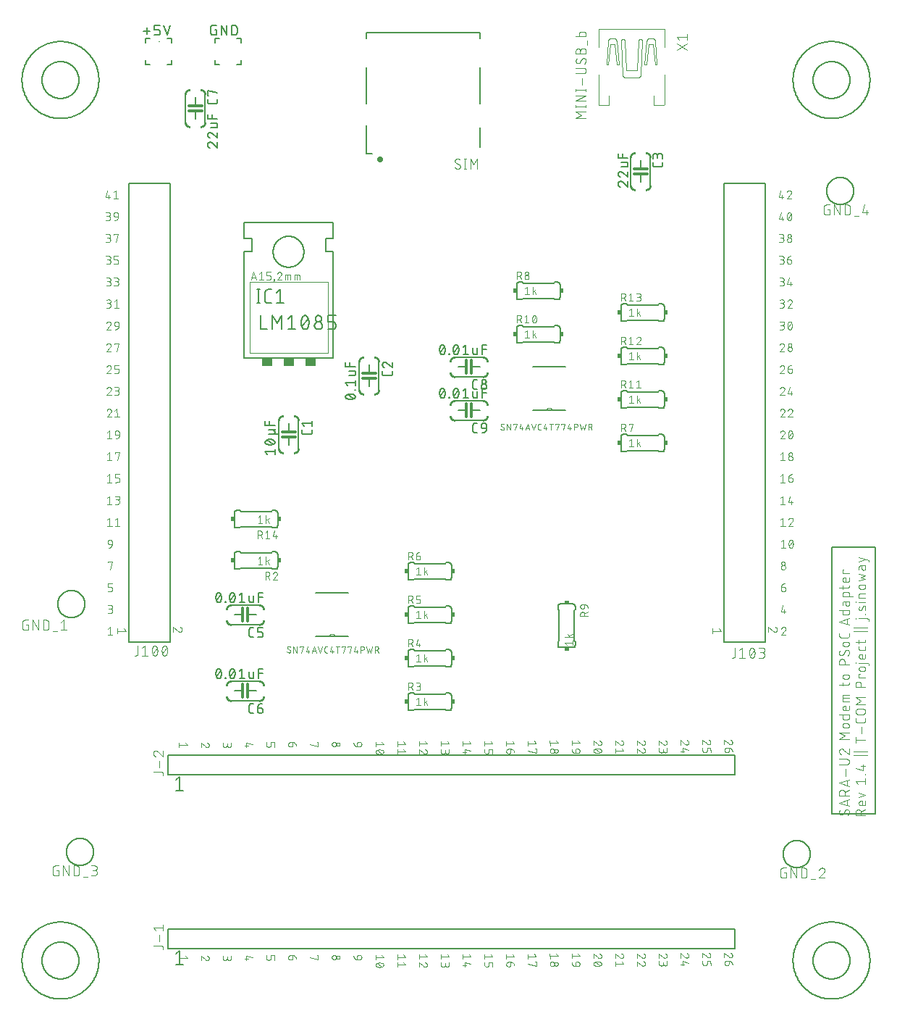
<source format=gbr>
G04 EAGLE Gerber RS-274X export*
G75*
%MOMM*%
%FSLAX34Y34*%
%LPD*%
%INSilkscreen Top*%
%IPPOS*%
%AMOC8*
5,1,8,0,0,1.08239X$1,22.5*%
G01*
%ADD10C,0.101600*%
%ADD11C,0.152400*%
%ADD12C,0.076200*%
%ADD13C,0.203200*%
%ADD14C,0.127000*%
%ADD15C,0.300000*%
%ADD16C,0.050800*%
%ADD17R,1.270000X0.889000*%
%ADD18C,0.177800*%
%ADD19C,0.015238*%
%ADD20C,0.304800*%
%ADD21C,0.000000*%
%ADD22R,0.381000X0.508000*%
%ADD23R,0.508000X0.381000*%


D10*
X973201Y8668D02*
X973199Y8767D01*
X973193Y8867D01*
X973184Y8966D01*
X973171Y9064D01*
X973154Y9162D01*
X973133Y9260D01*
X973108Y9356D01*
X973080Y9451D01*
X973048Y9545D01*
X973013Y9638D01*
X972974Y9730D01*
X972931Y9820D01*
X972886Y9908D01*
X972836Y9995D01*
X972784Y10079D01*
X972728Y10162D01*
X972670Y10242D01*
X972608Y10320D01*
X972543Y10395D01*
X972475Y10468D01*
X972405Y10538D01*
X972332Y10606D01*
X972257Y10671D01*
X972179Y10733D01*
X972099Y10791D01*
X972016Y10847D01*
X971932Y10899D01*
X971845Y10949D01*
X971757Y10994D01*
X971667Y11037D01*
X971575Y11076D01*
X971482Y11111D01*
X971388Y11143D01*
X971293Y11171D01*
X971197Y11196D01*
X971099Y11217D01*
X971001Y11234D01*
X970903Y11247D01*
X970804Y11256D01*
X970704Y11262D01*
X970605Y11264D01*
X973201Y8668D02*
X973199Y8524D01*
X973193Y8379D01*
X973184Y8235D01*
X973171Y8092D01*
X973154Y7948D01*
X973133Y7805D01*
X973108Y7663D01*
X973080Y7522D01*
X973048Y7381D01*
X973012Y7241D01*
X972973Y7102D01*
X972930Y6964D01*
X972883Y6828D01*
X972833Y6692D01*
X972779Y6558D01*
X972722Y6426D01*
X972661Y6295D01*
X972597Y6166D01*
X972529Y6038D01*
X972459Y5912D01*
X972384Y5788D01*
X972307Y5667D01*
X972226Y5547D01*
X972143Y5429D01*
X972056Y5314D01*
X971966Y5201D01*
X971873Y5090D01*
X971778Y4982D01*
X971679Y4876D01*
X971578Y4773D01*
X964113Y5098D02*
X964014Y5100D01*
X963914Y5106D01*
X963815Y5115D01*
X963717Y5128D01*
X963619Y5145D01*
X963521Y5166D01*
X963425Y5191D01*
X963330Y5219D01*
X963236Y5251D01*
X963143Y5286D01*
X963051Y5325D01*
X962961Y5368D01*
X962873Y5413D01*
X962786Y5463D01*
X962702Y5515D01*
X962619Y5571D01*
X962539Y5629D01*
X962461Y5691D01*
X962386Y5756D01*
X962313Y5824D01*
X962243Y5894D01*
X962175Y5967D01*
X962110Y6042D01*
X962048Y6120D01*
X961990Y6200D01*
X961934Y6283D01*
X961882Y6367D01*
X961832Y6454D01*
X961787Y6542D01*
X961744Y6632D01*
X961705Y6724D01*
X961670Y6817D01*
X961638Y6911D01*
X961610Y7006D01*
X961585Y7102D01*
X961564Y7200D01*
X961547Y7298D01*
X961534Y7396D01*
X961525Y7495D01*
X961519Y7595D01*
X961517Y7694D01*
X961519Y7830D01*
X961525Y7966D01*
X961534Y8102D01*
X961547Y8238D01*
X961565Y8373D01*
X961585Y8507D01*
X961610Y8641D01*
X961638Y8775D01*
X961671Y8907D01*
X961706Y9038D01*
X961746Y9169D01*
X961789Y9298D01*
X961835Y9426D01*
X961886Y9552D01*
X961939Y9678D01*
X961997Y9801D01*
X962057Y9923D01*
X962121Y10043D01*
X962189Y10162D01*
X962259Y10278D01*
X962333Y10392D01*
X962410Y10505D01*
X962491Y10615D01*
X966385Y6396D02*
X966332Y6310D01*
X966275Y6226D01*
X966216Y6144D01*
X966153Y6064D01*
X966087Y5987D01*
X966019Y5912D01*
X965947Y5840D01*
X965873Y5771D01*
X965796Y5705D01*
X965717Y5642D01*
X965635Y5582D01*
X965551Y5525D01*
X965465Y5471D01*
X965377Y5421D01*
X965287Y5374D01*
X965196Y5330D01*
X965102Y5291D01*
X965008Y5254D01*
X964912Y5222D01*
X964814Y5193D01*
X964716Y5168D01*
X964617Y5147D01*
X964517Y5129D01*
X964417Y5116D01*
X964316Y5106D01*
X964214Y5100D01*
X964113Y5098D01*
X968333Y9966D02*
X968386Y10052D01*
X968443Y10136D01*
X968502Y10218D01*
X968565Y10298D01*
X968631Y10375D01*
X968699Y10450D01*
X968771Y10522D01*
X968845Y10591D01*
X968922Y10657D01*
X969001Y10720D01*
X969083Y10780D01*
X969167Y10837D01*
X969253Y10891D01*
X969341Y10941D01*
X969431Y10988D01*
X969522Y11032D01*
X969616Y11071D01*
X969710Y11108D01*
X969806Y11140D01*
X969904Y11169D01*
X970002Y11194D01*
X970101Y11215D01*
X970201Y11233D01*
X970301Y11246D01*
X970402Y11256D01*
X970504Y11262D01*
X970605Y11264D01*
X968333Y9966D02*
X966385Y6396D01*
X973201Y15173D02*
X961517Y19068D01*
X973201Y22962D01*
X970280Y21989D02*
X970280Y16147D01*
X973201Y27707D02*
X961517Y27707D01*
X961517Y30952D01*
X961519Y31065D01*
X961525Y31178D01*
X961535Y31291D01*
X961549Y31404D01*
X961566Y31516D01*
X961588Y31627D01*
X961613Y31737D01*
X961643Y31847D01*
X961676Y31955D01*
X961713Y32062D01*
X961753Y32168D01*
X961798Y32272D01*
X961846Y32375D01*
X961897Y32476D01*
X961952Y32575D01*
X962010Y32672D01*
X962072Y32767D01*
X962137Y32860D01*
X962205Y32950D01*
X962276Y33038D01*
X962351Y33124D01*
X962428Y33207D01*
X962508Y33287D01*
X962591Y33364D01*
X962677Y33439D01*
X962765Y33510D01*
X962855Y33578D01*
X962948Y33643D01*
X963043Y33705D01*
X963140Y33763D01*
X963239Y33818D01*
X963340Y33869D01*
X963443Y33917D01*
X963547Y33962D01*
X963653Y34002D01*
X963760Y34039D01*
X963868Y34072D01*
X963978Y34102D01*
X964088Y34127D01*
X964199Y34149D01*
X964311Y34166D01*
X964424Y34180D01*
X964537Y34190D01*
X964650Y34196D01*
X964763Y34198D01*
X964876Y34196D01*
X964989Y34190D01*
X965102Y34180D01*
X965215Y34166D01*
X965327Y34149D01*
X965438Y34127D01*
X965548Y34102D01*
X965658Y34072D01*
X965766Y34039D01*
X965873Y34002D01*
X965979Y33962D01*
X966083Y33917D01*
X966186Y33869D01*
X966287Y33818D01*
X966386Y33763D01*
X966483Y33705D01*
X966578Y33643D01*
X966671Y33578D01*
X966761Y33510D01*
X966849Y33439D01*
X966935Y33364D01*
X967018Y33287D01*
X967098Y33207D01*
X967175Y33124D01*
X967250Y33038D01*
X967321Y32950D01*
X967389Y32860D01*
X967454Y32767D01*
X967516Y32672D01*
X967574Y32575D01*
X967629Y32476D01*
X967680Y32375D01*
X967728Y32272D01*
X967773Y32168D01*
X967813Y32062D01*
X967850Y31955D01*
X967883Y31847D01*
X967913Y31737D01*
X967938Y31627D01*
X967960Y31516D01*
X967977Y31404D01*
X967991Y31291D01*
X968001Y31178D01*
X968007Y31065D01*
X968009Y30952D01*
X968008Y30952D02*
X968008Y27707D01*
X968008Y31601D02*
X973201Y34198D01*
X973201Y38414D02*
X961517Y42309D01*
X973201Y46203D01*
X970280Y45230D02*
X970280Y39388D01*
X968657Y50606D02*
X968657Y58395D01*
X969955Y63828D02*
X961517Y63828D01*
X969955Y63827D02*
X970068Y63829D01*
X970181Y63835D01*
X970294Y63845D01*
X970407Y63859D01*
X970519Y63876D01*
X970630Y63898D01*
X970740Y63923D01*
X970850Y63953D01*
X970958Y63986D01*
X971065Y64023D01*
X971171Y64063D01*
X971275Y64108D01*
X971378Y64156D01*
X971479Y64207D01*
X971578Y64262D01*
X971675Y64320D01*
X971770Y64382D01*
X971863Y64447D01*
X971953Y64515D01*
X972041Y64586D01*
X972127Y64661D01*
X972210Y64738D01*
X972290Y64818D01*
X972367Y64901D01*
X972442Y64987D01*
X972513Y65075D01*
X972581Y65165D01*
X972646Y65258D01*
X972708Y65353D01*
X972766Y65450D01*
X972821Y65549D01*
X972872Y65650D01*
X972920Y65753D01*
X972965Y65857D01*
X973005Y65963D01*
X973042Y66070D01*
X973075Y66178D01*
X973105Y66288D01*
X973130Y66398D01*
X973152Y66509D01*
X973169Y66621D01*
X973183Y66734D01*
X973193Y66847D01*
X973199Y66960D01*
X973201Y67073D01*
X973199Y67186D01*
X973193Y67299D01*
X973183Y67412D01*
X973169Y67525D01*
X973152Y67637D01*
X973130Y67748D01*
X973105Y67858D01*
X973075Y67968D01*
X973042Y68076D01*
X973005Y68183D01*
X972965Y68289D01*
X972920Y68393D01*
X972872Y68496D01*
X972821Y68597D01*
X972766Y68696D01*
X972708Y68793D01*
X972646Y68888D01*
X972581Y68981D01*
X972513Y69071D01*
X972442Y69159D01*
X972367Y69245D01*
X972290Y69328D01*
X972210Y69408D01*
X972127Y69485D01*
X972041Y69560D01*
X971953Y69631D01*
X971863Y69699D01*
X971770Y69764D01*
X971675Y69826D01*
X971578Y69884D01*
X971479Y69939D01*
X971378Y69990D01*
X971275Y70038D01*
X971171Y70083D01*
X971065Y70123D01*
X970958Y70160D01*
X970850Y70193D01*
X970740Y70223D01*
X970630Y70248D01*
X970519Y70270D01*
X970407Y70287D01*
X970294Y70301D01*
X970181Y70311D01*
X970068Y70317D01*
X969955Y70319D01*
X961517Y70319D01*
X961517Y79209D02*
X961519Y79316D01*
X961525Y79422D01*
X961535Y79528D01*
X961548Y79634D01*
X961566Y79740D01*
X961587Y79844D01*
X961612Y79948D01*
X961641Y80051D01*
X961673Y80152D01*
X961710Y80252D01*
X961750Y80351D01*
X961793Y80449D01*
X961840Y80545D01*
X961891Y80639D01*
X961945Y80731D01*
X962002Y80821D01*
X962062Y80909D01*
X962126Y80994D01*
X962193Y81077D01*
X962263Y81158D01*
X962335Y81236D01*
X962411Y81312D01*
X962489Y81384D01*
X962570Y81454D01*
X962653Y81521D01*
X962738Y81585D01*
X962826Y81645D01*
X962916Y81702D01*
X963008Y81756D01*
X963102Y81807D01*
X963198Y81854D01*
X963296Y81897D01*
X963395Y81937D01*
X963495Y81974D01*
X963596Y82006D01*
X963699Y82035D01*
X963803Y82060D01*
X963907Y82081D01*
X964013Y82099D01*
X964119Y82112D01*
X964225Y82122D01*
X964331Y82128D01*
X964438Y82130D01*
X961517Y79209D02*
X961519Y79088D01*
X961525Y78967D01*
X961535Y78847D01*
X961548Y78726D01*
X961566Y78607D01*
X961587Y78487D01*
X961612Y78369D01*
X961641Y78252D01*
X961674Y78135D01*
X961710Y78020D01*
X961751Y77906D01*
X961794Y77793D01*
X961842Y77681D01*
X961893Y77572D01*
X961948Y77464D01*
X962006Y77357D01*
X962067Y77253D01*
X962132Y77151D01*
X962200Y77051D01*
X962271Y76953D01*
X962345Y76857D01*
X962422Y76764D01*
X962503Y76674D01*
X962586Y76586D01*
X962672Y76501D01*
X962761Y76418D01*
X962852Y76339D01*
X962946Y76262D01*
X963042Y76189D01*
X963140Y76119D01*
X963241Y76052D01*
X963344Y75988D01*
X963449Y75928D01*
X963556Y75870D01*
X963664Y75817D01*
X963774Y75767D01*
X963886Y75721D01*
X963999Y75678D01*
X964114Y75639D01*
X966710Y81156D02*
X966632Y81235D01*
X966552Y81311D01*
X966469Y81384D01*
X966383Y81454D01*
X966296Y81521D01*
X966205Y81585D01*
X966113Y81645D01*
X966019Y81703D01*
X965922Y81757D01*
X965824Y81807D01*
X965724Y81854D01*
X965623Y81898D01*
X965520Y81938D01*
X965415Y81974D01*
X965310Y82006D01*
X965203Y82035D01*
X965096Y82060D01*
X964987Y82082D01*
X964878Y82099D01*
X964769Y82113D01*
X964659Y82122D01*
X964548Y82128D01*
X964438Y82130D01*
X966710Y81156D02*
X973201Y75639D01*
X973201Y82130D01*
X973201Y93659D02*
X961517Y93659D01*
X968008Y97553D01*
X961517Y101448D01*
X973201Y101448D01*
X970605Y106768D02*
X968008Y106768D01*
X967907Y106770D01*
X967807Y106776D01*
X967707Y106786D01*
X967607Y106799D01*
X967508Y106817D01*
X967409Y106838D01*
X967312Y106863D01*
X967215Y106892D01*
X967120Y106925D01*
X967026Y106961D01*
X966934Y107001D01*
X966843Y107044D01*
X966754Y107091D01*
X966667Y107141D01*
X966581Y107195D01*
X966498Y107252D01*
X966418Y107312D01*
X966339Y107375D01*
X966263Y107442D01*
X966190Y107511D01*
X966120Y107583D01*
X966052Y107657D01*
X965987Y107734D01*
X965926Y107814D01*
X965867Y107896D01*
X965812Y107980D01*
X965760Y108066D01*
X965711Y108154D01*
X965666Y108244D01*
X965624Y108336D01*
X965586Y108429D01*
X965552Y108524D01*
X965521Y108619D01*
X965494Y108716D01*
X965471Y108814D01*
X965451Y108913D01*
X965436Y109013D01*
X965424Y109113D01*
X965416Y109213D01*
X965412Y109314D01*
X965412Y109414D01*
X965416Y109515D01*
X965424Y109615D01*
X965436Y109715D01*
X965451Y109815D01*
X965471Y109914D01*
X965494Y110012D01*
X965521Y110109D01*
X965552Y110204D01*
X965586Y110299D01*
X965624Y110392D01*
X965666Y110484D01*
X965711Y110574D01*
X965760Y110662D01*
X965812Y110748D01*
X965867Y110832D01*
X965926Y110914D01*
X965987Y110994D01*
X966052Y111071D01*
X966120Y111145D01*
X966190Y111217D01*
X966263Y111286D01*
X966339Y111353D01*
X966418Y111416D01*
X966498Y111476D01*
X966581Y111533D01*
X966667Y111587D01*
X966754Y111637D01*
X966843Y111684D01*
X966934Y111727D01*
X967026Y111767D01*
X967120Y111803D01*
X967215Y111836D01*
X967312Y111865D01*
X967409Y111890D01*
X967508Y111911D01*
X967607Y111929D01*
X967707Y111942D01*
X967807Y111952D01*
X967907Y111958D01*
X968008Y111960D01*
X968008Y111961D02*
X970605Y111961D01*
X970605Y111960D02*
X970706Y111958D01*
X970806Y111952D01*
X970906Y111942D01*
X971006Y111929D01*
X971105Y111911D01*
X971204Y111890D01*
X971301Y111865D01*
X971398Y111836D01*
X971493Y111803D01*
X971587Y111767D01*
X971679Y111727D01*
X971770Y111684D01*
X971859Y111637D01*
X971946Y111587D01*
X972032Y111533D01*
X972115Y111476D01*
X972195Y111416D01*
X972274Y111353D01*
X972350Y111286D01*
X972423Y111217D01*
X972493Y111145D01*
X972561Y111071D01*
X972626Y110994D01*
X972687Y110914D01*
X972746Y110832D01*
X972801Y110748D01*
X972853Y110662D01*
X972902Y110574D01*
X972947Y110484D01*
X972989Y110392D01*
X973027Y110299D01*
X973061Y110204D01*
X973092Y110109D01*
X973119Y110012D01*
X973142Y109914D01*
X973162Y109815D01*
X973177Y109715D01*
X973189Y109615D01*
X973197Y109515D01*
X973201Y109414D01*
X973201Y109314D01*
X973197Y109213D01*
X973189Y109113D01*
X973177Y109013D01*
X973162Y108913D01*
X973142Y108814D01*
X973119Y108716D01*
X973092Y108619D01*
X973061Y108524D01*
X973027Y108429D01*
X972989Y108336D01*
X972947Y108244D01*
X972902Y108154D01*
X972853Y108066D01*
X972801Y107980D01*
X972746Y107896D01*
X972687Y107814D01*
X972626Y107734D01*
X972561Y107657D01*
X972493Y107583D01*
X972423Y107511D01*
X972350Y107442D01*
X972274Y107375D01*
X972195Y107312D01*
X972115Y107252D01*
X972032Y107195D01*
X971946Y107141D01*
X971859Y107091D01*
X971770Y107044D01*
X971679Y107001D01*
X971587Y106961D01*
X971493Y106925D01*
X971398Y106892D01*
X971301Y106863D01*
X971204Y106838D01*
X971105Y106817D01*
X971006Y106799D01*
X970906Y106786D01*
X970806Y106776D01*
X970706Y106770D01*
X970605Y106768D01*
X973201Y121808D02*
X961517Y121808D01*
X973201Y121808D02*
X973201Y118562D01*
X973199Y118475D01*
X973193Y118387D01*
X973183Y118301D01*
X973170Y118214D01*
X973152Y118129D01*
X973131Y118044D01*
X973106Y117960D01*
X973077Y117878D01*
X973044Y117797D01*
X973008Y117717D01*
X972969Y117639D01*
X972925Y117563D01*
X972879Y117489D01*
X972829Y117418D01*
X972776Y117348D01*
X972720Y117281D01*
X972661Y117217D01*
X972599Y117155D01*
X972535Y117096D01*
X972468Y117040D01*
X972398Y116987D01*
X972327Y116937D01*
X972253Y116891D01*
X972177Y116847D01*
X972099Y116808D01*
X972019Y116772D01*
X971938Y116739D01*
X971856Y116710D01*
X971772Y116685D01*
X971687Y116664D01*
X971602Y116646D01*
X971515Y116633D01*
X971429Y116623D01*
X971341Y116617D01*
X971254Y116615D01*
X967359Y116615D01*
X967272Y116617D01*
X967184Y116623D01*
X967098Y116633D01*
X967011Y116646D01*
X966926Y116664D01*
X966841Y116685D01*
X966757Y116710D01*
X966675Y116739D01*
X966594Y116772D01*
X966514Y116808D01*
X966436Y116847D01*
X966360Y116891D01*
X966286Y116937D01*
X966215Y116987D01*
X966145Y117040D01*
X966078Y117096D01*
X966014Y117155D01*
X965952Y117217D01*
X965893Y117281D01*
X965837Y117348D01*
X965784Y117418D01*
X965734Y117489D01*
X965688Y117563D01*
X965644Y117639D01*
X965605Y117717D01*
X965569Y117797D01*
X965536Y117878D01*
X965507Y117960D01*
X965482Y118044D01*
X965461Y118129D01*
X965443Y118214D01*
X965430Y118301D01*
X965420Y118387D01*
X965414Y118475D01*
X965412Y118562D01*
X965412Y121808D01*
X973201Y128908D02*
X973201Y132154D01*
X973201Y128908D02*
X973199Y128821D01*
X973193Y128733D01*
X973183Y128647D01*
X973170Y128560D01*
X973152Y128475D01*
X973131Y128390D01*
X973106Y128306D01*
X973077Y128224D01*
X973044Y128143D01*
X973008Y128063D01*
X972969Y127985D01*
X972925Y127909D01*
X972879Y127835D01*
X972829Y127764D01*
X972776Y127694D01*
X972720Y127627D01*
X972661Y127563D01*
X972599Y127501D01*
X972535Y127442D01*
X972468Y127386D01*
X972398Y127333D01*
X972327Y127283D01*
X972253Y127237D01*
X972177Y127193D01*
X972099Y127154D01*
X972019Y127118D01*
X971938Y127085D01*
X971856Y127056D01*
X971772Y127031D01*
X971687Y127010D01*
X971602Y126992D01*
X971515Y126979D01*
X971429Y126969D01*
X971341Y126963D01*
X971254Y126961D01*
X968008Y126961D01*
X967907Y126963D01*
X967807Y126969D01*
X967707Y126979D01*
X967607Y126992D01*
X967508Y127010D01*
X967409Y127031D01*
X967312Y127056D01*
X967215Y127085D01*
X967120Y127118D01*
X967026Y127154D01*
X966934Y127194D01*
X966843Y127237D01*
X966754Y127284D01*
X966667Y127334D01*
X966581Y127388D01*
X966498Y127445D01*
X966418Y127505D01*
X966339Y127568D01*
X966263Y127635D01*
X966190Y127704D01*
X966120Y127776D01*
X966052Y127850D01*
X965987Y127927D01*
X965926Y128007D01*
X965867Y128089D01*
X965812Y128173D01*
X965760Y128259D01*
X965711Y128347D01*
X965666Y128437D01*
X965624Y128529D01*
X965586Y128622D01*
X965552Y128717D01*
X965521Y128812D01*
X965494Y128909D01*
X965471Y129007D01*
X965451Y129106D01*
X965436Y129206D01*
X965424Y129306D01*
X965416Y129406D01*
X965412Y129507D01*
X965412Y129607D01*
X965416Y129708D01*
X965424Y129808D01*
X965436Y129908D01*
X965451Y130008D01*
X965471Y130107D01*
X965494Y130205D01*
X965521Y130302D01*
X965552Y130397D01*
X965586Y130492D01*
X965624Y130585D01*
X965666Y130677D01*
X965711Y130767D01*
X965760Y130855D01*
X965812Y130941D01*
X965867Y131025D01*
X965926Y131107D01*
X965987Y131187D01*
X966052Y131264D01*
X966120Y131338D01*
X966190Y131410D01*
X966263Y131479D01*
X966339Y131546D01*
X966418Y131609D01*
X966498Y131669D01*
X966581Y131726D01*
X966667Y131780D01*
X966754Y131830D01*
X966843Y131877D01*
X966934Y131920D01*
X967026Y131960D01*
X967120Y131996D01*
X967215Y132029D01*
X967312Y132058D01*
X967409Y132083D01*
X967508Y132104D01*
X967607Y132122D01*
X967707Y132135D01*
X967807Y132145D01*
X967907Y132151D01*
X968008Y132153D01*
X968008Y132154D02*
X969306Y132154D01*
X969306Y126961D01*
X965412Y137474D02*
X973201Y137474D01*
X965412Y137474D02*
X965412Y143316D01*
X965414Y143403D01*
X965420Y143491D01*
X965430Y143577D01*
X965443Y143664D01*
X965461Y143749D01*
X965482Y143834D01*
X965507Y143918D01*
X965536Y144000D01*
X965569Y144081D01*
X965605Y144161D01*
X965644Y144239D01*
X965688Y144315D01*
X965734Y144389D01*
X965784Y144460D01*
X965837Y144530D01*
X965893Y144597D01*
X965952Y144661D01*
X966014Y144723D01*
X966078Y144782D01*
X966145Y144838D01*
X966215Y144891D01*
X966286Y144941D01*
X966360Y144987D01*
X966436Y145031D01*
X966514Y145070D01*
X966594Y145106D01*
X966675Y145139D01*
X966757Y145168D01*
X966841Y145193D01*
X966926Y145214D01*
X967011Y145232D01*
X967098Y145245D01*
X967184Y145255D01*
X967272Y145261D01*
X967359Y145263D01*
X973201Y145263D01*
X973201Y141368D02*
X965412Y141368D01*
X965412Y155712D02*
X965412Y159606D01*
X961517Y157010D02*
X971254Y157010D01*
X971341Y157012D01*
X971429Y157018D01*
X971515Y157028D01*
X971602Y157041D01*
X971687Y157059D01*
X971772Y157080D01*
X971856Y157105D01*
X971938Y157134D01*
X972019Y157167D01*
X972099Y157203D01*
X972177Y157242D01*
X972253Y157286D01*
X972327Y157332D01*
X972398Y157382D01*
X972468Y157435D01*
X972535Y157491D01*
X972599Y157550D01*
X972661Y157612D01*
X972720Y157676D01*
X972776Y157743D01*
X972829Y157813D01*
X972879Y157884D01*
X972925Y157958D01*
X972969Y158034D01*
X973008Y158112D01*
X973044Y158192D01*
X973077Y158273D01*
X973106Y158355D01*
X973131Y158439D01*
X973152Y158524D01*
X973170Y158609D01*
X973183Y158696D01*
X973193Y158782D01*
X973199Y158870D01*
X973201Y158957D01*
X973201Y159606D01*
X970605Y163918D02*
X968008Y163918D01*
X967907Y163920D01*
X967807Y163926D01*
X967707Y163936D01*
X967607Y163949D01*
X967508Y163967D01*
X967409Y163988D01*
X967312Y164013D01*
X967215Y164042D01*
X967120Y164075D01*
X967026Y164111D01*
X966934Y164151D01*
X966843Y164194D01*
X966754Y164241D01*
X966667Y164291D01*
X966581Y164345D01*
X966498Y164402D01*
X966418Y164462D01*
X966339Y164525D01*
X966263Y164592D01*
X966190Y164661D01*
X966120Y164733D01*
X966052Y164807D01*
X965987Y164884D01*
X965926Y164964D01*
X965867Y165046D01*
X965812Y165130D01*
X965760Y165216D01*
X965711Y165304D01*
X965666Y165394D01*
X965624Y165486D01*
X965586Y165579D01*
X965552Y165674D01*
X965521Y165769D01*
X965494Y165866D01*
X965471Y165964D01*
X965451Y166063D01*
X965436Y166163D01*
X965424Y166263D01*
X965416Y166363D01*
X965412Y166464D01*
X965412Y166564D01*
X965416Y166665D01*
X965424Y166765D01*
X965436Y166865D01*
X965451Y166965D01*
X965471Y167064D01*
X965494Y167162D01*
X965521Y167259D01*
X965552Y167354D01*
X965586Y167449D01*
X965624Y167542D01*
X965666Y167634D01*
X965711Y167724D01*
X965760Y167812D01*
X965812Y167898D01*
X965867Y167982D01*
X965926Y168064D01*
X965987Y168144D01*
X966052Y168221D01*
X966120Y168295D01*
X966190Y168367D01*
X966263Y168436D01*
X966339Y168503D01*
X966418Y168566D01*
X966498Y168626D01*
X966581Y168683D01*
X966667Y168737D01*
X966754Y168787D01*
X966843Y168834D01*
X966934Y168877D01*
X967026Y168917D01*
X967120Y168953D01*
X967215Y168986D01*
X967312Y169015D01*
X967409Y169040D01*
X967508Y169061D01*
X967607Y169079D01*
X967707Y169092D01*
X967807Y169102D01*
X967907Y169108D01*
X968008Y169110D01*
X968008Y169111D02*
X970605Y169111D01*
X970605Y169110D02*
X970706Y169108D01*
X970806Y169102D01*
X970906Y169092D01*
X971006Y169079D01*
X971105Y169061D01*
X971204Y169040D01*
X971301Y169015D01*
X971398Y168986D01*
X971493Y168953D01*
X971587Y168917D01*
X971679Y168877D01*
X971770Y168834D01*
X971859Y168787D01*
X971946Y168737D01*
X972032Y168683D01*
X972115Y168626D01*
X972195Y168566D01*
X972274Y168503D01*
X972350Y168436D01*
X972423Y168367D01*
X972493Y168295D01*
X972561Y168221D01*
X972626Y168144D01*
X972687Y168064D01*
X972746Y167982D01*
X972801Y167898D01*
X972853Y167812D01*
X972902Y167724D01*
X972947Y167634D01*
X972989Y167542D01*
X973027Y167449D01*
X973061Y167354D01*
X973092Y167259D01*
X973119Y167162D01*
X973142Y167064D01*
X973162Y166965D01*
X973177Y166865D01*
X973189Y166765D01*
X973197Y166665D01*
X973201Y166564D01*
X973201Y166464D01*
X973197Y166363D01*
X973189Y166263D01*
X973177Y166163D01*
X973162Y166063D01*
X973142Y165964D01*
X973119Y165866D01*
X973092Y165769D01*
X973061Y165674D01*
X973027Y165579D01*
X972989Y165486D01*
X972947Y165394D01*
X972902Y165304D01*
X972853Y165216D01*
X972801Y165130D01*
X972746Y165046D01*
X972687Y164964D01*
X972626Y164884D01*
X972561Y164807D01*
X972493Y164733D01*
X972423Y164661D01*
X972350Y164592D01*
X972274Y164525D01*
X972195Y164462D01*
X972115Y164402D01*
X972032Y164345D01*
X971946Y164291D01*
X971859Y164241D01*
X971770Y164194D01*
X971679Y164151D01*
X971587Y164111D01*
X971493Y164075D01*
X971398Y164042D01*
X971301Y164013D01*
X971204Y163988D01*
X971105Y163967D01*
X971006Y163949D01*
X970906Y163936D01*
X970806Y163926D01*
X970706Y163920D01*
X970605Y163918D01*
X973201Y180583D02*
X961517Y180583D01*
X961517Y183829D01*
X961519Y183942D01*
X961525Y184055D01*
X961535Y184168D01*
X961549Y184281D01*
X961566Y184393D01*
X961588Y184504D01*
X961613Y184614D01*
X961643Y184724D01*
X961676Y184832D01*
X961713Y184939D01*
X961753Y185045D01*
X961798Y185149D01*
X961846Y185252D01*
X961897Y185353D01*
X961952Y185452D01*
X962010Y185549D01*
X962072Y185644D01*
X962137Y185737D01*
X962205Y185827D01*
X962276Y185915D01*
X962351Y186001D01*
X962428Y186084D01*
X962508Y186164D01*
X962591Y186241D01*
X962677Y186316D01*
X962765Y186387D01*
X962855Y186455D01*
X962948Y186520D01*
X963043Y186582D01*
X963140Y186640D01*
X963239Y186695D01*
X963340Y186746D01*
X963443Y186794D01*
X963547Y186839D01*
X963653Y186879D01*
X963760Y186916D01*
X963868Y186949D01*
X963978Y186979D01*
X964088Y187004D01*
X964199Y187026D01*
X964311Y187043D01*
X964424Y187057D01*
X964537Y187067D01*
X964650Y187073D01*
X964763Y187075D01*
X964876Y187073D01*
X964989Y187067D01*
X965102Y187057D01*
X965215Y187043D01*
X965327Y187026D01*
X965438Y187004D01*
X965548Y186979D01*
X965658Y186949D01*
X965766Y186916D01*
X965873Y186879D01*
X965979Y186839D01*
X966083Y186794D01*
X966186Y186746D01*
X966287Y186695D01*
X966386Y186640D01*
X966483Y186582D01*
X966578Y186520D01*
X966671Y186455D01*
X966761Y186387D01*
X966849Y186316D01*
X966935Y186241D01*
X967018Y186164D01*
X967098Y186084D01*
X967175Y186001D01*
X967250Y185915D01*
X967321Y185827D01*
X967389Y185737D01*
X967454Y185644D01*
X967516Y185549D01*
X967574Y185452D01*
X967629Y185353D01*
X967680Y185252D01*
X967728Y185149D01*
X967773Y185045D01*
X967813Y184939D01*
X967850Y184832D01*
X967883Y184724D01*
X967913Y184614D01*
X967938Y184504D01*
X967960Y184393D01*
X967977Y184281D01*
X967991Y184168D01*
X968001Y184055D01*
X968007Y183942D01*
X968009Y183829D01*
X968008Y183829D02*
X968008Y180583D01*
X973201Y194976D02*
X973199Y195075D01*
X973193Y195175D01*
X973184Y195274D01*
X973171Y195372D01*
X973154Y195470D01*
X973133Y195568D01*
X973108Y195664D01*
X973080Y195759D01*
X973048Y195853D01*
X973013Y195946D01*
X972974Y196038D01*
X972931Y196128D01*
X972886Y196216D01*
X972836Y196303D01*
X972784Y196387D01*
X972728Y196470D01*
X972670Y196550D01*
X972608Y196628D01*
X972543Y196703D01*
X972475Y196776D01*
X972405Y196846D01*
X972332Y196914D01*
X972257Y196979D01*
X972179Y197041D01*
X972099Y197099D01*
X972016Y197155D01*
X971932Y197207D01*
X971845Y197257D01*
X971757Y197302D01*
X971667Y197345D01*
X971575Y197384D01*
X971482Y197419D01*
X971388Y197451D01*
X971293Y197479D01*
X971197Y197504D01*
X971099Y197525D01*
X971001Y197542D01*
X970903Y197555D01*
X970804Y197564D01*
X970704Y197570D01*
X970605Y197572D01*
X973201Y194976D02*
X973199Y194832D01*
X973193Y194687D01*
X973184Y194543D01*
X973171Y194400D01*
X973154Y194256D01*
X973133Y194113D01*
X973108Y193971D01*
X973080Y193830D01*
X973048Y193689D01*
X973012Y193549D01*
X972973Y193410D01*
X972930Y193272D01*
X972883Y193136D01*
X972833Y193000D01*
X972779Y192866D01*
X972722Y192734D01*
X972661Y192603D01*
X972597Y192474D01*
X972529Y192346D01*
X972459Y192220D01*
X972384Y192096D01*
X972307Y191975D01*
X972226Y191855D01*
X972143Y191737D01*
X972056Y191622D01*
X971966Y191509D01*
X971873Y191398D01*
X971778Y191290D01*
X971679Y191184D01*
X971578Y191081D01*
X964113Y191407D02*
X964014Y191409D01*
X963914Y191415D01*
X963815Y191424D01*
X963717Y191437D01*
X963619Y191454D01*
X963521Y191475D01*
X963425Y191500D01*
X963330Y191528D01*
X963236Y191560D01*
X963143Y191595D01*
X963051Y191634D01*
X962961Y191677D01*
X962873Y191722D01*
X962786Y191772D01*
X962702Y191824D01*
X962619Y191880D01*
X962539Y191938D01*
X962461Y192000D01*
X962386Y192065D01*
X962313Y192133D01*
X962243Y192203D01*
X962175Y192276D01*
X962110Y192351D01*
X962048Y192429D01*
X961990Y192509D01*
X961934Y192592D01*
X961882Y192676D01*
X961832Y192763D01*
X961787Y192851D01*
X961744Y192941D01*
X961705Y193033D01*
X961670Y193126D01*
X961638Y193220D01*
X961610Y193315D01*
X961585Y193411D01*
X961564Y193509D01*
X961547Y193607D01*
X961534Y193705D01*
X961525Y193804D01*
X961519Y193904D01*
X961517Y194003D01*
X961519Y194139D01*
X961525Y194275D01*
X961534Y194411D01*
X961547Y194547D01*
X961565Y194682D01*
X961585Y194816D01*
X961610Y194950D01*
X961638Y195084D01*
X961671Y195216D01*
X961706Y195347D01*
X961746Y195478D01*
X961789Y195607D01*
X961835Y195735D01*
X961886Y195861D01*
X961939Y195987D01*
X961997Y196110D01*
X962057Y196232D01*
X962121Y196352D01*
X962189Y196471D01*
X962259Y196587D01*
X962333Y196701D01*
X962410Y196814D01*
X962491Y196924D01*
X966385Y192704D02*
X966332Y192618D01*
X966275Y192534D01*
X966216Y192452D01*
X966153Y192372D01*
X966087Y192295D01*
X966019Y192220D01*
X965947Y192148D01*
X965873Y192079D01*
X965796Y192013D01*
X965717Y191950D01*
X965635Y191890D01*
X965551Y191833D01*
X965465Y191779D01*
X965377Y191729D01*
X965287Y191682D01*
X965196Y191638D01*
X965102Y191599D01*
X965008Y191562D01*
X964912Y191530D01*
X964814Y191501D01*
X964716Y191476D01*
X964617Y191455D01*
X964517Y191437D01*
X964417Y191424D01*
X964316Y191414D01*
X964214Y191408D01*
X964113Y191406D01*
X968333Y196275D02*
X968386Y196361D01*
X968443Y196445D01*
X968502Y196527D01*
X968565Y196607D01*
X968631Y196684D01*
X968699Y196759D01*
X968771Y196831D01*
X968845Y196900D01*
X968922Y196966D01*
X969001Y197029D01*
X969083Y197089D01*
X969167Y197146D01*
X969253Y197200D01*
X969341Y197250D01*
X969431Y197297D01*
X969522Y197341D01*
X969616Y197380D01*
X969710Y197417D01*
X969806Y197449D01*
X969904Y197478D01*
X970002Y197503D01*
X970101Y197524D01*
X970201Y197542D01*
X970301Y197555D01*
X970402Y197565D01*
X970504Y197571D01*
X970605Y197573D01*
X968333Y196275D02*
X966385Y192705D01*
X968008Y202018D02*
X970605Y202018D01*
X968008Y202018D02*
X967907Y202020D01*
X967807Y202026D01*
X967707Y202036D01*
X967607Y202049D01*
X967508Y202067D01*
X967409Y202088D01*
X967312Y202113D01*
X967215Y202142D01*
X967120Y202175D01*
X967026Y202211D01*
X966934Y202251D01*
X966843Y202294D01*
X966754Y202341D01*
X966667Y202391D01*
X966581Y202445D01*
X966498Y202502D01*
X966418Y202562D01*
X966339Y202625D01*
X966263Y202692D01*
X966190Y202761D01*
X966120Y202833D01*
X966052Y202907D01*
X965987Y202984D01*
X965926Y203064D01*
X965867Y203146D01*
X965812Y203230D01*
X965760Y203316D01*
X965711Y203404D01*
X965666Y203494D01*
X965624Y203586D01*
X965586Y203679D01*
X965552Y203774D01*
X965521Y203869D01*
X965494Y203966D01*
X965471Y204064D01*
X965451Y204163D01*
X965436Y204263D01*
X965424Y204363D01*
X965416Y204463D01*
X965412Y204564D01*
X965412Y204664D01*
X965416Y204765D01*
X965424Y204865D01*
X965436Y204965D01*
X965451Y205065D01*
X965471Y205164D01*
X965494Y205262D01*
X965521Y205359D01*
X965552Y205454D01*
X965586Y205549D01*
X965624Y205642D01*
X965666Y205734D01*
X965711Y205824D01*
X965760Y205912D01*
X965812Y205998D01*
X965867Y206082D01*
X965926Y206164D01*
X965987Y206244D01*
X966052Y206321D01*
X966120Y206395D01*
X966190Y206467D01*
X966263Y206536D01*
X966339Y206603D01*
X966418Y206666D01*
X966498Y206726D01*
X966581Y206783D01*
X966667Y206837D01*
X966754Y206887D01*
X966843Y206934D01*
X966934Y206977D01*
X967026Y207017D01*
X967120Y207053D01*
X967215Y207086D01*
X967312Y207115D01*
X967409Y207140D01*
X967508Y207161D01*
X967607Y207179D01*
X967707Y207192D01*
X967807Y207202D01*
X967907Y207208D01*
X968008Y207210D01*
X968008Y207211D02*
X970605Y207211D01*
X970605Y207210D02*
X970706Y207208D01*
X970806Y207202D01*
X970906Y207192D01*
X971006Y207179D01*
X971105Y207161D01*
X971204Y207140D01*
X971301Y207115D01*
X971398Y207086D01*
X971493Y207053D01*
X971587Y207017D01*
X971679Y206977D01*
X971770Y206934D01*
X971859Y206887D01*
X971946Y206837D01*
X972032Y206783D01*
X972115Y206726D01*
X972195Y206666D01*
X972274Y206603D01*
X972350Y206536D01*
X972423Y206467D01*
X972493Y206395D01*
X972561Y206321D01*
X972626Y206244D01*
X972687Y206164D01*
X972746Y206082D01*
X972801Y205998D01*
X972853Y205912D01*
X972902Y205824D01*
X972947Y205734D01*
X972989Y205642D01*
X973027Y205549D01*
X973061Y205454D01*
X973092Y205359D01*
X973119Y205262D01*
X973142Y205164D01*
X973162Y205065D01*
X973177Y204965D01*
X973189Y204865D01*
X973197Y204765D01*
X973201Y204664D01*
X973201Y204564D01*
X973197Y204463D01*
X973189Y204363D01*
X973177Y204263D01*
X973162Y204163D01*
X973142Y204064D01*
X973119Y203966D01*
X973092Y203869D01*
X973061Y203774D01*
X973027Y203679D01*
X972989Y203586D01*
X972947Y203494D01*
X972902Y203404D01*
X972853Y203316D01*
X972801Y203230D01*
X972746Y203146D01*
X972687Y203064D01*
X972626Y202984D01*
X972561Y202907D01*
X972493Y202833D01*
X972423Y202761D01*
X972350Y202692D01*
X972274Y202625D01*
X972195Y202562D01*
X972115Y202502D01*
X972032Y202445D01*
X971946Y202391D01*
X971859Y202341D01*
X971770Y202294D01*
X971679Y202251D01*
X971587Y202211D01*
X971493Y202175D01*
X971398Y202142D01*
X971301Y202113D01*
X971204Y202088D01*
X971105Y202067D01*
X971006Y202049D01*
X970906Y202036D01*
X970806Y202026D01*
X970706Y202020D01*
X970605Y202018D01*
X973201Y214600D02*
X973201Y217196D01*
X973201Y214600D02*
X973199Y214501D01*
X973193Y214401D01*
X973184Y214302D01*
X973171Y214204D01*
X973154Y214106D01*
X973133Y214008D01*
X973108Y213912D01*
X973080Y213817D01*
X973048Y213723D01*
X973013Y213630D01*
X972974Y213538D01*
X972931Y213448D01*
X972886Y213360D01*
X972836Y213273D01*
X972784Y213189D01*
X972728Y213106D01*
X972670Y213026D01*
X972608Y212948D01*
X972543Y212873D01*
X972475Y212800D01*
X972405Y212730D01*
X972332Y212662D01*
X972257Y212597D01*
X972179Y212535D01*
X972099Y212477D01*
X972016Y212421D01*
X971932Y212369D01*
X971845Y212319D01*
X971757Y212274D01*
X971667Y212231D01*
X971575Y212192D01*
X971482Y212157D01*
X971388Y212125D01*
X971293Y212097D01*
X971197Y212072D01*
X971099Y212051D01*
X971001Y212034D01*
X970903Y212021D01*
X970804Y212012D01*
X970704Y212006D01*
X970605Y212004D01*
X964113Y212004D01*
X964113Y212003D02*
X964014Y212005D01*
X963914Y212011D01*
X963815Y212020D01*
X963717Y212033D01*
X963619Y212051D01*
X963521Y212071D01*
X963425Y212096D01*
X963329Y212124D01*
X963235Y212156D01*
X963142Y212191D01*
X963051Y212230D01*
X962961Y212273D01*
X962872Y212318D01*
X962786Y212368D01*
X962701Y212420D01*
X962619Y212476D01*
X962539Y212535D01*
X962461Y212596D01*
X962385Y212661D01*
X962312Y212729D01*
X962242Y212799D01*
X962174Y212872D01*
X962109Y212948D01*
X962048Y213026D01*
X961989Y213106D01*
X961933Y213188D01*
X961881Y213273D01*
X961832Y213359D01*
X961786Y213448D01*
X961743Y213538D01*
X961704Y213629D01*
X961669Y213722D01*
X961637Y213816D01*
X961609Y213912D01*
X961584Y214008D01*
X961564Y214106D01*
X961546Y214204D01*
X961533Y214302D01*
X961524Y214401D01*
X961518Y214500D01*
X961516Y214600D01*
X961517Y214600D02*
X961517Y217196D01*
X961517Y230903D02*
X973201Y227009D01*
X973201Y234798D02*
X961517Y230903D01*
X970280Y233824D02*
X970280Y227982D01*
X973201Y244109D02*
X961517Y244109D01*
X973201Y244109D02*
X973201Y240863D01*
X973199Y240776D01*
X973193Y240688D01*
X973183Y240602D01*
X973170Y240515D01*
X973152Y240430D01*
X973131Y240345D01*
X973106Y240261D01*
X973077Y240179D01*
X973044Y240098D01*
X973008Y240018D01*
X972969Y239940D01*
X972925Y239864D01*
X972879Y239790D01*
X972829Y239719D01*
X972776Y239649D01*
X972720Y239582D01*
X972661Y239518D01*
X972599Y239456D01*
X972535Y239397D01*
X972468Y239341D01*
X972398Y239288D01*
X972327Y239238D01*
X972253Y239192D01*
X972177Y239148D01*
X972099Y239109D01*
X972019Y239073D01*
X971938Y239040D01*
X971856Y239011D01*
X971772Y238986D01*
X971687Y238965D01*
X971602Y238947D01*
X971515Y238934D01*
X971429Y238924D01*
X971341Y238918D01*
X971254Y238916D01*
X967359Y238916D01*
X967272Y238918D01*
X967184Y238924D01*
X967098Y238934D01*
X967011Y238947D01*
X966926Y238965D01*
X966841Y238986D01*
X966757Y239011D01*
X966675Y239040D01*
X966594Y239073D01*
X966514Y239109D01*
X966436Y239148D01*
X966360Y239192D01*
X966286Y239238D01*
X966215Y239288D01*
X966145Y239341D01*
X966078Y239397D01*
X966014Y239456D01*
X965952Y239518D01*
X965893Y239582D01*
X965837Y239649D01*
X965784Y239719D01*
X965734Y239790D01*
X965688Y239864D01*
X965644Y239940D01*
X965605Y240018D01*
X965569Y240098D01*
X965536Y240179D01*
X965507Y240261D01*
X965482Y240345D01*
X965461Y240430D01*
X965443Y240515D01*
X965430Y240602D01*
X965420Y240688D01*
X965414Y240776D01*
X965412Y240863D01*
X965412Y244109D01*
X968657Y251475D02*
X968657Y254396D01*
X968657Y251475D02*
X968659Y251381D01*
X968665Y251287D01*
X968674Y251194D01*
X968688Y251101D01*
X968705Y251009D01*
X968727Y250917D01*
X968751Y250827D01*
X968780Y250737D01*
X968812Y250649D01*
X968848Y250562D01*
X968888Y250477D01*
X968931Y250394D01*
X968977Y250312D01*
X969027Y250232D01*
X969080Y250155D01*
X969136Y250080D01*
X969195Y250007D01*
X969257Y249936D01*
X969322Y249868D01*
X969390Y249803D01*
X969461Y249741D01*
X969534Y249682D01*
X969609Y249626D01*
X969686Y249573D01*
X969766Y249523D01*
X969848Y249477D01*
X969931Y249434D01*
X970016Y249394D01*
X970103Y249358D01*
X970191Y249326D01*
X970281Y249297D01*
X970371Y249273D01*
X970463Y249251D01*
X970555Y249234D01*
X970648Y249220D01*
X970741Y249211D01*
X970835Y249205D01*
X970929Y249203D01*
X971023Y249205D01*
X971117Y249211D01*
X971210Y249220D01*
X971303Y249234D01*
X971395Y249251D01*
X971487Y249273D01*
X971577Y249297D01*
X971667Y249326D01*
X971755Y249358D01*
X971842Y249394D01*
X971927Y249434D01*
X972010Y249477D01*
X972092Y249523D01*
X972172Y249573D01*
X972249Y249626D01*
X972324Y249682D01*
X972397Y249741D01*
X972468Y249803D01*
X972536Y249868D01*
X972601Y249936D01*
X972663Y250007D01*
X972722Y250080D01*
X972778Y250155D01*
X972831Y250232D01*
X972881Y250312D01*
X972927Y250394D01*
X972970Y250477D01*
X973010Y250562D01*
X973046Y250649D01*
X973078Y250737D01*
X973107Y250827D01*
X973131Y250917D01*
X973153Y251009D01*
X973170Y251101D01*
X973184Y251194D01*
X973193Y251287D01*
X973199Y251381D01*
X973201Y251475D01*
X973201Y254396D01*
X967359Y254396D01*
X967359Y254395D02*
X967272Y254393D01*
X967184Y254387D01*
X967098Y254377D01*
X967011Y254364D01*
X966926Y254346D01*
X966841Y254325D01*
X966757Y254300D01*
X966675Y254271D01*
X966594Y254238D01*
X966514Y254202D01*
X966436Y254163D01*
X966360Y254119D01*
X966286Y254073D01*
X966215Y254023D01*
X966145Y253970D01*
X966078Y253914D01*
X966014Y253855D01*
X965952Y253793D01*
X965893Y253729D01*
X965837Y253662D01*
X965784Y253592D01*
X965734Y253521D01*
X965688Y253447D01*
X965644Y253371D01*
X965605Y253293D01*
X965569Y253213D01*
X965536Y253132D01*
X965507Y253050D01*
X965482Y252966D01*
X965461Y252881D01*
X965443Y252796D01*
X965430Y252709D01*
X965420Y252623D01*
X965414Y252535D01*
X965412Y252448D01*
X965412Y249852D01*
X965412Y259989D02*
X977096Y259989D01*
X965412Y259989D02*
X965412Y263234D01*
X965414Y263321D01*
X965420Y263409D01*
X965430Y263495D01*
X965443Y263582D01*
X965461Y263667D01*
X965482Y263752D01*
X965507Y263836D01*
X965536Y263918D01*
X965569Y263999D01*
X965605Y264079D01*
X965644Y264157D01*
X965688Y264233D01*
X965734Y264307D01*
X965784Y264378D01*
X965837Y264448D01*
X965893Y264515D01*
X965952Y264579D01*
X966013Y264641D01*
X966078Y264700D01*
X966145Y264756D01*
X966215Y264809D01*
X966286Y264859D01*
X966360Y264905D01*
X966436Y264949D01*
X966514Y264988D01*
X966594Y265024D01*
X966675Y265057D01*
X966757Y265086D01*
X966841Y265111D01*
X966926Y265132D01*
X967011Y265150D01*
X967098Y265163D01*
X967184Y265173D01*
X967272Y265179D01*
X967359Y265181D01*
X967359Y265182D02*
X971254Y265182D01*
X971254Y265181D02*
X971341Y265179D01*
X971429Y265173D01*
X971515Y265163D01*
X971602Y265150D01*
X971687Y265132D01*
X971772Y265111D01*
X971856Y265086D01*
X971938Y265057D01*
X972019Y265024D01*
X972099Y264988D01*
X972177Y264949D01*
X972253Y264905D01*
X972327Y264859D01*
X972398Y264809D01*
X972468Y264756D01*
X972535Y264700D01*
X972599Y264641D01*
X972661Y264579D01*
X972720Y264515D01*
X972776Y264448D01*
X972829Y264378D01*
X972879Y264307D01*
X972925Y264233D01*
X972969Y264157D01*
X973008Y264079D01*
X973044Y263999D01*
X973077Y263918D01*
X973106Y263836D01*
X973131Y263752D01*
X973152Y263667D01*
X973170Y263582D01*
X973183Y263495D01*
X973193Y263409D01*
X973199Y263321D01*
X973201Y263234D01*
X973201Y259989D01*
X965412Y268869D02*
X965412Y272763D01*
X961517Y270167D02*
X971254Y270167D01*
X971341Y270169D01*
X971429Y270175D01*
X971515Y270185D01*
X971602Y270198D01*
X971687Y270216D01*
X971772Y270237D01*
X971856Y270262D01*
X971938Y270291D01*
X972019Y270324D01*
X972099Y270360D01*
X972177Y270399D01*
X972253Y270443D01*
X972327Y270489D01*
X972398Y270539D01*
X972468Y270592D01*
X972535Y270648D01*
X972599Y270707D01*
X972661Y270769D01*
X972720Y270833D01*
X972776Y270900D01*
X972829Y270970D01*
X972879Y271041D01*
X972925Y271115D01*
X972969Y271191D01*
X973008Y271269D01*
X973044Y271349D01*
X973077Y271430D01*
X973106Y271512D01*
X973131Y271596D01*
X973152Y271681D01*
X973170Y271766D01*
X973183Y271853D01*
X973193Y271939D01*
X973199Y272027D01*
X973201Y272114D01*
X973201Y272763D01*
X973201Y279022D02*
X973201Y282268D01*
X973201Y279022D02*
X973199Y278935D01*
X973193Y278847D01*
X973183Y278761D01*
X973170Y278674D01*
X973152Y278589D01*
X973131Y278504D01*
X973106Y278420D01*
X973077Y278338D01*
X973044Y278257D01*
X973008Y278177D01*
X972969Y278099D01*
X972925Y278023D01*
X972879Y277949D01*
X972829Y277878D01*
X972776Y277808D01*
X972720Y277741D01*
X972661Y277677D01*
X972599Y277615D01*
X972535Y277556D01*
X972468Y277500D01*
X972398Y277447D01*
X972327Y277397D01*
X972253Y277351D01*
X972177Y277307D01*
X972099Y277268D01*
X972019Y277232D01*
X971938Y277199D01*
X971856Y277170D01*
X971772Y277145D01*
X971687Y277124D01*
X971602Y277106D01*
X971515Y277093D01*
X971429Y277083D01*
X971341Y277077D01*
X971254Y277075D01*
X968008Y277075D01*
X967907Y277077D01*
X967807Y277083D01*
X967707Y277093D01*
X967607Y277106D01*
X967508Y277124D01*
X967409Y277145D01*
X967312Y277170D01*
X967215Y277199D01*
X967120Y277232D01*
X967026Y277268D01*
X966934Y277308D01*
X966843Y277351D01*
X966754Y277398D01*
X966667Y277448D01*
X966581Y277502D01*
X966498Y277559D01*
X966418Y277619D01*
X966339Y277682D01*
X966263Y277749D01*
X966190Y277818D01*
X966120Y277890D01*
X966052Y277964D01*
X965987Y278041D01*
X965926Y278121D01*
X965867Y278203D01*
X965812Y278287D01*
X965760Y278373D01*
X965711Y278461D01*
X965666Y278551D01*
X965624Y278643D01*
X965586Y278736D01*
X965552Y278831D01*
X965521Y278926D01*
X965494Y279023D01*
X965471Y279121D01*
X965451Y279220D01*
X965436Y279320D01*
X965424Y279420D01*
X965416Y279520D01*
X965412Y279621D01*
X965412Y279721D01*
X965416Y279822D01*
X965424Y279922D01*
X965436Y280022D01*
X965451Y280122D01*
X965471Y280221D01*
X965494Y280319D01*
X965521Y280416D01*
X965552Y280511D01*
X965586Y280606D01*
X965624Y280699D01*
X965666Y280791D01*
X965711Y280881D01*
X965760Y280969D01*
X965812Y281055D01*
X965867Y281139D01*
X965926Y281221D01*
X965987Y281301D01*
X966052Y281378D01*
X966120Y281452D01*
X966190Y281524D01*
X966263Y281593D01*
X966339Y281660D01*
X966418Y281723D01*
X966498Y281783D01*
X966581Y281840D01*
X966667Y281894D01*
X966754Y281944D01*
X966843Y281991D01*
X966934Y282034D01*
X967026Y282074D01*
X967120Y282110D01*
X967215Y282143D01*
X967312Y282172D01*
X967409Y282197D01*
X967508Y282218D01*
X967607Y282236D01*
X967707Y282249D01*
X967807Y282259D01*
X967907Y282265D01*
X968008Y282267D01*
X968008Y282268D02*
X969306Y282268D01*
X969306Y277075D01*
X973201Y287428D02*
X965412Y287428D01*
X965412Y291323D01*
X966710Y291323D01*
X980567Y4773D02*
X992251Y4773D01*
X980567Y4773D02*
X980567Y8019D01*
X980569Y8132D01*
X980575Y8245D01*
X980585Y8358D01*
X980599Y8471D01*
X980616Y8583D01*
X980638Y8694D01*
X980663Y8804D01*
X980693Y8914D01*
X980726Y9022D01*
X980763Y9129D01*
X980803Y9235D01*
X980848Y9339D01*
X980896Y9442D01*
X980947Y9543D01*
X981002Y9642D01*
X981060Y9739D01*
X981122Y9834D01*
X981187Y9927D01*
X981255Y10017D01*
X981326Y10105D01*
X981401Y10191D01*
X981478Y10274D01*
X981558Y10354D01*
X981641Y10431D01*
X981727Y10506D01*
X981815Y10577D01*
X981905Y10645D01*
X981998Y10710D01*
X982093Y10772D01*
X982190Y10830D01*
X982289Y10885D01*
X982390Y10936D01*
X982493Y10984D01*
X982597Y11029D01*
X982703Y11069D01*
X982810Y11106D01*
X982918Y11139D01*
X983028Y11169D01*
X983138Y11194D01*
X983249Y11216D01*
X983361Y11233D01*
X983474Y11247D01*
X983587Y11257D01*
X983700Y11263D01*
X983813Y11265D01*
X983926Y11263D01*
X984039Y11257D01*
X984152Y11247D01*
X984265Y11233D01*
X984377Y11216D01*
X984488Y11194D01*
X984598Y11169D01*
X984708Y11139D01*
X984816Y11106D01*
X984923Y11069D01*
X985029Y11029D01*
X985133Y10984D01*
X985236Y10936D01*
X985337Y10885D01*
X985436Y10830D01*
X985533Y10772D01*
X985628Y10710D01*
X985721Y10645D01*
X985811Y10577D01*
X985899Y10506D01*
X985985Y10431D01*
X986068Y10354D01*
X986148Y10274D01*
X986225Y10191D01*
X986300Y10105D01*
X986371Y10017D01*
X986439Y9927D01*
X986504Y9834D01*
X986566Y9739D01*
X986624Y9642D01*
X986679Y9543D01*
X986730Y9442D01*
X986778Y9339D01*
X986823Y9235D01*
X986863Y9129D01*
X986900Y9022D01*
X986933Y8914D01*
X986963Y8804D01*
X986988Y8694D01*
X987010Y8583D01*
X987027Y8471D01*
X987041Y8358D01*
X987051Y8245D01*
X987057Y8132D01*
X987059Y8019D01*
X987058Y8019D02*
X987058Y4773D01*
X987058Y8668D02*
X992251Y11264D01*
X992251Y17964D02*
X992251Y21209D01*
X992251Y17964D02*
X992249Y17877D01*
X992243Y17789D01*
X992233Y17703D01*
X992220Y17616D01*
X992202Y17531D01*
X992181Y17446D01*
X992156Y17362D01*
X992127Y17280D01*
X992094Y17199D01*
X992058Y17119D01*
X992019Y17041D01*
X991975Y16965D01*
X991929Y16891D01*
X991879Y16820D01*
X991826Y16750D01*
X991770Y16683D01*
X991711Y16619D01*
X991649Y16557D01*
X991585Y16498D01*
X991518Y16442D01*
X991448Y16389D01*
X991377Y16339D01*
X991303Y16293D01*
X991227Y16249D01*
X991149Y16210D01*
X991069Y16174D01*
X990988Y16141D01*
X990906Y16112D01*
X990822Y16087D01*
X990737Y16066D01*
X990652Y16048D01*
X990565Y16035D01*
X990479Y16025D01*
X990391Y16019D01*
X990304Y16017D01*
X990304Y16016D02*
X987058Y16016D01*
X987058Y16017D02*
X986957Y16019D01*
X986857Y16025D01*
X986757Y16035D01*
X986657Y16048D01*
X986558Y16066D01*
X986459Y16087D01*
X986362Y16112D01*
X986265Y16141D01*
X986170Y16174D01*
X986076Y16210D01*
X985984Y16250D01*
X985893Y16293D01*
X985804Y16340D01*
X985717Y16390D01*
X985631Y16444D01*
X985548Y16501D01*
X985468Y16561D01*
X985389Y16624D01*
X985313Y16691D01*
X985240Y16760D01*
X985170Y16832D01*
X985102Y16906D01*
X985037Y16983D01*
X984976Y17063D01*
X984917Y17145D01*
X984862Y17229D01*
X984810Y17315D01*
X984761Y17403D01*
X984716Y17493D01*
X984674Y17585D01*
X984636Y17678D01*
X984602Y17773D01*
X984571Y17868D01*
X984544Y17965D01*
X984521Y18063D01*
X984501Y18162D01*
X984486Y18262D01*
X984474Y18362D01*
X984466Y18462D01*
X984462Y18563D01*
X984462Y18663D01*
X984466Y18764D01*
X984474Y18864D01*
X984486Y18964D01*
X984501Y19064D01*
X984521Y19163D01*
X984544Y19261D01*
X984571Y19358D01*
X984602Y19453D01*
X984636Y19548D01*
X984674Y19641D01*
X984716Y19733D01*
X984761Y19823D01*
X984810Y19911D01*
X984862Y19997D01*
X984917Y20081D01*
X984976Y20163D01*
X985037Y20243D01*
X985102Y20320D01*
X985170Y20394D01*
X985240Y20466D01*
X985313Y20535D01*
X985389Y20602D01*
X985468Y20665D01*
X985548Y20725D01*
X985631Y20782D01*
X985717Y20836D01*
X985804Y20886D01*
X985893Y20933D01*
X985984Y20976D01*
X986076Y21016D01*
X986170Y21052D01*
X986265Y21085D01*
X986362Y21114D01*
X986459Y21139D01*
X986558Y21160D01*
X986657Y21178D01*
X986757Y21191D01*
X986857Y21201D01*
X986957Y21207D01*
X987058Y21209D01*
X988356Y21209D01*
X988356Y16016D01*
X984462Y25541D02*
X992251Y28138D01*
X984462Y30734D01*
X983163Y41275D02*
X980567Y44521D01*
X992251Y44521D01*
X992251Y47766D02*
X992251Y41275D01*
X992251Y52197D02*
X991602Y52197D01*
X991602Y52846D01*
X992251Y52846D01*
X992251Y52197D01*
X989655Y57277D02*
X980567Y59874D01*
X989655Y57277D02*
X989655Y63768D01*
X987058Y61821D02*
X992251Y61821D01*
X994198Y74620D02*
X978620Y74620D01*
X978620Y79192D02*
X994198Y79192D01*
X992251Y92527D02*
X980567Y92527D01*
X980567Y95772D02*
X980567Y89281D01*
X987707Y100062D02*
X987707Y107851D01*
X992251Y115466D02*
X992251Y118063D01*
X992251Y115466D02*
X992249Y115367D01*
X992243Y115267D01*
X992234Y115168D01*
X992221Y115070D01*
X992204Y114972D01*
X992183Y114874D01*
X992158Y114778D01*
X992130Y114683D01*
X992098Y114589D01*
X992063Y114496D01*
X992024Y114404D01*
X991981Y114314D01*
X991936Y114226D01*
X991886Y114139D01*
X991834Y114055D01*
X991778Y113972D01*
X991720Y113892D01*
X991658Y113814D01*
X991593Y113739D01*
X991525Y113666D01*
X991455Y113596D01*
X991382Y113528D01*
X991307Y113463D01*
X991229Y113401D01*
X991149Y113343D01*
X991066Y113287D01*
X990982Y113235D01*
X990895Y113185D01*
X990807Y113140D01*
X990717Y113097D01*
X990625Y113058D01*
X990532Y113023D01*
X990438Y112991D01*
X990343Y112963D01*
X990247Y112938D01*
X990149Y112917D01*
X990051Y112900D01*
X989953Y112887D01*
X989854Y112878D01*
X989754Y112872D01*
X989655Y112870D01*
X983163Y112870D01*
X983064Y112872D01*
X982964Y112878D01*
X982865Y112887D01*
X982767Y112900D01*
X982669Y112918D01*
X982571Y112938D01*
X982475Y112963D01*
X982379Y112991D01*
X982285Y113023D01*
X982192Y113058D01*
X982101Y113097D01*
X982011Y113140D01*
X981922Y113185D01*
X981836Y113235D01*
X981751Y113287D01*
X981669Y113343D01*
X981589Y113402D01*
X981511Y113463D01*
X981435Y113528D01*
X981362Y113596D01*
X981292Y113666D01*
X981224Y113739D01*
X981159Y113815D01*
X981098Y113893D01*
X981039Y113973D01*
X980983Y114055D01*
X980931Y114140D01*
X980882Y114226D01*
X980836Y114315D01*
X980793Y114405D01*
X980754Y114496D01*
X980719Y114589D01*
X980687Y114683D01*
X980659Y114779D01*
X980634Y114875D01*
X980614Y114973D01*
X980596Y115071D01*
X980583Y115169D01*
X980574Y115268D01*
X980568Y115367D01*
X980566Y115467D01*
X980567Y115466D02*
X980567Y118063D01*
X983813Y122428D02*
X989005Y122428D01*
X983813Y122428D02*
X983700Y122430D01*
X983587Y122436D01*
X983474Y122446D01*
X983361Y122460D01*
X983249Y122477D01*
X983138Y122499D01*
X983028Y122524D01*
X982918Y122554D01*
X982810Y122587D01*
X982703Y122624D01*
X982597Y122664D01*
X982493Y122709D01*
X982390Y122757D01*
X982289Y122808D01*
X982190Y122863D01*
X982093Y122921D01*
X981998Y122983D01*
X981905Y123048D01*
X981815Y123116D01*
X981727Y123187D01*
X981641Y123262D01*
X981558Y123339D01*
X981478Y123419D01*
X981401Y123502D01*
X981326Y123588D01*
X981255Y123676D01*
X981187Y123766D01*
X981122Y123859D01*
X981060Y123954D01*
X981002Y124051D01*
X980947Y124150D01*
X980896Y124251D01*
X980848Y124354D01*
X980803Y124458D01*
X980763Y124564D01*
X980726Y124671D01*
X980693Y124779D01*
X980663Y124889D01*
X980638Y124999D01*
X980616Y125110D01*
X980599Y125222D01*
X980585Y125335D01*
X980575Y125448D01*
X980569Y125561D01*
X980567Y125674D01*
X980569Y125787D01*
X980575Y125900D01*
X980585Y126013D01*
X980599Y126126D01*
X980616Y126238D01*
X980638Y126349D01*
X980663Y126459D01*
X980693Y126569D01*
X980726Y126677D01*
X980763Y126784D01*
X980803Y126890D01*
X980848Y126994D01*
X980896Y127097D01*
X980947Y127198D01*
X981002Y127297D01*
X981060Y127394D01*
X981122Y127489D01*
X981187Y127582D01*
X981255Y127672D01*
X981326Y127760D01*
X981401Y127846D01*
X981478Y127929D01*
X981558Y128009D01*
X981641Y128086D01*
X981727Y128161D01*
X981815Y128232D01*
X981905Y128300D01*
X981998Y128365D01*
X982093Y128427D01*
X982190Y128485D01*
X982289Y128540D01*
X982390Y128591D01*
X982493Y128639D01*
X982597Y128684D01*
X982703Y128724D01*
X982810Y128761D01*
X982918Y128794D01*
X983028Y128824D01*
X983138Y128849D01*
X983249Y128871D01*
X983361Y128888D01*
X983474Y128902D01*
X983587Y128912D01*
X983700Y128918D01*
X983813Y128920D01*
X983813Y128919D02*
X989005Y128919D01*
X989005Y128920D02*
X989118Y128918D01*
X989231Y128912D01*
X989344Y128902D01*
X989457Y128888D01*
X989569Y128871D01*
X989680Y128849D01*
X989790Y128824D01*
X989900Y128794D01*
X990008Y128761D01*
X990115Y128724D01*
X990221Y128684D01*
X990325Y128639D01*
X990428Y128591D01*
X990529Y128540D01*
X990628Y128485D01*
X990725Y128427D01*
X990820Y128365D01*
X990913Y128300D01*
X991003Y128232D01*
X991091Y128161D01*
X991177Y128086D01*
X991260Y128009D01*
X991340Y127929D01*
X991417Y127846D01*
X991492Y127760D01*
X991563Y127672D01*
X991631Y127582D01*
X991696Y127489D01*
X991758Y127394D01*
X991816Y127297D01*
X991871Y127198D01*
X991922Y127097D01*
X991970Y126994D01*
X992015Y126890D01*
X992055Y126784D01*
X992092Y126677D01*
X992125Y126569D01*
X992155Y126459D01*
X992180Y126349D01*
X992202Y126238D01*
X992219Y126126D01*
X992233Y126013D01*
X992243Y125900D01*
X992249Y125787D01*
X992251Y125674D01*
X992249Y125561D01*
X992243Y125448D01*
X992233Y125335D01*
X992219Y125222D01*
X992202Y125110D01*
X992180Y124999D01*
X992155Y124889D01*
X992125Y124779D01*
X992092Y124671D01*
X992055Y124564D01*
X992015Y124458D01*
X991970Y124354D01*
X991922Y124251D01*
X991871Y124150D01*
X991816Y124051D01*
X991758Y123954D01*
X991696Y123859D01*
X991631Y123766D01*
X991563Y123676D01*
X991492Y123588D01*
X991417Y123502D01*
X991340Y123419D01*
X991260Y123339D01*
X991177Y123262D01*
X991091Y123187D01*
X991003Y123116D01*
X990913Y123048D01*
X990820Y122983D01*
X990725Y122921D01*
X990628Y122863D01*
X990529Y122808D01*
X990428Y122757D01*
X990325Y122709D01*
X990221Y122664D01*
X990115Y122624D01*
X990008Y122587D01*
X989900Y122554D01*
X989790Y122524D01*
X989680Y122499D01*
X989569Y122477D01*
X989457Y122460D01*
X989344Y122446D01*
X989231Y122436D01*
X989118Y122430D01*
X989005Y122428D01*
X992251Y134352D02*
X980567Y134352D01*
X987058Y138247D01*
X980567Y142141D01*
X992251Y142141D01*
X992251Y154221D02*
X980567Y154221D01*
X980567Y157466D01*
X980569Y157579D01*
X980575Y157692D01*
X980585Y157805D01*
X980599Y157918D01*
X980616Y158030D01*
X980638Y158141D01*
X980663Y158251D01*
X980693Y158361D01*
X980726Y158469D01*
X980763Y158576D01*
X980803Y158682D01*
X980848Y158786D01*
X980896Y158889D01*
X980947Y158990D01*
X981002Y159089D01*
X981060Y159186D01*
X981122Y159281D01*
X981187Y159374D01*
X981255Y159464D01*
X981326Y159552D01*
X981401Y159638D01*
X981478Y159721D01*
X981558Y159801D01*
X981641Y159878D01*
X981727Y159953D01*
X981815Y160024D01*
X981905Y160092D01*
X981998Y160157D01*
X982093Y160219D01*
X982190Y160277D01*
X982289Y160332D01*
X982390Y160383D01*
X982493Y160431D01*
X982597Y160476D01*
X982703Y160516D01*
X982810Y160553D01*
X982918Y160586D01*
X983028Y160616D01*
X983138Y160641D01*
X983249Y160663D01*
X983361Y160680D01*
X983474Y160694D01*
X983587Y160704D01*
X983700Y160710D01*
X983813Y160712D01*
X983926Y160710D01*
X984039Y160704D01*
X984152Y160694D01*
X984265Y160680D01*
X984377Y160663D01*
X984488Y160641D01*
X984598Y160616D01*
X984708Y160586D01*
X984816Y160553D01*
X984923Y160516D01*
X985029Y160476D01*
X985133Y160431D01*
X985236Y160383D01*
X985337Y160332D01*
X985436Y160277D01*
X985533Y160219D01*
X985628Y160157D01*
X985721Y160092D01*
X985811Y160024D01*
X985899Y159953D01*
X985985Y159878D01*
X986068Y159801D01*
X986148Y159721D01*
X986225Y159638D01*
X986300Y159552D01*
X986371Y159464D01*
X986439Y159374D01*
X986504Y159281D01*
X986566Y159186D01*
X986624Y159089D01*
X986679Y158990D01*
X986730Y158889D01*
X986778Y158786D01*
X986823Y158682D01*
X986863Y158576D01*
X986900Y158469D01*
X986933Y158361D01*
X986963Y158251D01*
X986988Y158141D01*
X987010Y158030D01*
X987027Y157918D01*
X987041Y157805D01*
X987051Y157692D01*
X987057Y157579D01*
X987059Y157466D01*
X987058Y157466D02*
X987058Y154221D01*
X984462Y165435D02*
X992251Y165435D01*
X984462Y165435D02*
X984462Y169329D01*
X985760Y169329D01*
X987058Y172988D02*
X989655Y172988D01*
X987058Y172989D02*
X986957Y172991D01*
X986857Y172997D01*
X986757Y173007D01*
X986657Y173020D01*
X986558Y173038D01*
X986459Y173059D01*
X986362Y173084D01*
X986265Y173113D01*
X986170Y173146D01*
X986076Y173182D01*
X985984Y173222D01*
X985893Y173265D01*
X985804Y173312D01*
X985717Y173362D01*
X985631Y173416D01*
X985548Y173473D01*
X985468Y173533D01*
X985389Y173596D01*
X985313Y173663D01*
X985240Y173732D01*
X985170Y173804D01*
X985102Y173878D01*
X985037Y173955D01*
X984976Y174035D01*
X984917Y174117D01*
X984862Y174201D01*
X984810Y174287D01*
X984761Y174375D01*
X984716Y174465D01*
X984674Y174557D01*
X984636Y174650D01*
X984602Y174745D01*
X984571Y174840D01*
X984544Y174937D01*
X984521Y175035D01*
X984501Y175134D01*
X984486Y175234D01*
X984474Y175334D01*
X984466Y175434D01*
X984462Y175535D01*
X984462Y175635D01*
X984466Y175736D01*
X984474Y175836D01*
X984486Y175936D01*
X984501Y176036D01*
X984521Y176135D01*
X984544Y176233D01*
X984571Y176330D01*
X984602Y176425D01*
X984636Y176520D01*
X984674Y176613D01*
X984716Y176705D01*
X984761Y176795D01*
X984810Y176883D01*
X984862Y176969D01*
X984917Y177053D01*
X984976Y177135D01*
X985037Y177215D01*
X985102Y177292D01*
X985170Y177366D01*
X985240Y177438D01*
X985313Y177507D01*
X985389Y177574D01*
X985468Y177637D01*
X985548Y177697D01*
X985631Y177754D01*
X985717Y177808D01*
X985804Y177858D01*
X985893Y177905D01*
X985984Y177948D01*
X986076Y177988D01*
X986170Y178024D01*
X986265Y178057D01*
X986362Y178086D01*
X986459Y178111D01*
X986558Y178132D01*
X986657Y178150D01*
X986757Y178163D01*
X986857Y178173D01*
X986957Y178179D01*
X987058Y178181D01*
X989655Y178181D01*
X989756Y178179D01*
X989856Y178173D01*
X989956Y178163D01*
X990056Y178150D01*
X990155Y178132D01*
X990254Y178111D01*
X990351Y178086D01*
X990448Y178057D01*
X990543Y178024D01*
X990637Y177988D01*
X990729Y177948D01*
X990820Y177905D01*
X990909Y177858D01*
X990996Y177808D01*
X991082Y177754D01*
X991165Y177697D01*
X991245Y177637D01*
X991324Y177574D01*
X991400Y177507D01*
X991473Y177438D01*
X991543Y177366D01*
X991611Y177292D01*
X991676Y177215D01*
X991737Y177135D01*
X991796Y177053D01*
X991851Y176969D01*
X991903Y176883D01*
X991952Y176795D01*
X991997Y176705D01*
X992039Y176613D01*
X992077Y176520D01*
X992111Y176425D01*
X992142Y176330D01*
X992169Y176233D01*
X992192Y176135D01*
X992212Y176036D01*
X992227Y175936D01*
X992239Y175836D01*
X992247Y175736D01*
X992251Y175635D01*
X992251Y175535D01*
X992247Y175434D01*
X992239Y175334D01*
X992227Y175234D01*
X992212Y175134D01*
X992192Y175035D01*
X992169Y174937D01*
X992142Y174840D01*
X992111Y174745D01*
X992077Y174650D01*
X992039Y174557D01*
X991997Y174465D01*
X991952Y174375D01*
X991903Y174287D01*
X991851Y174201D01*
X991796Y174117D01*
X991737Y174035D01*
X991676Y173955D01*
X991611Y173878D01*
X991543Y173804D01*
X991473Y173732D01*
X991400Y173663D01*
X991324Y173596D01*
X991245Y173533D01*
X991165Y173473D01*
X991082Y173416D01*
X990996Y173362D01*
X990909Y173312D01*
X990820Y173265D01*
X990729Y173222D01*
X990637Y173182D01*
X990543Y173146D01*
X990448Y173113D01*
X990351Y173084D01*
X990254Y173059D01*
X990155Y173038D01*
X990056Y173020D01*
X989956Y173007D01*
X989856Y172997D01*
X989756Y172991D01*
X989655Y172989D01*
X994198Y182626D02*
X984462Y182626D01*
X994198Y182626D02*
X994285Y182624D01*
X994373Y182618D01*
X994459Y182608D01*
X994546Y182595D01*
X994631Y182577D01*
X994716Y182556D01*
X994800Y182531D01*
X994882Y182502D01*
X994963Y182469D01*
X995043Y182433D01*
X995121Y182394D01*
X995197Y182350D01*
X995271Y182304D01*
X995342Y182254D01*
X995412Y182201D01*
X995479Y182145D01*
X995543Y182086D01*
X995605Y182024D01*
X995664Y181960D01*
X995720Y181893D01*
X995773Y181823D01*
X995823Y181752D01*
X995869Y181678D01*
X995913Y181602D01*
X995952Y181524D01*
X995988Y181444D01*
X996021Y181363D01*
X996050Y181281D01*
X996075Y181197D01*
X996096Y181112D01*
X996114Y181027D01*
X996127Y180940D01*
X996137Y180854D01*
X996143Y180766D01*
X996145Y180679D01*
X996146Y180679D02*
X996146Y180030D01*
X981216Y182302D02*
X980567Y182302D01*
X980567Y182951D01*
X981216Y182951D01*
X981216Y182302D01*
X992251Y189414D02*
X992251Y192659D01*
X992251Y189414D02*
X992249Y189327D01*
X992243Y189239D01*
X992233Y189153D01*
X992220Y189066D01*
X992202Y188981D01*
X992181Y188896D01*
X992156Y188812D01*
X992127Y188730D01*
X992094Y188649D01*
X992058Y188569D01*
X992019Y188491D01*
X991975Y188415D01*
X991929Y188341D01*
X991879Y188270D01*
X991826Y188200D01*
X991770Y188133D01*
X991711Y188069D01*
X991649Y188007D01*
X991585Y187948D01*
X991518Y187892D01*
X991448Y187839D01*
X991377Y187789D01*
X991303Y187743D01*
X991227Y187699D01*
X991149Y187660D01*
X991069Y187624D01*
X990988Y187591D01*
X990906Y187562D01*
X990822Y187537D01*
X990737Y187516D01*
X990652Y187498D01*
X990565Y187485D01*
X990479Y187475D01*
X990391Y187469D01*
X990304Y187467D01*
X990304Y187466D02*
X987058Y187466D01*
X987058Y187467D02*
X986957Y187469D01*
X986857Y187475D01*
X986757Y187485D01*
X986657Y187498D01*
X986558Y187516D01*
X986459Y187537D01*
X986362Y187562D01*
X986265Y187591D01*
X986170Y187624D01*
X986076Y187660D01*
X985984Y187700D01*
X985893Y187743D01*
X985804Y187790D01*
X985717Y187840D01*
X985631Y187894D01*
X985548Y187951D01*
X985468Y188011D01*
X985389Y188074D01*
X985313Y188141D01*
X985240Y188210D01*
X985170Y188282D01*
X985102Y188356D01*
X985037Y188433D01*
X984976Y188513D01*
X984917Y188595D01*
X984862Y188679D01*
X984810Y188765D01*
X984761Y188853D01*
X984716Y188943D01*
X984674Y189035D01*
X984636Y189128D01*
X984602Y189223D01*
X984571Y189318D01*
X984544Y189415D01*
X984521Y189513D01*
X984501Y189612D01*
X984486Y189712D01*
X984474Y189812D01*
X984466Y189912D01*
X984462Y190013D01*
X984462Y190113D01*
X984466Y190214D01*
X984474Y190314D01*
X984486Y190414D01*
X984501Y190514D01*
X984521Y190613D01*
X984544Y190711D01*
X984571Y190808D01*
X984602Y190903D01*
X984636Y190998D01*
X984674Y191091D01*
X984716Y191183D01*
X984761Y191273D01*
X984810Y191361D01*
X984862Y191447D01*
X984917Y191531D01*
X984976Y191613D01*
X985037Y191693D01*
X985102Y191770D01*
X985170Y191844D01*
X985240Y191916D01*
X985313Y191985D01*
X985389Y192052D01*
X985468Y192115D01*
X985548Y192175D01*
X985631Y192232D01*
X985717Y192286D01*
X985804Y192336D01*
X985893Y192383D01*
X985984Y192426D01*
X986076Y192466D01*
X986170Y192502D01*
X986265Y192535D01*
X986362Y192564D01*
X986459Y192589D01*
X986558Y192610D01*
X986657Y192628D01*
X986757Y192641D01*
X986857Y192651D01*
X986957Y192657D01*
X987058Y192659D01*
X988356Y192659D01*
X988356Y187466D01*
X992251Y199333D02*
X992251Y201929D01*
X992251Y199333D02*
X992249Y199246D01*
X992243Y199158D01*
X992233Y199072D01*
X992220Y198985D01*
X992202Y198900D01*
X992181Y198815D01*
X992156Y198731D01*
X992127Y198649D01*
X992094Y198568D01*
X992058Y198488D01*
X992019Y198410D01*
X991975Y198334D01*
X991929Y198260D01*
X991879Y198189D01*
X991826Y198119D01*
X991770Y198052D01*
X991711Y197988D01*
X991649Y197926D01*
X991585Y197867D01*
X991518Y197811D01*
X991448Y197758D01*
X991377Y197708D01*
X991303Y197662D01*
X991227Y197618D01*
X991149Y197579D01*
X991069Y197543D01*
X990988Y197510D01*
X990906Y197481D01*
X990822Y197456D01*
X990737Y197435D01*
X990652Y197417D01*
X990565Y197404D01*
X990479Y197394D01*
X990391Y197388D01*
X990304Y197386D01*
X986409Y197386D01*
X986322Y197388D01*
X986234Y197394D01*
X986148Y197404D01*
X986061Y197417D01*
X985976Y197435D01*
X985891Y197456D01*
X985807Y197481D01*
X985725Y197510D01*
X985644Y197543D01*
X985564Y197579D01*
X985486Y197618D01*
X985410Y197662D01*
X985336Y197708D01*
X985265Y197758D01*
X985195Y197811D01*
X985128Y197867D01*
X985064Y197926D01*
X985002Y197988D01*
X984943Y198052D01*
X984887Y198119D01*
X984834Y198189D01*
X984784Y198260D01*
X984738Y198334D01*
X984694Y198410D01*
X984655Y198488D01*
X984619Y198568D01*
X984586Y198649D01*
X984557Y198731D01*
X984532Y198815D01*
X984511Y198900D01*
X984493Y198985D01*
X984480Y199072D01*
X984470Y199158D01*
X984464Y199246D01*
X984462Y199333D01*
X984462Y201929D01*
X984462Y205168D02*
X984462Y209063D01*
X980567Y206466D02*
X990304Y206466D01*
X990304Y206467D02*
X990391Y206469D01*
X990479Y206475D01*
X990565Y206485D01*
X990652Y206498D01*
X990737Y206516D01*
X990822Y206537D01*
X990906Y206562D01*
X990988Y206591D01*
X991069Y206624D01*
X991149Y206660D01*
X991227Y206699D01*
X991303Y206743D01*
X991377Y206789D01*
X991448Y206839D01*
X991518Y206892D01*
X991585Y206948D01*
X991649Y207007D01*
X991711Y207069D01*
X991770Y207133D01*
X991826Y207200D01*
X991879Y207270D01*
X991929Y207341D01*
X991975Y207415D01*
X992019Y207491D01*
X992058Y207569D01*
X992094Y207649D01*
X992127Y207730D01*
X992156Y207812D01*
X992181Y207896D01*
X992202Y207981D01*
X992220Y208066D01*
X992233Y208153D01*
X992243Y208239D01*
X992249Y208327D01*
X992251Y208414D01*
X992251Y209063D01*
X994198Y219400D02*
X978620Y219400D01*
X978620Y223972D02*
X994198Y223972D01*
X994198Y234442D02*
X984462Y234442D01*
X994198Y234442D02*
X994285Y234440D01*
X994373Y234434D01*
X994459Y234424D01*
X994546Y234411D01*
X994631Y234393D01*
X994716Y234372D01*
X994800Y234347D01*
X994882Y234318D01*
X994963Y234285D01*
X995043Y234249D01*
X995121Y234210D01*
X995197Y234166D01*
X995271Y234120D01*
X995342Y234070D01*
X995412Y234017D01*
X995479Y233961D01*
X995543Y233902D01*
X995605Y233840D01*
X995664Y233776D01*
X995720Y233709D01*
X995773Y233639D01*
X995823Y233568D01*
X995869Y233494D01*
X995913Y233418D01*
X995952Y233340D01*
X995988Y233260D01*
X996021Y233179D01*
X996050Y233097D01*
X996075Y233013D01*
X996096Y232928D01*
X996114Y232843D01*
X996127Y232756D01*
X996137Y232670D01*
X996143Y232582D01*
X996145Y232495D01*
X996146Y232495D02*
X996146Y231846D01*
X981216Y234118D02*
X980567Y234118D01*
X980567Y234767D01*
X981216Y234767D01*
X981216Y234118D01*
X991602Y238887D02*
X992251Y238887D01*
X991602Y238887D02*
X991602Y239536D01*
X992251Y239536D01*
X992251Y238887D01*
X987707Y244828D02*
X989005Y248073D01*
X987708Y244828D02*
X987675Y244753D01*
X987639Y244679D01*
X987600Y244607D01*
X987557Y244537D01*
X987511Y244470D01*
X987461Y244404D01*
X987409Y244342D01*
X987353Y244281D01*
X987295Y244224D01*
X987234Y244169D01*
X987170Y244118D01*
X987104Y244070D01*
X987035Y244025D01*
X986965Y243983D01*
X986892Y243945D01*
X986818Y243910D01*
X986742Y243879D01*
X986665Y243852D01*
X986586Y243829D01*
X986507Y243809D01*
X986426Y243794D01*
X986345Y243782D01*
X986263Y243774D01*
X986182Y243770D01*
X986100Y243771D01*
X986018Y243775D01*
X985936Y243783D01*
X985855Y243795D01*
X985775Y243811D01*
X985695Y243831D01*
X985617Y243855D01*
X985540Y243883D01*
X985464Y243914D01*
X985390Y243949D01*
X985318Y243987D01*
X985247Y244029D01*
X985179Y244075D01*
X985113Y244123D01*
X985050Y244175D01*
X984989Y244230D01*
X984931Y244288D01*
X984875Y244348D01*
X984823Y244411D01*
X984774Y244477D01*
X984728Y244545D01*
X984686Y244615D01*
X984646Y244687D01*
X984611Y244761D01*
X984579Y244836D01*
X984551Y244913D01*
X984527Y244991D01*
X984506Y245071D01*
X984489Y245151D01*
X984477Y245232D01*
X984468Y245313D01*
X984463Y245395D01*
X984462Y245477D01*
X984466Y245654D01*
X984475Y245831D01*
X984489Y246008D01*
X984506Y246185D01*
X984528Y246360D01*
X984553Y246536D01*
X984584Y246710D01*
X984618Y246884D01*
X984656Y247057D01*
X984699Y247229D01*
X984746Y247400D01*
X984796Y247570D01*
X984851Y247739D01*
X984910Y247906D01*
X984973Y248072D01*
X985040Y248236D01*
X985111Y248398D01*
X989005Y248073D02*
X989038Y248148D01*
X989074Y248222D01*
X989113Y248294D01*
X989156Y248364D01*
X989202Y248431D01*
X989252Y248497D01*
X989304Y248559D01*
X989360Y248620D01*
X989418Y248677D01*
X989479Y248732D01*
X989543Y248783D01*
X989609Y248831D01*
X989678Y248876D01*
X989748Y248918D01*
X989821Y248956D01*
X989895Y248991D01*
X989971Y249022D01*
X990048Y249049D01*
X990127Y249072D01*
X990207Y249092D01*
X990287Y249107D01*
X990368Y249119D01*
X990450Y249127D01*
X990531Y249131D01*
X990613Y249130D01*
X990695Y249126D01*
X990777Y249118D01*
X990858Y249106D01*
X990938Y249090D01*
X991018Y249070D01*
X991096Y249046D01*
X991173Y249018D01*
X991249Y248987D01*
X991323Y248952D01*
X991395Y248914D01*
X991466Y248872D01*
X991534Y248826D01*
X991600Y248778D01*
X991663Y248726D01*
X991724Y248671D01*
X991782Y248613D01*
X991838Y248553D01*
X991890Y248490D01*
X991939Y248424D01*
X991985Y248356D01*
X992027Y248286D01*
X992067Y248214D01*
X992102Y248140D01*
X992134Y248065D01*
X992162Y247988D01*
X992186Y247910D01*
X992207Y247830D01*
X992224Y247750D01*
X992236Y247669D01*
X992245Y247588D01*
X992250Y247506D01*
X992251Y247424D01*
X992244Y247164D01*
X992231Y246904D01*
X992212Y246644D01*
X992187Y246385D01*
X992155Y246126D01*
X992118Y245869D01*
X992074Y245612D01*
X992025Y245356D01*
X991969Y245102D01*
X991908Y244849D01*
X991840Y244598D01*
X991766Y244348D01*
X991687Y244100D01*
X991602Y243854D01*
X992251Y253690D02*
X984462Y253690D01*
X981216Y253365D02*
X980567Y253365D01*
X980567Y254014D01*
X981216Y254014D01*
X981216Y253365D01*
X984462Y258713D02*
X992251Y258713D01*
X984462Y258713D02*
X984462Y261959D01*
X984464Y262046D01*
X984470Y262134D01*
X984480Y262220D01*
X984493Y262307D01*
X984511Y262392D01*
X984532Y262477D01*
X984557Y262561D01*
X984586Y262643D01*
X984619Y262724D01*
X984655Y262804D01*
X984694Y262882D01*
X984738Y262958D01*
X984784Y263032D01*
X984834Y263103D01*
X984887Y263173D01*
X984943Y263240D01*
X985002Y263304D01*
X985063Y263366D01*
X985128Y263425D01*
X985195Y263481D01*
X985265Y263534D01*
X985336Y263584D01*
X985410Y263630D01*
X985486Y263674D01*
X985564Y263713D01*
X985644Y263749D01*
X985725Y263782D01*
X985807Y263811D01*
X985891Y263836D01*
X985976Y263857D01*
X986061Y263875D01*
X986148Y263888D01*
X986234Y263898D01*
X986322Y263904D01*
X986409Y263906D01*
X992251Y263906D01*
X989655Y269000D02*
X987058Y269000D01*
X987058Y269001D02*
X986957Y269003D01*
X986857Y269009D01*
X986757Y269019D01*
X986657Y269032D01*
X986558Y269050D01*
X986459Y269071D01*
X986362Y269096D01*
X986265Y269125D01*
X986170Y269158D01*
X986076Y269194D01*
X985984Y269234D01*
X985893Y269277D01*
X985804Y269324D01*
X985717Y269374D01*
X985631Y269428D01*
X985548Y269485D01*
X985468Y269545D01*
X985389Y269608D01*
X985313Y269675D01*
X985240Y269744D01*
X985170Y269816D01*
X985102Y269890D01*
X985037Y269967D01*
X984976Y270047D01*
X984917Y270129D01*
X984862Y270213D01*
X984810Y270299D01*
X984761Y270387D01*
X984716Y270477D01*
X984674Y270569D01*
X984636Y270662D01*
X984602Y270757D01*
X984571Y270852D01*
X984544Y270949D01*
X984521Y271047D01*
X984501Y271146D01*
X984486Y271246D01*
X984474Y271346D01*
X984466Y271446D01*
X984462Y271547D01*
X984462Y271647D01*
X984466Y271748D01*
X984474Y271848D01*
X984486Y271948D01*
X984501Y272048D01*
X984521Y272147D01*
X984544Y272245D01*
X984571Y272342D01*
X984602Y272437D01*
X984636Y272532D01*
X984674Y272625D01*
X984716Y272717D01*
X984761Y272807D01*
X984810Y272895D01*
X984862Y272981D01*
X984917Y273065D01*
X984976Y273147D01*
X985037Y273227D01*
X985102Y273304D01*
X985170Y273378D01*
X985240Y273450D01*
X985313Y273519D01*
X985389Y273586D01*
X985468Y273649D01*
X985548Y273709D01*
X985631Y273766D01*
X985717Y273820D01*
X985804Y273870D01*
X985893Y273917D01*
X985984Y273960D01*
X986076Y274000D01*
X986170Y274036D01*
X986265Y274069D01*
X986362Y274098D01*
X986459Y274123D01*
X986558Y274144D01*
X986657Y274162D01*
X986757Y274175D01*
X986857Y274185D01*
X986957Y274191D01*
X987058Y274193D01*
X989655Y274193D01*
X989756Y274191D01*
X989856Y274185D01*
X989956Y274175D01*
X990056Y274162D01*
X990155Y274144D01*
X990254Y274123D01*
X990351Y274098D01*
X990448Y274069D01*
X990543Y274036D01*
X990637Y274000D01*
X990729Y273960D01*
X990820Y273917D01*
X990909Y273870D01*
X990996Y273820D01*
X991082Y273766D01*
X991165Y273709D01*
X991245Y273649D01*
X991324Y273586D01*
X991400Y273519D01*
X991473Y273450D01*
X991543Y273378D01*
X991611Y273304D01*
X991676Y273227D01*
X991737Y273147D01*
X991796Y273065D01*
X991851Y272981D01*
X991903Y272895D01*
X991952Y272807D01*
X991997Y272717D01*
X992039Y272625D01*
X992077Y272532D01*
X992111Y272437D01*
X992142Y272342D01*
X992169Y272245D01*
X992192Y272147D01*
X992212Y272048D01*
X992227Y271948D01*
X992239Y271848D01*
X992247Y271748D01*
X992251Y271647D01*
X992251Y271547D01*
X992247Y271446D01*
X992239Y271346D01*
X992227Y271246D01*
X992212Y271146D01*
X992192Y271047D01*
X992169Y270949D01*
X992142Y270852D01*
X992111Y270757D01*
X992077Y270662D01*
X992039Y270569D01*
X991997Y270477D01*
X991952Y270387D01*
X991903Y270299D01*
X991851Y270213D01*
X991796Y270129D01*
X991737Y270047D01*
X991676Y269967D01*
X991611Y269890D01*
X991543Y269816D01*
X991473Y269744D01*
X991400Y269675D01*
X991324Y269608D01*
X991245Y269545D01*
X991165Y269485D01*
X991082Y269428D01*
X990996Y269374D01*
X990909Y269324D01*
X990820Y269277D01*
X990729Y269234D01*
X990637Y269194D01*
X990543Y269158D01*
X990448Y269125D01*
X990351Y269096D01*
X990254Y269071D01*
X990155Y269050D01*
X990056Y269032D01*
X989956Y269019D01*
X989856Y269009D01*
X989756Y269003D01*
X989655Y269001D01*
X984462Y278751D02*
X992251Y280698D01*
X987058Y282646D01*
X992251Y284593D01*
X984462Y286540D01*
X987707Y293311D02*
X987707Y296232D01*
X987707Y293311D02*
X987709Y293217D01*
X987715Y293123D01*
X987724Y293030D01*
X987738Y292937D01*
X987755Y292845D01*
X987777Y292753D01*
X987801Y292663D01*
X987830Y292573D01*
X987862Y292485D01*
X987898Y292398D01*
X987938Y292313D01*
X987981Y292230D01*
X988027Y292148D01*
X988077Y292068D01*
X988130Y291991D01*
X988186Y291916D01*
X988245Y291843D01*
X988307Y291772D01*
X988372Y291704D01*
X988440Y291639D01*
X988511Y291577D01*
X988584Y291518D01*
X988659Y291462D01*
X988736Y291409D01*
X988816Y291359D01*
X988898Y291313D01*
X988981Y291270D01*
X989066Y291230D01*
X989153Y291194D01*
X989241Y291162D01*
X989331Y291133D01*
X989421Y291109D01*
X989513Y291087D01*
X989605Y291070D01*
X989698Y291056D01*
X989791Y291047D01*
X989885Y291041D01*
X989979Y291039D01*
X990073Y291041D01*
X990167Y291047D01*
X990260Y291056D01*
X990353Y291070D01*
X990445Y291087D01*
X990537Y291109D01*
X990627Y291133D01*
X990717Y291162D01*
X990805Y291194D01*
X990892Y291230D01*
X990977Y291270D01*
X991060Y291313D01*
X991142Y291359D01*
X991222Y291409D01*
X991299Y291462D01*
X991374Y291518D01*
X991447Y291577D01*
X991518Y291639D01*
X991586Y291704D01*
X991651Y291772D01*
X991713Y291843D01*
X991772Y291916D01*
X991828Y291991D01*
X991881Y292068D01*
X991931Y292148D01*
X991977Y292230D01*
X992020Y292313D01*
X992060Y292398D01*
X992096Y292485D01*
X992128Y292573D01*
X992157Y292663D01*
X992181Y292753D01*
X992203Y292845D01*
X992220Y292937D01*
X992234Y293030D01*
X992243Y293123D01*
X992249Y293217D01*
X992251Y293311D01*
X992251Y296232D01*
X986409Y296232D01*
X986322Y296230D01*
X986234Y296224D01*
X986148Y296214D01*
X986061Y296201D01*
X985976Y296183D01*
X985891Y296162D01*
X985807Y296137D01*
X985725Y296108D01*
X985644Y296075D01*
X985564Y296039D01*
X985486Y296000D01*
X985410Y295956D01*
X985336Y295910D01*
X985265Y295860D01*
X985195Y295807D01*
X985128Y295751D01*
X985064Y295692D01*
X985002Y295630D01*
X984943Y295566D01*
X984887Y295499D01*
X984834Y295429D01*
X984784Y295358D01*
X984738Y295284D01*
X984694Y295208D01*
X984655Y295130D01*
X984619Y295050D01*
X984586Y294969D01*
X984557Y294887D01*
X984532Y294803D01*
X984511Y294718D01*
X984493Y294633D01*
X984480Y294546D01*
X984470Y294460D01*
X984464Y294372D01*
X984462Y294285D01*
X984462Y291688D01*
X996146Y301004D02*
X996146Y302302D01*
X984462Y306197D01*
X984462Y301004D02*
X992251Y303601D01*
D11*
X1003300Y317500D02*
X952500Y317500D01*
X1003300Y317500D02*
X1003300Y6350D01*
X952500Y6350D01*
X952500Y317500D01*
X284940Y572262D02*
X284940Y588518D01*
X284940Y572262D02*
X292164Y572262D01*
X298596Y572262D02*
X298596Y588518D01*
X304014Y579487D01*
X309433Y588518D01*
X309433Y572262D01*
X316693Y584906D02*
X321209Y588518D01*
X321209Y572262D01*
X325724Y572262D02*
X316693Y572262D01*
X332325Y580390D02*
X332329Y580710D01*
X332340Y581029D01*
X332359Y581349D01*
X332386Y581667D01*
X332420Y581985D01*
X332462Y582302D01*
X332512Y582618D01*
X332569Y582933D01*
X332633Y583246D01*
X332705Y583558D01*
X332784Y583868D01*
X332871Y584175D01*
X332965Y584481D01*
X333066Y584784D01*
X333175Y585085D01*
X333290Y585383D01*
X333413Y585679D01*
X333543Y585971D01*
X333680Y586260D01*
X333679Y586261D02*
X333718Y586369D01*
X333761Y586476D01*
X333807Y586581D01*
X333858Y586685D01*
X333911Y586787D01*
X333968Y586887D01*
X334029Y586985D01*
X334093Y587080D01*
X334160Y587174D01*
X334231Y587265D01*
X334304Y587354D01*
X334381Y587440D01*
X334460Y587523D01*
X334542Y587604D01*
X334627Y587682D01*
X334715Y587756D01*
X334805Y587828D01*
X334897Y587896D01*
X334992Y587962D01*
X335089Y588024D01*
X335188Y588082D01*
X335290Y588138D01*
X335392Y588189D01*
X335497Y588237D01*
X335603Y588282D01*
X335711Y588323D01*
X335820Y588360D01*
X335930Y588393D01*
X336042Y588422D01*
X336154Y588448D01*
X336267Y588470D01*
X336381Y588487D01*
X336495Y588501D01*
X336610Y588511D01*
X336725Y588517D01*
X336840Y588519D01*
X336840Y588518D02*
X336955Y588516D01*
X337070Y588510D01*
X337185Y588500D01*
X337299Y588486D01*
X337413Y588469D01*
X337526Y588447D01*
X337638Y588421D01*
X337750Y588392D01*
X337860Y588359D01*
X337969Y588322D01*
X338077Y588281D01*
X338183Y588236D01*
X338288Y588188D01*
X338390Y588137D01*
X338491Y588081D01*
X338591Y588023D01*
X338688Y587961D01*
X338782Y587896D01*
X338875Y587827D01*
X338965Y587755D01*
X339053Y587681D01*
X339138Y587603D01*
X339220Y587522D01*
X339299Y587439D01*
X339376Y587353D01*
X339449Y587264D01*
X339520Y587173D01*
X339587Y587079D01*
X339651Y586984D01*
X339712Y586886D01*
X339769Y586786D01*
X339822Y586684D01*
X339873Y586580D01*
X339919Y586475D01*
X339962Y586368D01*
X340001Y586260D01*
X340000Y586260D02*
X340137Y585971D01*
X340267Y585679D01*
X340390Y585383D01*
X340505Y585085D01*
X340614Y584784D01*
X340715Y584481D01*
X340809Y584175D01*
X340896Y583868D01*
X340975Y583558D01*
X341047Y583246D01*
X341111Y582933D01*
X341168Y582618D01*
X341218Y582302D01*
X341260Y581985D01*
X341294Y581667D01*
X341321Y581349D01*
X341340Y581029D01*
X341351Y580710D01*
X341355Y580390D01*
X332325Y580390D02*
X332329Y580070D01*
X332340Y579751D01*
X332359Y579431D01*
X332386Y579113D01*
X332420Y578795D01*
X332462Y578478D01*
X332512Y578162D01*
X332569Y577847D01*
X332633Y577534D01*
X332705Y577222D01*
X332784Y576912D01*
X332871Y576605D01*
X332965Y576299D01*
X333066Y575996D01*
X333175Y575695D01*
X333290Y575397D01*
X333413Y575101D01*
X333543Y574809D01*
X333680Y574520D01*
X333679Y574520D02*
X333718Y574412D01*
X333761Y574305D01*
X333807Y574200D01*
X333858Y574096D01*
X333911Y573994D01*
X333968Y573894D01*
X334029Y573796D01*
X334093Y573701D01*
X334160Y573607D01*
X334231Y573516D01*
X334304Y573427D01*
X334381Y573341D01*
X334460Y573258D01*
X334542Y573177D01*
X334627Y573099D01*
X334715Y573025D01*
X334805Y572953D01*
X334898Y572884D01*
X334992Y572819D01*
X335089Y572757D01*
X335189Y572699D01*
X335290Y572643D01*
X335392Y572592D01*
X335497Y572544D01*
X335603Y572499D01*
X335711Y572458D01*
X335820Y572421D01*
X335930Y572388D01*
X336042Y572359D01*
X336154Y572333D01*
X336267Y572311D01*
X336381Y572294D01*
X336495Y572280D01*
X336610Y572270D01*
X336725Y572264D01*
X336840Y572262D01*
X340000Y574520D02*
X340137Y574809D01*
X340267Y575101D01*
X340390Y575397D01*
X340505Y575695D01*
X340614Y575996D01*
X340715Y576299D01*
X340809Y576605D01*
X340896Y576912D01*
X340975Y577222D01*
X341047Y577534D01*
X341111Y577847D01*
X341168Y578162D01*
X341218Y578478D01*
X341260Y578795D01*
X341294Y579113D01*
X341321Y579431D01*
X341340Y579751D01*
X341351Y580070D01*
X341355Y580390D01*
X340001Y574520D02*
X339962Y574412D01*
X339919Y574305D01*
X339873Y574200D01*
X339822Y574096D01*
X339769Y573994D01*
X339712Y573894D01*
X339651Y573796D01*
X339587Y573701D01*
X339520Y573607D01*
X339449Y573516D01*
X339376Y573427D01*
X339299Y573341D01*
X339220Y573258D01*
X339138Y573177D01*
X339053Y573099D01*
X338965Y573025D01*
X338875Y572953D01*
X338782Y572884D01*
X338688Y572819D01*
X338591Y572757D01*
X338491Y572699D01*
X338390Y572643D01*
X338287Y572592D01*
X338183Y572544D01*
X338077Y572499D01*
X337969Y572458D01*
X337860Y572421D01*
X337750Y572388D01*
X337638Y572359D01*
X337526Y572333D01*
X337413Y572311D01*
X337299Y572294D01*
X337185Y572280D01*
X337070Y572270D01*
X336955Y572264D01*
X336840Y572262D01*
X333228Y575874D02*
X340452Y584906D01*
X347955Y576778D02*
X347957Y576911D01*
X347963Y577043D01*
X347973Y577175D01*
X347986Y577307D01*
X348004Y577439D01*
X348025Y577569D01*
X348050Y577700D01*
X348079Y577829D01*
X348112Y577957D01*
X348148Y578085D01*
X348188Y578211D01*
X348232Y578336D01*
X348280Y578460D01*
X348331Y578582D01*
X348386Y578703D01*
X348444Y578822D01*
X348506Y578940D01*
X348571Y579055D01*
X348640Y579169D01*
X348711Y579280D01*
X348787Y579389D01*
X348865Y579496D01*
X348946Y579601D01*
X349031Y579703D01*
X349118Y579803D01*
X349208Y579900D01*
X349301Y579995D01*
X349397Y580086D01*
X349495Y580175D01*
X349596Y580261D01*
X349700Y580344D01*
X349806Y580424D01*
X349914Y580500D01*
X350024Y580574D01*
X350137Y580644D01*
X350251Y580711D01*
X350368Y580774D01*
X350486Y580834D01*
X350606Y580891D01*
X350728Y580944D01*
X350851Y580993D01*
X350975Y581039D01*
X351101Y581081D01*
X351228Y581119D01*
X351356Y581154D01*
X351485Y581185D01*
X351614Y581212D01*
X351745Y581235D01*
X351876Y581255D01*
X352008Y581270D01*
X352140Y581282D01*
X352272Y581290D01*
X352405Y581294D01*
X352537Y581294D01*
X352670Y581290D01*
X352802Y581282D01*
X352934Y581270D01*
X353066Y581255D01*
X353197Y581235D01*
X353328Y581212D01*
X353457Y581185D01*
X353586Y581154D01*
X353714Y581119D01*
X353841Y581081D01*
X353967Y581039D01*
X354091Y580993D01*
X354214Y580944D01*
X354336Y580891D01*
X354456Y580834D01*
X354574Y580774D01*
X354691Y580711D01*
X354805Y580644D01*
X354918Y580574D01*
X355028Y580500D01*
X355136Y580424D01*
X355242Y580344D01*
X355346Y580261D01*
X355447Y580175D01*
X355545Y580086D01*
X355641Y579995D01*
X355734Y579900D01*
X355824Y579803D01*
X355911Y579703D01*
X355996Y579601D01*
X356077Y579496D01*
X356155Y579389D01*
X356231Y579280D01*
X356302Y579169D01*
X356371Y579055D01*
X356436Y578940D01*
X356498Y578822D01*
X356556Y578703D01*
X356611Y578582D01*
X356662Y578460D01*
X356710Y578336D01*
X356754Y578211D01*
X356794Y578085D01*
X356830Y577957D01*
X356863Y577829D01*
X356892Y577700D01*
X356917Y577569D01*
X356938Y577439D01*
X356956Y577307D01*
X356969Y577175D01*
X356979Y577043D01*
X356985Y576911D01*
X356987Y576778D01*
X356985Y576645D01*
X356979Y576513D01*
X356969Y576381D01*
X356956Y576249D01*
X356938Y576117D01*
X356917Y575987D01*
X356892Y575856D01*
X356863Y575727D01*
X356830Y575599D01*
X356794Y575471D01*
X356754Y575345D01*
X356710Y575220D01*
X356662Y575096D01*
X356611Y574974D01*
X356556Y574853D01*
X356498Y574734D01*
X356436Y574616D01*
X356371Y574501D01*
X356302Y574387D01*
X356231Y574276D01*
X356155Y574167D01*
X356077Y574060D01*
X355996Y573955D01*
X355911Y573853D01*
X355824Y573753D01*
X355734Y573656D01*
X355641Y573561D01*
X355545Y573470D01*
X355447Y573381D01*
X355346Y573295D01*
X355242Y573212D01*
X355136Y573132D01*
X355028Y573056D01*
X354918Y572982D01*
X354805Y572912D01*
X354691Y572845D01*
X354574Y572782D01*
X354456Y572722D01*
X354336Y572665D01*
X354214Y572612D01*
X354091Y572563D01*
X353967Y572517D01*
X353841Y572475D01*
X353714Y572437D01*
X353586Y572402D01*
X353457Y572371D01*
X353328Y572344D01*
X353197Y572321D01*
X353066Y572301D01*
X352934Y572286D01*
X352802Y572274D01*
X352670Y572266D01*
X352537Y572262D01*
X352405Y572262D01*
X352272Y572266D01*
X352140Y572274D01*
X352008Y572286D01*
X351876Y572301D01*
X351745Y572321D01*
X351614Y572344D01*
X351485Y572371D01*
X351356Y572402D01*
X351228Y572437D01*
X351101Y572475D01*
X350975Y572517D01*
X350851Y572563D01*
X350728Y572612D01*
X350606Y572665D01*
X350486Y572722D01*
X350368Y572782D01*
X350251Y572845D01*
X350137Y572912D01*
X350024Y572982D01*
X349914Y573056D01*
X349806Y573132D01*
X349700Y573212D01*
X349596Y573295D01*
X349495Y573381D01*
X349397Y573470D01*
X349301Y573561D01*
X349208Y573656D01*
X349118Y573753D01*
X349031Y573853D01*
X348946Y573955D01*
X348865Y574060D01*
X348787Y574167D01*
X348711Y574276D01*
X348640Y574387D01*
X348571Y574501D01*
X348506Y574616D01*
X348444Y574734D01*
X348386Y574853D01*
X348331Y574974D01*
X348280Y575096D01*
X348232Y575220D01*
X348188Y575345D01*
X348148Y575471D01*
X348112Y575599D01*
X348079Y575727D01*
X348050Y575856D01*
X348025Y575987D01*
X348004Y576117D01*
X347986Y576249D01*
X347973Y576381D01*
X347963Y576513D01*
X347957Y576645D01*
X347955Y576778D01*
X348859Y584906D02*
X348861Y585025D01*
X348867Y585145D01*
X348877Y585264D01*
X348891Y585382D01*
X348908Y585501D01*
X348930Y585618D01*
X348955Y585735D01*
X348985Y585850D01*
X349018Y585965D01*
X349055Y586079D01*
X349095Y586191D01*
X349140Y586302D01*
X349188Y586411D01*
X349239Y586519D01*
X349294Y586625D01*
X349353Y586729D01*
X349415Y586831D01*
X349480Y586931D01*
X349549Y587029D01*
X349621Y587125D01*
X349696Y587218D01*
X349773Y587308D01*
X349854Y587396D01*
X349938Y587481D01*
X350025Y587563D01*
X350114Y587643D01*
X350206Y587719D01*
X350300Y587793D01*
X350397Y587863D01*
X350495Y587930D01*
X350596Y587994D01*
X350700Y588054D01*
X350805Y588111D01*
X350912Y588164D01*
X351020Y588214D01*
X351130Y588260D01*
X351242Y588302D01*
X351355Y588341D01*
X351469Y588376D01*
X351584Y588407D01*
X351701Y588435D01*
X351818Y588458D01*
X351935Y588478D01*
X352054Y588494D01*
X352173Y588506D01*
X352292Y588514D01*
X352411Y588518D01*
X352531Y588518D01*
X352650Y588514D01*
X352769Y588506D01*
X352888Y588494D01*
X353007Y588478D01*
X353124Y588458D01*
X353241Y588435D01*
X353358Y588407D01*
X353473Y588376D01*
X353587Y588341D01*
X353700Y588302D01*
X353812Y588260D01*
X353922Y588214D01*
X354030Y588164D01*
X354137Y588111D01*
X354242Y588054D01*
X354346Y587994D01*
X354447Y587930D01*
X354545Y587863D01*
X354642Y587793D01*
X354736Y587719D01*
X354828Y587643D01*
X354917Y587563D01*
X355004Y587481D01*
X355088Y587396D01*
X355169Y587308D01*
X355246Y587218D01*
X355321Y587125D01*
X355393Y587029D01*
X355462Y586931D01*
X355527Y586831D01*
X355589Y586729D01*
X355648Y586625D01*
X355703Y586519D01*
X355754Y586411D01*
X355802Y586302D01*
X355847Y586191D01*
X355887Y586079D01*
X355924Y585965D01*
X355957Y585850D01*
X355987Y585735D01*
X356012Y585618D01*
X356034Y585501D01*
X356051Y585382D01*
X356065Y585264D01*
X356075Y585145D01*
X356081Y585025D01*
X356083Y584906D01*
X356081Y584787D01*
X356075Y584667D01*
X356065Y584548D01*
X356051Y584430D01*
X356034Y584311D01*
X356012Y584194D01*
X355987Y584077D01*
X355957Y583962D01*
X355924Y583847D01*
X355887Y583733D01*
X355847Y583621D01*
X355802Y583510D01*
X355754Y583401D01*
X355703Y583293D01*
X355648Y583187D01*
X355589Y583083D01*
X355527Y582981D01*
X355462Y582881D01*
X355393Y582783D01*
X355321Y582687D01*
X355246Y582594D01*
X355169Y582504D01*
X355088Y582416D01*
X355004Y582331D01*
X354917Y582249D01*
X354828Y582169D01*
X354736Y582093D01*
X354642Y582019D01*
X354545Y581949D01*
X354447Y581882D01*
X354346Y581818D01*
X354242Y581758D01*
X354137Y581701D01*
X354030Y581648D01*
X353922Y581598D01*
X353812Y581552D01*
X353700Y581510D01*
X353587Y581471D01*
X353473Y581436D01*
X353358Y581405D01*
X353241Y581377D01*
X353124Y581354D01*
X353007Y581334D01*
X352888Y581318D01*
X352769Y581306D01*
X352650Y581298D01*
X352531Y581294D01*
X352411Y581294D01*
X352292Y581298D01*
X352173Y581306D01*
X352054Y581318D01*
X351935Y581334D01*
X351818Y581354D01*
X351701Y581377D01*
X351584Y581405D01*
X351469Y581436D01*
X351355Y581471D01*
X351242Y581510D01*
X351130Y581552D01*
X351020Y581598D01*
X350912Y581648D01*
X350805Y581701D01*
X350700Y581758D01*
X350596Y581818D01*
X350495Y581882D01*
X350397Y581949D01*
X350300Y582019D01*
X350206Y582093D01*
X350114Y582169D01*
X350025Y582249D01*
X349938Y582331D01*
X349854Y582416D01*
X349773Y582504D01*
X349696Y582594D01*
X349621Y582687D01*
X349549Y582783D01*
X349480Y582881D01*
X349415Y582981D01*
X349353Y583083D01*
X349294Y583187D01*
X349239Y583293D01*
X349188Y583401D01*
X349140Y583510D01*
X349095Y583621D01*
X349055Y583733D01*
X349018Y583847D01*
X348985Y583962D01*
X348955Y584077D01*
X348930Y584194D01*
X348908Y584311D01*
X348891Y584430D01*
X348877Y584548D01*
X348867Y584667D01*
X348861Y584787D01*
X348859Y584906D01*
X363587Y572262D02*
X369006Y572262D01*
X369124Y572264D01*
X369242Y572270D01*
X369360Y572279D01*
X369477Y572293D01*
X369594Y572310D01*
X369711Y572331D01*
X369826Y572356D01*
X369941Y572385D01*
X370055Y572418D01*
X370167Y572454D01*
X370278Y572494D01*
X370388Y572537D01*
X370497Y572584D01*
X370604Y572634D01*
X370709Y572689D01*
X370812Y572746D01*
X370913Y572807D01*
X371013Y572871D01*
X371110Y572938D01*
X371205Y573008D01*
X371297Y573082D01*
X371388Y573158D01*
X371475Y573238D01*
X371560Y573320D01*
X371642Y573405D01*
X371722Y573492D01*
X371798Y573583D01*
X371872Y573675D01*
X371942Y573770D01*
X372009Y573867D01*
X372073Y573967D01*
X372134Y574068D01*
X372191Y574171D01*
X372246Y574276D01*
X372296Y574383D01*
X372343Y574492D01*
X372386Y574602D01*
X372426Y574713D01*
X372462Y574825D01*
X372495Y574939D01*
X372524Y575054D01*
X372549Y575169D01*
X372570Y575286D01*
X372587Y575403D01*
X372601Y575520D01*
X372610Y575638D01*
X372616Y575756D01*
X372618Y575874D01*
X372618Y577681D01*
X372616Y577799D01*
X372610Y577917D01*
X372601Y578035D01*
X372587Y578152D01*
X372570Y578269D01*
X372549Y578386D01*
X372524Y578501D01*
X372495Y578616D01*
X372462Y578730D01*
X372426Y578842D01*
X372386Y578953D01*
X372343Y579063D01*
X372296Y579172D01*
X372246Y579279D01*
X372191Y579384D01*
X372134Y579487D01*
X372073Y579588D01*
X372009Y579688D01*
X371942Y579785D01*
X371872Y579880D01*
X371798Y579972D01*
X371722Y580063D01*
X371642Y580150D01*
X371560Y580235D01*
X371475Y580317D01*
X371388Y580397D01*
X371297Y580473D01*
X371205Y580547D01*
X371110Y580617D01*
X371013Y580684D01*
X370913Y580748D01*
X370812Y580809D01*
X370709Y580866D01*
X370604Y580921D01*
X370497Y580971D01*
X370388Y581018D01*
X370278Y581061D01*
X370167Y581101D01*
X370055Y581137D01*
X369941Y581170D01*
X369826Y581199D01*
X369711Y581224D01*
X369594Y581245D01*
X369477Y581262D01*
X369360Y581276D01*
X369242Y581285D01*
X369124Y581291D01*
X369006Y581293D01*
X363587Y581293D01*
X363587Y588518D01*
X372618Y588518D01*
D12*
X836557Y89671D02*
X836556Y89577D01*
X836550Y89482D01*
X836541Y89388D01*
X836529Y89294D01*
X836512Y89201D01*
X836492Y89109D01*
X836468Y89017D01*
X836440Y88926D01*
X836409Y88837D01*
X836374Y88749D01*
X836335Y88663D01*
X836294Y88578D01*
X836248Y88495D01*
X836200Y88413D01*
X836148Y88334D01*
X836093Y88257D01*
X836035Y88182D01*
X835974Y88110D01*
X835910Y88040D01*
X835844Y87973D01*
X835775Y87908D01*
X835703Y87846D01*
X835629Y87788D01*
X835552Y87732D01*
X835473Y87679D01*
X835393Y87630D01*
X835310Y87584D01*
X835226Y87541D01*
X835139Y87502D01*
X835052Y87466D01*
X834963Y87434D01*
X834873Y87405D01*
X834781Y87380D01*
X834689Y87359D01*
X834596Y87341D01*
X834502Y87328D01*
X834408Y87318D01*
X834314Y87311D01*
X834219Y87309D01*
X836557Y89672D02*
X836554Y89780D01*
X836548Y89888D01*
X836538Y89996D01*
X836524Y90104D01*
X836506Y90211D01*
X836484Y90317D01*
X836458Y90422D01*
X836429Y90527D01*
X836396Y90630D01*
X836359Y90732D01*
X836318Y90833D01*
X836274Y90932D01*
X836227Y91029D01*
X836175Y91125D01*
X836121Y91219D01*
X836063Y91310D01*
X836002Y91400D01*
X835938Y91487D01*
X835871Y91572D01*
X835800Y91655D01*
X835727Y91735D01*
X835651Y91812D01*
X835572Y91886D01*
X835491Y91958D01*
X835407Y92027D01*
X835320Y92092D01*
X835232Y92155D01*
X835141Y92214D01*
X835048Y92270D01*
X834953Y92322D01*
X834856Y92371D01*
X834758Y92417D01*
X834658Y92459D01*
X834556Y92497D01*
X834454Y92532D01*
X832389Y88084D02*
X832457Y88015D01*
X832529Y87949D01*
X832603Y87885D01*
X832679Y87825D01*
X832758Y87768D01*
X832838Y87713D01*
X832921Y87662D01*
X833006Y87614D01*
X833092Y87570D01*
X833180Y87528D01*
X833270Y87490D01*
X833361Y87456D01*
X833453Y87425D01*
X833547Y87398D01*
X833641Y87374D01*
X833736Y87354D01*
X833832Y87338D01*
X833929Y87325D01*
X834026Y87317D01*
X834123Y87311D01*
X834220Y87310D01*
X832388Y88084D02*
X827144Y92494D01*
X827171Y87273D01*
X832413Y83378D02*
X832429Y80245D01*
X832427Y80154D01*
X832422Y80063D01*
X832413Y79972D01*
X832399Y79882D01*
X832382Y79793D01*
X832361Y79704D01*
X832336Y79617D01*
X832307Y79530D01*
X832274Y79445D01*
X832238Y79362D01*
X832198Y79280D01*
X832155Y79199D01*
X832108Y79121D01*
X832058Y79045D01*
X832004Y78972D01*
X831948Y78900D01*
X831888Y78831D01*
X831825Y78765D01*
X831760Y78702D01*
X831692Y78642D01*
X831621Y78584D01*
X831548Y78530D01*
X831472Y78479D01*
X831394Y78431D01*
X831315Y78387D01*
X831233Y78346D01*
X831150Y78309D01*
X831065Y78276D01*
X830979Y78246D01*
X830892Y78220D01*
X830804Y78198D01*
X830714Y78180D01*
X830624Y78165D01*
X830534Y78155D01*
X830443Y78148D01*
X830352Y78146D01*
X829830Y78143D01*
X829830Y78142D02*
X829728Y78143D01*
X829627Y78149D01*
X829527Y78158D01*
X829426Y78171D01*
X829326Y78188D01*
X829227Y78209D01*
X829129Y78234D01*
X829032Y78263D01*
X828936Y78295D01*
X828841Y78331D01*
X828748Y78370D01*
X828656Y78414D01*
X828567Y78460D01*
X828479Y78510D01*
X828393Y78564D01*
X828309Y78621D01*
X828227Y78681D01*
X828148Y78744D01*
X828072Y78810D01*
X827998Y78879D01*
X827926Y78951D01*
X827858Y79026D01*
X827792Y79103D01*
X827730Y79183D01*
X827671Y79265D01*
X827614Y79349D01*
X827562Y79436D01*
X827512Y79524D01*
X827466Y79614D01*
X827424Y79706D01*
X827385Y79800D01*
X827350Y79895D01*
X827319Y79991D01*
X827291Y80088D01*
X827267Y80187D01*
X827247Y80286D01*
X827231Y80386D01*
X827219Y80487D01*
X827210Y80588D01*
X827206Y80689D01*
X827205Y80790D01*
X827209Y80891D01*
X827216Y80992D01*
X827227Y81093D01*
X827242Y81193D01*
X827261Y81292D01*
X827284Y81391D01*
X827311Y81489D01*
X827341Y81585D01*
X827375Y81681D01*
X827413Y81775D01*
X827455Y81867D01*
X827500Y81958D01*
X827548Y82047D01*
X827600Y82134D01*
X827655Y82219D01*
X827714Y82301D01*
X827775Y82382D01*
X827840Y82459D01*
X827907Y82535D01*
X827978Y82607D01*
X828051Y82677D01*
X828127Y82744D01*
X828206Y82808D01*
X828287Y82869D01*
X828370Y82927D01*
X828455Y82981D01*
X828543Y83032D01*
X828632Y83080D01*
X828723Y83124D01*
X828816Y83165D01*
X828910Y83202D01*
X829006Y83235D01*
X829103Y83265D01*
X829201Y83290D01*
X829299Y83312D01*
X829399Y83331D01*
X829499Y83345D01*
X829600Y83355D01*
X829701Y83361D01*
X829802Y83364D01*
X832413Y83378D01*
X832542Y83377D01*
X832670Y83371D01*
X832799Y83362D01*
X832927Y83349D01*
X833054Y83332D01*
X833181Y83311D01*
X833307Y83286D01*
X833433Y83257D01*
X833557Y83224D01*
X833680Y83188D01*
X833803Y83148D01*
X833924Y83104D01*
X834043Y83056D01*
X834161Y83005D01*
X834277Y82950D01*
X834392Y82891D01*
X834505Y82829D01*
X834615Y82764D01*
X834724Y82695D01*
X834830Y82623D01*
X834935Y82547D01*
X835037Y82469D01*
X835136Y82387D01*
X835233Y82303D01*
X835327Y82215D01*
X835418Y82124D01*
X835507Y82031D01*
X835593Y81935D01*
X835675Y81837D01*
X835755Y81736D01*
X835832Y81632D01*
X835905Y81526D01*
X835975Y81418D01*
X836041Y81308D01*
X836105Y81196D01*
X836164Y81082D01*
X836220Y80967D01*
X836273Y80849D01*
X836322Y80730D01*
X836367Y80610D01*
X836409Y80488D01*
X836446Y80365D01*
X836480Y80241D01*
X836511Y80116D01*
X836537Y79990D01*
X836559Y79863D01*
X836578Y79736D01*
X836592Y79608D01*
X836603Y79480D01*
X836609Y79352D01*
X836612Y79223D01*
X811056Y89538D02*
X811055Y89444D01*
X811049Y89349D01*
X811040Y89255D01*
X811028Y89161D01*
X811011Y89068D01*
X810991Y88976D01*
X810967Y88884D01*
X810939Y88793D01*
X810908Y88704D01*
X810873Y88616D01*
X810834Y88530D01*
X810793Y88445D01*
X810747Y88362D01*
X810699Y88280D01*
X810647Y88201D01*
X810592Y88124D01*
X810534Y88049D01*
X810473Y87977D01*
X810409Y87907D01*
X810343Y87840D01*
X810274Y87775D01*
X810202Y87713D01*
X810128Y87655D01*
X810051Y87599D01*
X809972Y87546D01*
X809892Y87497D01*
X809809Y87451D01*
X809725Y87408D01*
X809638Y87369D01*
X809551Y87333D01*
X809462Y87301D01*
X809372Y87272D01*
X809280Y87247D01*
X809188Y87226D01*
X809095Y87208D01*
X809001Y87195D01*
X808907Y87185D01*
X808813Y87178D01*
X808718Y87176D01*
X811055Y89538D02*
X811052Y89646D01*
X811046Y89754D01*
X811036Y89862D01*
X811022Y89970D01*
X811004Y90077D01*
X810982Y90183D01*
X810956Y90288D01*
X810927Y90393D01*
X810894Y90496D01*
X810857Y90598D01*
X810816Y90699D01*
X810772Y90798D01*
X810725Y90895D01*
X810673Y90991D01*
X810619Y91085D01*
X810561Y91176D01*
X810500Y91266D01*
X810436Y91353D01*
X810369Y91438D01*
X810298Y91521D01*
X810225Y91601D01*
X810149Y91678D01*
X810070Y91752D01*
X809989Y91824D01*
X809905Y91893D01*
X809818Y91958D01*
X809730Y92021D01*
X809639Y92080D01*
X809546Y92136D01*
X809451Y92188D01*
X809354Y92237D01*
X809256Y92283D01*
X809156Y92325D01*
X809054Y92363D01*
X808952Y92398D01*
X806887Y87950D02*
X806955Y87881D01*
X807027Y87815D01*
X807101Y87751D01*
X807177Y87691D01*
X807256Y87634D01*
X807336Y87579D01*
X807419Y87528D01*
X807504Y87480D01*
X807590Y87436D01*
X807678Y87394D01*
X807768Y87356D01*
X807859Y87322D01*
X807951Y87291D01*
X808045Y87264D01*
X808139Y87240D01*
X808234Y87220D01*
X808330Y87204D01*
X808427Y87191D01*
X808524Y87183D01*
X808621Y87177D01*
X808718Y87176D01*
X806887Y87950D02*
X801643Y92361D01*
X801670Y87140D01*
X801691Y83217D02*
X801707Y80084D01*
X801709Y79995D01*
X801715Y79907D01*
X801725Y79819D01*
X801739Y79731D01*
X801756Y79644D01*
X801777Y79558D01*
X801802Y79473D01*
X801830Y79389D01*
X801862Y79306D01*
X801897Y79225D01*
X801936Y79145D01*
X801977Y79067D01*
X802023Y78991D01*
X802071Y78917D01*
X802123Y78845D01*
X802177Y78775D01*
X802235Y78707D01*
X802295Y78642D01*
X802358Y78580D01*
X802424Y78520D01*
X802492Y78464D01*
X802562Y78410D01*
X802635Y78359D01*
X802710Y78311D01*
X802786Y78267D01*
X802865Y78226D01*
X802945Y78188D01*
X803027Y78154D01*
X803110Y78123D01*
X803194Y78095D01*
X803279Y78072D01*
X803366Y78052D01*
X803453Y78035D01*
X803541Y78023D01*
X803629Y78014D01*
X803717Y78008D01*
X803806Y78007D01*
X804851Y78012D01*
X804940Y78014D01*
X805028Y78020D01*
X805116Y78030D01*
X805204Y78044D01*
X805291Y78061D01*
X805377Y78082D01*
X805462Y78107D01*
X805546Y78135D01*
X805629Y78167D01*
X805710Y78202D01*
X805790Y78241D01*
X805868Y78283D01*
X805944Y78328D01*
X806018Y78376D01*
X806090Y78428D01*
X806160Y78482D01*
X806228Y78540D01*
X806293Y78600D01*
X806355Y78663D01*
X806415Y78729D01*
X806471Y78797D01*
X806525Y78867D01*
X806576Y78940D01*
X806624Y79015D01*
X806668Y79091D01*
X806709Y79170D01*
X806747Y79250D01*
X806781Y79332D01*
X806812Y79415D01*
X806840Y79499D01*
X806863Y79584D01*
X806883Y79671D01*
X806900Y79758D01*
X806912Y79846D01*
X806921Y79934D01*
X806927Y80022D01*
X806928Y80111D01*
X806912Y83244D01*
X811088Y83266D01*
X811116Y78045D01*
X785555Y89404D02*
X785554Y89310D01*
X785548Y89215D01*
X785539Y89121D01*
X785527Y89027D01*
X785510Y88934D01*
X785490Y88842D01*
X785466Y88750D01*
X785438Y88659D01*
X785407Y88570D01*
X785372Y88482D01*
X785333Y88396D01*
X785292Y88311D01*
X785246Y88228D01*
X785198Y88146D01*
X785146Y88067D01*
X785091Y87990D01*
X785033Y87915D01*
X784972Y87843D01*
X784908Y87773D01*
X784842Y87706D01*
X784773Y87641D01*
X784701Y87579D01*
X784627Y87521D01*
X784550Y87465D01*
X784471Y87412D01*
X784391Y87363D01*
X784308Y87317D01*
X784224Y87274D01*
X784137Y87235D01*
X784050Y87199D01*
X783961Y87167D01*
X783871Y87138D01*
X783779Y87113D01*
X783687Y87092D01*
X783594Y87074D01*
X783500Y87061D01*
X783406Y87051D01*
X783312Y87044D01*
X783217Y87042D01*
X785554Y89405D02*
X785551Y89513D01*
X785545Y89621D01*
X785535Y89729D01*
X785521Y89837D01*
X785503Y89944D01*
X785481Y90050D01*
X785455Y90155D01*
X785426Y90260D01*
X785393Y90363D01*
X785356Y90465D01*
X785315Y90566D01*
X785271Y90665D01*
X785224Y90762D01*
X785172Y90858D01*
X785118Y90952D01*
X785060Y91043D01*
X784999Y91133D01*
X784935Y91220D01*
X784868Y91305D01*
X784797Y91388D01*
X784724Y91468D01*
X784648Y91545D01*
X784569Y91619D01*
X784488Y91691D01*
X784404Y91760D01*
X784317Y91825D01*
X784229Y91888D01*
X784138Y91947D01*
X784045Y92003D01*
X783950Y92055D01*
X783853Y92104D01*
X783755Y92150D01*
X783655Y92192D01*
X783553Y92230D01*
X783451Y92265D01*
X781386Y87817D02*
X781454Y87748D01*
X781526Y87682D01*
X781600Y87618D01*
X781676Y87558D01*
X781755Y87501D01*
X781835Y87446D01*
X781918Y87395D01*
X782003Y87347D01*
X782089Y87303D01*
X782177Y87261D01*
X782267Y87223D01*
X782358Y87189D01*
X782450Y87158D01*
X782544Y87131D01*
X782638Y87107D01*
X782733Y87087D01*
X782829Y87071D01*
X782926Y87058D01*
X783023Y87050D01*
X783120Y87044D01*
X783217Y87043D01*
X781386Y87816D02*
X776142Y92227D01*
X776169Y87006D01*
X778278Y83094D02*
X785598Y81044D01*
X778278Y83094D02*
X778305Y77873D01*
X776209Y79428D02*
X780385Y79450D01*
X760054Y89271D02*
X760053Y89177D01*
X760047Y89082D01*
X760038Y88988D01*
X760026Y88894D01*
X760009Y88801D01*
X759989Y88709D01*
X759965Y88617D01*
X759937Y88526D01*
X759906Y88437D01*
X759871Y88349D01*
X759832Y88263D01*
X759791Y88178D01*
X759745Y88095D01*
X759697Y88013D01*
X759645Y87934D01*
X759590Y87857D01*
X759532Y87782D01*
X759471Y87710D01*
X759407Y87640D01*
X759341Y87573D01*
X759272Y87508D01*
X759200Y87446D01*
X759126Y87388D01*
X759049Y87332D01*
X758970Y87279D01*
X758890Y87230D01*
X758807Y87184D01*
X758723Y87141D01*
X758636Y87102D01*
X758549Y87066D01*
X758460Y87034D01*
X758370Y87005D01*
X758278Y86980D01*
X758186Y86959D01*
X758093Y86941D01*
X757999Y86928D01*
X757905Y86918D01*
X757811Y86911D01*
X757716Y86909D01*
X760053Y89271D02*
X760050Y89379D01*
X760044Y89487D01*
X760034Y89595D01*
X760020Y89703D01*
X760002Y89810D01*
X759980Y89916D01*
X759954Y90021D01*
X759925Y90126D01*
X759892Y90229D01*
X759855Y90331D01*
X759814Y90432D01*
X759770Y90531D01*
X759723Y90628D01*
X759671Y90724D01*
X759617Y90818D01*
X759559Y90909D01*
X759498Y90999D01*
X759434Y91086D01*
X759367Y91171D01*
X759296Y91254D01*
X759223Y91334D01*
X759147Y91411D01*
X759068Y91485D01*
X758987Y91557D01*
X758903Y91626D01*
X758816Y91691D01*
X758728Y91754D01*
X758637Y91813D01*
X758544Y91869D01*
X758449Y91921D01*
X758352Y91970D01*
X758254Y92016D01*
X758154Y92058D01*
X758052Y92096D01*
X757950Y92131D01*
X755885Y87683D02*
X755953Y87614D01*
X756025Y87548D01*
X756099Y87484D01*
X756175Y87424D01*
X756254Y87367D01*
X756334Y87312D01*
X756417Y87261D01*
X756502Y87213D01*
X756588Y87169D01*
X756676Y87127D01*
X756766Y87089D01*
X756857Y87055D01*
X756949Y87024D01*
X757043Y86997D01*
X757137Y86973D01*
X757232Y86953D01*
X757328Y86937D01*
X757425Y86924D01*
X757522Y86916D01*
X757619Y86910D01*
X757716Y86909D01*
X755885Y87683D02*
X750640Y92094D01*
X750668Y86872D01*
X750688Y82950D02*
X750702Y80339D01*
X750701Y80339D02*
X750704Y80238D01*
X750710Y80137D01*
X750720Y80036D01*
X750735Y79936D01*
X750753Y79836D01*
X750775Y79738D01*
X750800Y79640D01*
X750830Y79543D01*
X750863Y79447D01*
X750900Y79353D01*
X750941Y79260D01*
X750985Y79169D01*
X751033Y79080D01*
X751084Y78992D01*
X751138Y78907D01*
X751196Y78824D01*
X751257Y78743D01*
X751321Y78664D01*
X751388Y78588D01*
X751458Y78515D01*
X751530Y78444D01*
X751606Y78377D01*
X751683Y78312D01*
X751764Y78251D01*
X751846Y78192D01*
X751931Y78137D01*
X752018Y78085D01*
X752107Y78037D01*
X752198Y77992D01*
X752290Y77950D01*
X752384Y77912D01*
X752480Y77878D01*
X752576Y77848D01*
X752674Y77821D01*
X752773Y77798D01*
X752872Y77779D01*
X752972Y77764D01*
X753073Y77753D01*
X753174Y77746D01*
X753275Y77742D01*
X753376Y77743D01*
X753477Y77747D01*
X753578Y77756D01*
X753679Y77768D01*
X753779Y77784D01*
X753878Y77804D01*
X753977Y77828D01*
X754074Y77856D01*
X754170Y77887D01*
X754265Y77922D01*
X754359Y77961D01*
X754451Y78003D01*
X754541Y78049D01*
X754629Y78099D01*
X754716Y78151D01*
X754800Y78208D01*
X754882Y78267D01*
X754962Y78329D01*
X755039Y78395D01*
X755114Y78463D01*
X755186Y78535D01*
X755255Y78609D01*
X755321Y78685D01*
X755384Y78764D01*
X755444Y78846D01*
X755501Y78930D01*
X755554Y79016D01*
X755605Y79104D01*
X755651Y79193D01*
X755695Y79285D01*
X755734Y79378D01*
X755770Y79473D01*
X755802Y79569D01*
X755831Y79666D01*
X755856Y79764D01*
X755877Y79863D01*
X755894Y79963D01*
X755907Y80063D01*
X755916Y80164D01*
X755922Y80265D01*
X755923Y80367D01*
X760102Y79866D02*
X760086Y82999D01*
X760102Y79866D02*
X760100Y79775D01*
X760095Y79684D01*
X760086Y79593D01*
X760072Y79503D01*
X760055Y79414D01*
X760034Y79325D01*
X760009Y79238D01*
X759980Y79151D01*
X759947Y79066D01*
X759911Y78982D01*
X759871Y78901D01*
X759828Y78820D01*
X759781Y78742D01*
X759731Y78666D01*
X759677Y78593D01*
X759621Y78521D01*
X759561Y78452D01*
X759498Y78386D01*
X759433Y78323D01*
X759364Y78263D01*
X759294Y78205D01*
X759221Y78151D01*
X759145Y78100D01*
X759067Y78052D01*
X758988Y78008D01*
X758906Y77967D01*
X758823Y77930D01*
X758738Y77897D01*
X758652Y77867D01*
X758565Y77841D01*
X758477Y77819D01*
X758387Y77801D01*
X758297Y77786D01*
X758207Y77776D01*
X758116Y77769D01*
X758025Y77767D01*
X757934Y77769D01*
X757843Y77774D01*
X757752Y77783D01*
X757662Y77797D01*
X757573Y77814D01*
X757484Y77835D01*
X757397Y77860D01*
X757310Y77889D01*
X757225Y77922D01*
X757141Y77958D01*
X757060Y77998D01*
X756979Y78041D01*
X756901Y78088D01*
X756825Y78138D01*
X756752Y78192D01*
X756680Y78248D01*
X756611Y78308D01*
X756545Y78371D01*
X756482Y78436D01*
X756422Y78505D01*
X756364Y78575D01*
X756310Y78648D01*
X756259Y78724D01*
X756211Y78802D01*
X756167Y78881D01*
X756126Y78963D01*
X756089Y79046D01*
X756056Y79131D01*
X756026Y79217D01*
X756000Y79304D01*
X755978Y79392D01*
X755960Y79482D01*
X755945Y79572D01*
X755935Y79662D01*
X755928Y79753D01*
X755926Y79844D01*
X755915Y81933D01*
X734552Y89137D02*
X734551Y89043D01*
X734545Y88948D01*
X734536Y88854D01*
X734524Y88760D01*
X734507Y88667D01*
X734487Y88575D01*
X734463Y88483D01*
X734435Y88392D01*
X734404Y88303D01*
X734369Y88215D01*
X734330Y88129D01*
X734289Y88044D01*
X734243Y87961D01*
X734195Y87879D01*
X734143Y87800D01*
X734088Y87723D01*
X734030Y87648D01*
X733969Y87576D01*
X733905Y87506D01*
X733839Y87439D01*
X733770Y87374D01*
X733698Y87312D01*
X733624Y87254D01*
X733547Y87198D01*
X733468Y87145D01*
X733388Y87096D01*
X733305Y87050D01*
X733221Y87007D01*
X733134Y86968D01*
X733047Y86932D01*
X732958Y86900D01*
X732868Y86871D01*
X732776Y86846D01*
X732684Y86825D01*
X732591Y86807D01*
X732497Y86794D01*
X732403Y86784D01*
X732309Y86777D01*
X732214Y86775D01*
X734552Y89138D02*
X734549Y89246D01*
X734543Y89354D01*
X734533Y89462D01*
X734519Y89570D01*
X734501Y89677D01*
X734479Y89783D01*
X734453Y89888D01*
X734424Y89993D01*
X734391Y90096D01*
X734354Y90198D01*
X734313Y90299D01*
X734269Y90398D01*
X734222Y90495D01*
X734170Y90591D01*
X734116Y90685D01*
X734058Y90776D01*
X733997Y90866D01*
X733933Y90953D01*
X733866Y91038D01*
X733795Y91121D01*
X733722Y91201D01*
X733646Y91278D01*
X733567Y91352D01*
X733486Y91424D01*
X733402Y91493D01*
X733315Y91558D01*
X733227Y91621D01*
X733136Y91680D01*
X733043Y91736D01*
X732948Y91788D01*
X732851Y91837D01*
X732753Y91883D01*
X732653Y91925D01*
X732551Y91963D01*
X732449Y91998D01*
X730384Y87550D02*
X730452Y87481D01*
X730524Y87415D01*
X730598Y87351D01*
X730674Y87291D01*
X730753Y87234D01*
X730833Y87179D01*
X730916Y87128D01*
X731001Y87080D01*
X731087Y87036D01*
X731175Y86994D01*
X731265Y86956D01*
X731356Y86922D01*
X731448Y86891D01*
X731542Y86864D01*
X731636Y86840D01*
X731731Y86820D01*
X731827Y86804D01*
X731924Y86791D01*
X732021Y86783D01*
X732118Y86777D01*
X732215Y86776D01*
X730383Y87549D02*
X725139Y91960D01*
X725166Y86739D01*
X732262Y77631D02*
X732357Y77633D01*
X732451Y77640D01*
X732545Y77650D01*
X732639Y77663D01*
X732732Y77681D01*
X732824Y77702D01*
X732916Y77727D01*
X733006Y77756D01*
X733095Y77788D01*
X733182Y77824D01*
X733269Y77863D01*
X733353Y77906D01*
X733436Y77952D01*
X733516Y78001D01*
X733595Y78054D01*
X733672Y78110D01*
X733746Y78168D01*
X733818Y78230D01*
X733887Y78295D01*
X733953Y78362D01*
X734017Y78432D01*
X734078Y78504D01*
X734136Y78579D01*
X734191Y78656D01*
X734243Y78735D01*
X734291Y78817D01*
X734337Y78900D01*
X734378Y78985D01*
X734417Y79071D01*
X734452Y79159D01*
X734483Y79248D01*
X734511Y79339D01*
X734535Y79431D01*
X734555Y79523D01*
X734572Y79616D01*
X734584Y79710D01*
X734593Y79804D01*
X734599Y79899D01*
X734600Y79993D01*
X734599Y79994D02*
X734596Y80102D01*
X734590Y80210D01*
X734580Y80318D01*
X734566Y80426D01*
X734548Y80533D01*
X734526Y80639D01*
X734500Y80744D01*
X734471Y80849D01*
X734438Y80952D01*
X734401Y81054D01*
X734360Y81155D01*
X734316Y81254D01*
X734269Y81351D01*
X734217Y81447D01*
X734163Y81541D01*
X734105Y81632D01*
X734044Y81722D01*
X733980Y81809D01*
X733913Y81894D01*
X733842Y81977D01*
X733769Y82057D01*
X733693Y82134D01*
X733614Y82208D01*
X733533Y82280D01*
X733449Y82349D01*
X733362Y82414D01*
X733274Y82477D01*
X733183Y82536D01*
X733090Y82592D01*
X732995Y82644D01*
X732898Y82693D01*
X732800Y82739D01*
X732700Y82781D01*
X732598Y82819D01*
X732496Y82854D01*
X730431Y78406D02*
X730499Y78337D01*
X730571Y78271D01*
X730645Y78207D01*
X730721Y78147D01*
X730800Y78090D01*
X730880Y78035D01*
X730963Y77984D01*
X731048Y77936D01*
X731134Y77892D01*
X731222Y77850D01*
X731312Y77812D01*
X731403Y77778D01*
X731495Y77747D01*
X731589Y77720D01*
X731683Y77696D01*
X731778Y77676D01*
X731874Y77660D01*
X731971Y77647D01*
X732068Y77639D01*
X732165Y77633D01*
X732262Y77632D01*
X730431Y78406D02*
X725187Y82816D01*
X725214Y77595D01*
X709051Y89004D02*
X709050Y88910D01*
X709044Y88815D01*
X709035Y88721D01*
X709023Y88627D01*
X709006Y88534D01*
X708986Y88442D01*
X708962Y88350D01*
X708934Y88259D01*
X708903Y88170D01*
X708868Y88082D01*
X708829Y87996D01*
X708788Y87911D01*
X708742Y87828D01*
X708694Y87746D01*
X708642Y87667D01*
X708587Y87590D01*
X708529Y87515D01*
X708468Y87443D01*
X708404Y87373D01*
X708338Y87306D01*
X708269Y87241D01*
X708197Y87179D01*
X708123Y87121D01*
X708046Y87065D01*
X707967Y87012D01*
X707887Y86963D01*
X707804Y86917D01*
X707720Y86874D01*
X707633Y86835D01*
X707546Y86799D01*
X707457Y86767D01*
X707367Y86738D01*
X707275Y86713D01*
X707183Y86692D01*
X707090Y86674D01*
X706996Y86661D01*
X706902Y86651D01*
X706808Y86644D01*
X706713Y86642D01*
X709050Y89004D02*
X709047Y89112D01*
X709041Y89220D01*
X709031Y89328D01*
X709017Y89436D01*
X708999Y89543D01*
X708977Y89649D01*
X708951Y89754D01*
X708922Y89859D01*
X708889Y89962D01*
X708852Y90064D01*
X708811Y90165D01*
X708767Y90264D01*
X708720Y90361D01*
X708668Y90457D01*
X708614Y90551D01*
X708556Y90642D01*
X708495Y90732D01*
X708431Y90819D01*
X708364Y90904D01*
X708293Y90987D01*
X708220Y91067D01*
X708144Y91144D01*
X708065Y91218D01*
X707984Y91290D01*
X707900Y91359D01*
X707813Y91424D01*
X707725Y91487D01*
X707634Y91546D01*
X707541Y91602D01*
X707446Y91654D01*
X707349Y91703D01*
X707251Y91749D01*
X707151Y91791D01*
X707049Y91829D01*
X706947Y91864D01*
X704882Y87416D02*
X704950Y87347D01*
X705022Y87281D01*
X705096Y87217D01*
X705172Y87157D01*
X705251Y87100D01*
X705331Y87045D01*
X705414Y86994D01*
X705499Y86946D01*
X705585Y86902D01*
X705673Y86860D01*
X705763Y86822D01*
X705854Y86788D01*
X705946Y86757D01*
X706040Y86730D01*
X706134Y86706D01*
X706229Y86686D01*
X706325Y86670D01*
X706422Y86657D01*
X706519Y86649D01*
X706616Y86643D01*
X706713Y86642D01*
X704882Y87416D02*
X699638Y91826D01*
X699665Y86605D01*
X706995Y82721D02*
X709097Y80121D01*
X699699Y80072D01*
X699713Y77462D02*
X699686Y82683D01*
X683550Y88870D02*
X683549Y88776D01*
X683543Y88681D01*
X683534Y88587D01*
X683522Y88493D01*
X683505Y88400D01*
X683485Y88308D01*
X683461Y88216D01*
X683433Y88125D01*
X683402Y88036D01*
X683367Y87948D01*
X683328Y87862D01*
X683287Y87777D01*
X683241Y87694D01*
X683193Y87612D01*
X683141Y87533D01*
X683086Y87456D01*
X683028Y87381D01*
X682967Y87309D01*
X682903Y87239D01*
X682837Y87172D01*
X682768Y87107D01*
X682696Y87045D01*
X682622Y86987D01*
X682545Y86931D01*
X682466Y86878D01*
X682386Y86829D01*
X682303Y86783D01*
X682219Y86740D01*
X682132Y86701D01*
X682045Y86665D01*
X681956Y86633D01*
X681866Y86604D01*
X681774Y86579D01*
X681682Y86558D01*
X681589Y86540D01*
X681495Y86527D01*
X681401Y86517D01*
X681307Y86510D01*
X681212Y86508D01*
X683549Y88871D02*
X683546Y88979D01*
X683540Y89087D01*
X683530Y89195D01*
X683516Y89303D01*
X683498Y89410D01*
X683476Y89516D01*
X683450Y89621D01*
X683421Y89726D01*
X683388Y89829D01*
X683351Y89931D01*
X683310Y90032D01*
X683266Y90131D01*
X683219Y90228D01*
X683167Y90324D01*
X683113Y90418D01*
X683055Y90509D01*
X682994Y90599D01*
X682930Y90686D01*
X682863Y90771D01*
X682792Y90854D01*
X682719Y90934D01*
X682643Y91011D01*
X682564Y91085D01*
X682483Y91157D01*
X682399Y91226D01*
X682312Y91291D01*
X682224Y91354D01*
X682133Y91413D01*
X682040Y91469D01*
X681945Y91521D01*
X681848Y91570D01*
X681750Y91616D01*
X681650Y91658D01*
X681548Y91696D01*
X681446Y91731D01*
X679381Y87283D02*
X679449Y87214D01*
X679521Y87148D01*
X679595Y87084D01*
X679671Y87024D01*
X679750Y86967D01*
X679830Y86912D01*
X679913Y86861D01*
X679998Y86813D01*
X680084Y86769D01*
X680172Y86727D01*
X680262Y86689D01*
X680353Y86655D01*
X680445Y86624D01*
X680539Y86597D01*
X680633Y86573D01*
X680728Y86553D01*
X680824Y86537D01*
X680921Y86524D01*
X681018Y86516D01*
X681115Y86510D01*
X681212Y86509D01*
X679381Y87282D02*
X674137Y91693D01*
X674164Y86472D01*
X678883Y82574D02*
X679068Y82573D01*
X679253Y82567D01*
X679438Y82557D01*
X679622Y82542D01*
X679806Y82524D01*
X679989Y82500D01*
X680172Y82473D01*
X680354Y82441D01*
X680535Y82404D01*
X680716Y82364D01*
X680895Y82319D01*
X681073Y82270D01*
X681250Y82216D01*
X681426Y82159D01*
X681600Y82097D01*
X681773Y82031D01*
X681944Y81961D01*
X682114Y81887D01*
X682281Y81808D01*
X682281Y81809D02*
X682361Y81780D01*
X682441Y81747D01*
X682518Y81711D01*
X682594Y81671D01*
X682668Y81629D01*
X682740Y81582D01*
X682810Y81533D01*
X682878Y81481D01*
X682943Y81426D01*
X683006Y81368D01*
X683066Y81307D01*
X683124Y81243D01*
X683179Y81177D01*
X683230Y81109D01*
X683279Y81039D01*
X683324Y80966D01*
X683366Y80892D01*
X683405Y80815D01*
X683440Y80737D01*
X683472Y80658D01*
X683501Y80577D01*
X683525Y80495D01*
X683547Y80412D01*
X683564Y80329D01*
X683578Y80244D01*
X683588Y80159D01*
X683594Y80074D01*
X683596Y79988D01*
X683595Y79903D01*
X683589Y79817D01*
X683580Y79732D01*
X683568Y79647D01*
X683551Y79563D01*
X683531Y79480D01*
X683507Y79398D01*
X683479Y79317D01*
X683448Y79237D01*
X683414Y79159D01*
X683376Y79082D01*
X683334Y79007D01*
X683290Y78934D01*
X683242Y78863D01*
X683191Y78795D01*
X683137Y78728D01*
X683080Y78664D01*
X683021Y78603D01*
X682959Y78544D01*
X682894Y78488D01*
X682827Y78435D01*
X682757Y78385D01*
X682685Y78338D01*
X682612Y78294D01*
X682536Y78254D01*
X682459Y78217D01*
X682380Y78184D01*
X682300Y78154D01*
X682300Y78153D02*
X682133Y78073D01*
X681965Y77997D01*
X681794Y77925D01*
X681622Y77858D01*
X681449Y77794D01*
X681274Y77734D01*
X681097Y77679D01*
X680919Y77628D01*
X680741Y77581D01*
X680561Y77539D01*
X680380Y77501D01*
X680198Y77467D01*
X680015Y77437D01*
X679832Y77412D01*
X679649Y77391D01*
X679464Y77375D01*
X679280Y77363D01*
X679095Y77355D01*
X678910Y77352D01*
X678884Y82574D02*
X678699Y82571D01*
X678514Y82563D01*
X678330Y82551D01*
X678145Y82535D01*
X677962Y82514D01*
X677779Y82489D01*
X677596Y82459D01*
X677414Y82425D01*
X677233Y82387D01*
X677053Y82345D01*
X676875Y82298D01*
X676697Y82247D01*
X676520Y82192D01*
X676345Y82132D01*
X676172Y82068D01*
X676000Y82001D01*
X675829Y81929D01*
X675661Y81853D01*
X675494Y81773D01*
X675414Y81743D01*
X675335Y81710D01*
X675258Y81673D01*
X675182Y81633D01*
X675109Y81589D01*
X675037Y81542D01*
X674967Y81492D01*
X674900Y81439D01*
X674835Y81383D01*
X674773Y81324D01*
X674714Y81263D01*
X674657Y81199D01*
X674603Y81132D01*
X674552Y81064D01*
X674504Y80993D01*
X674460Y80920D01*
X674418Y80845D01*
X674380Y80768D01*
X674346Y80690D01*
X674315Y80610D01*
X674287Y80529D01*
X674263Y80447D01*
X674243Y80364D01*
X674227Y80280D01*
X674214Y80195D01*
X674205Y80110D01*
X674199Y80025D01*
X674198Y79939D01*
X675513Y78117D02*
X675680Y78039D01*
X675850Y77965D01*
X676021Y77895D01*
X676194Y77829D01*
X676368Y77767D01*
X676544Y77710D01*
X676721Y77656D01*
X676899Y77607D01*
X677078Y77562D01*
X677259Y77522D01*
X677440Y77485D01*
X677622Y77453D01*
X677805Y77426D01*
X677988Y77402D01*
X678172Y77384D01*
X678356Y77369D01*
X678541Y77359D01*
X678726Y77353D01*
X678911Y77352D01*
X675513Y78118D02*
X675432Y78147D01*
X675353Y78180D01*
X675276Y78216D01*
X675200Y78256D01*
X675126Y78299D01*
X675054Y78345D01*
X674984Y78394D01*
X674916Y78446D01*
X674851Y78501D01*
X674788Y78559D01*
X674727Y78620D01*
X674670Y78684D01*
X674615Y78750D01*
X674564Y78818D01*
X674515Y78888D01*
X674470Y78961D01*
X674428Y79035D01*
X674389Y79112D01*
X674354Y79190D01*
X674322Y79269D01*
X674293Y79350D01*
X674269Y79432D01*
X674247Y79515D01*
X674230Y79598D01*
X674216Y79683D01*
X674207Y79768D01*
X674200Y79853D01*
X674198Y79939D01*
X676276Y82038D02*
X681518Y77888D01*
X658047Y88998D02*
X655945Y91598D01*
X658047Y88998D02*
X648649Y88949D01*
X648635Y91559D02*
X648663Y86338D01*
X652871Y80349D02*
X652887Y77216D01*
X652871Y80349D02*
X652873Y80440D01*
X652878Y80531D01*
X652887Y80622D01*
X652901Y80712D01*
X652918Y80801D01*
X652939Y80890D01*
X652964Y80977D01*
X652993Y81064D01*
X653026Y81149D01*
X653062Y81233D01*
X653102Y81314D01*
X653145Y81395D01*
X653192Y81473D01*
X653242Y81549D01*
X653296Y81622D01*
X653353Y81694D01*
X653412Y81763D01*
X653475Y81829D01*
X653540Y81892D01*
X653609Y81952D01*
X653679Y82010D01*
X653752Y82064D01*
X653828Y82115D01*
X653906Y82163D01*
X653985Y82207D01*
X654067Y82248D01*
X654150Y82285D01*
X654235Y82318D01*
X654321Y82348D01*
X654408Y82374D01*
X654496Y82396D01*
X654586Y82414D01*
X654676Y82429D01*
X654766Y82439D01*
X654857Y82446D01*
X654948Y82448D01*
X655470Y82451D01*
X655470Y82452D02*
X655572Y82451D01*
X655673Y82445D01*
X655773Y82436D01*
X655874Y82423D01*
X655974Y82406D01*
X656073Y82385D01*
X656171Y82360D01*
X656268Y82331D01*
X656364Y82299D01*
X656459Y82263D01*
X656552Y82224D01*
X656644Y82180D01*
X656733Y82134D01*
X656821Y82084D01*
X656907Y82030D01*
X656991Y81973D01*
X657073Y81913D01*
X657152Y81850D01*
X657228Y81784D01*
X657302Y81715D01*
X657374Y81643D01*
X657442Y81568D01*
X657508Y81491D01*
X657570Y81411D01*
X657629Y81329D01*
X657686Y81245D01*
X657738Y81158D01*
X657788Y81070D01*
X657834Y80980D01*
X657876Y80888D01*
X657915Y80794D01*
X657950Y80699D01*
X657981Y80603D01*
X658009Y80506D01*
X658033Y80407D01*
X658053Y80308D01*
X658069Y80208D01*
X658081Y80107D01*
X658090Y80006D01*
X658094Y79905D01*
X658095Y79804D01*
X658091Y79703D01*
X658084Y79602D01*
X658073Y79501D01*
X658058Y79401D01*
X658039Y79302D01*
X658016Y79203D01*
X657989Y79105D01*
X657959Y79009D01*
X657925Y78913D01*
X657887Y78819D01*
X657845Y78727D01*
X657800Y78636D01*
X657752Y78547D01*
X657700Y78460D01*
X657645Y78375D01*
X657586Y78293D01*
X657525Y78212D01*
X657460Y78134D01*
X657392Y78059D01*
X657322Y77986D01*
X657249Y77917D01*
X657173Y77850D01*
X657094Y77786D01*
X657013Y77725D01*
X656930Y77667D01*
X656845Y77613D01*
X656757Y77562D01*
X656668Y77514D01*
X656577Y77470D01*
X656484Y77429D01*
X656390Y77392D01*
X656294Y77359D01*
X656197Y77329D01*
X656099Y77304D01*
X656000Y77282D01*
X655901Y77263D01*
X655801Y77249D01*
X655700Y77239D01*
X655599Y77233D01*
X655498Y77230D01*
X652887Y77216D01*
X652758Y77217D01*
X652630Y77223D01*
X652501Y77232D01*
X652373Y77245D01*
X652246Y77262D01*
X652119Y77283D01*
X651993Y77308D01*
X651867Y77337D01*
X651743Y77370D01*
X651620Y77406D01*
X651497Y77446D01*
X651376Y77490D01*
X651257Y77538D01*
X651139Y77589D01*
X651023Y77644D01*
X650908Y77703D01*
X650795Y77765D01*
X650685Y77830D01*
X650576Y77899D01*
X650470Y77971D01*
X650365Y78047D01*
X650263Y78125D01*
X650164Y78207D01*
X650067Y78291D01*
X649973Y78379D01*
X649882Y78470D01*
X649793Y78563D01*
X649707Y78659D01*
X649625Y78757D01*
X649545Y78858D01*
X649468Y78962D01*
X649395Y79068D01*
X649325Y79176D01*
X649259Y79286D01*
X649195Y79398D01*
X649136Y79512D01*
X649080Y79627D01*
X649027Y79745D01*
X648978Y79864D01*
X648933Y79984D01*
X648891Y80106D01*
X648854Y80229D01*
X648820Y80353D01*
X648789Y80478D01*
X648763Y80604D01*
X648741Y80731D01*
X648722Y80858D01*
X648708Y80986D01*
X648697Y81114D01*
X648691Y81242D01*
X648688Y81371D01*
X632546Y88865D02*
X630443Y91464D01*
X632546Y88865D02*
X623148Y88815D01*
X623161Y86205D02*
X623134Y91426D01*
X625792Y82296D02*
X625894Y82295D01*
X625995Y82289D01*
X626095Y82280D01*
X626196Y82267D01*
X626296Y82250D01*
X626395Y82229D01*
X626493Y82204D01*
X626590Y82175D01*
X626686Y82143D01*
X626781Y82107D01*
X626874Y82068D01*
X626966Y82024D01*
X627055Y81978D01*
X627143Y81928D01*
X627229Y81874D01*
X627313Y81817D01*
X627395Y81757D01*
X627474Y81694D01*
X627550Y81628D01*
X627624Y81559D01*
X627696Y81487D01*
X627764Y81412D01*
X627830Y81335D01*
X627892Y81255D01*
X627951Y81173D01*
X628008Y81089D01*
X628060Y81002D01*
X628110Y80914D01*
X628156Y80824D01*
X628198Y80732D01*
X628237Y80638D01*
X628272Y80543D01*
X628303Y80447D01*
X628331Y80350D01*
X628355Y80251D01*
X628375Y80152D01*
X628391Y80052D01*
X628403Y79951D01*
X628412Y79850D01*
X628416Y79749D01*
X628417Y79648D01*
X628413Y79547D01*
X628406Y79446D01*
X628395Y79345D01*
X628380Y79245D01*
X628361Y79146D01*
X628338Y79047D01*
X628311Y78949D01*
X628281Y78853D01*
X628247Y78757D01*
X628209Y78663D01*
X628167Y78571D01*
X628122Y78480D01*
X628074Y78391D01*
X628022Y78304D01*
X627967Y78219D01*
X627908Y78137D01*
X627847Y78056D01*
X627782Y77979D01*
X627715Y77903D01*
X627644Y77831D01*
X627571Y77761D01*
X627495Y77694D01*
X627416Y77630D01*
X627335Y77569D01*
X627252Y77511D01*
X627167Y77457D01*
X627079Y77406D01*
X626990Y77358D01*
X626899Y77314D01*
X626806Y77273D01*
X626712Y77236D01*
X626616Y77203D01*
X626519Y77173D01*
X626421Y77148D01*
X626323Y77126D01*
X626223Y77107D01*
X626123Y77093D01*
X626022Y77083D01*
X625921Y77077D01*
X625820Y77074D01*
X625718Y77075D01*
X625617Y77081D01*
X625516Y77090D01*
X625416Y77103D01*
X625316Y77120D01*
X625217Y77141D01*
X625119Y77166D01*
X625022Y77195D01*
X624926Y77227D01*
X624831Y77263D01*
X624738Y77302D01*
X624646Y77346D01*
X624557Y77392D01*
X624469Y77443D01*
X624383Y77496D01*
X624299Y77553D01*
X624217Y77613D01*
X624138Y77676D01*
X624062Y77742D01*
X623987Y77811D01*
X623916Y77883D01*
X623848Y77958D01*
X623782Y78035D01*
X623720Y78115D01*
X623661Y78197D01*
X623604Y78281D01*
X623552Y78368D01*
X623502Y78456D01*
X623456Y78546D01*
X623414Y78638D01*
X623375Y78732D01*
X623340Y78827D01*
X623309Y78923D01*
X623281Y79020D01*
X623257Y79119D01*
X623237Y79218D01*
X623221Y79318D01*
X623209Y79419D01*
X623200Y79520D01*
X623196Y79621D01*
X623195Y79722D01*
X623199Y79823D01*
X623206Y79924D01*
X623217Y80025D01*
X623232Y80125D01*
X623251Y80224D01*
X623274Y80323D01*
X623301Y80421D01*
X623331Y80517D01*
X623365Y80613D01*
X623403Y80707D01*
X623445Y80799D01*
X623490Y80890D01*
X623538Y80979D01*
X623590Y81066D01*
X623645Y81150D01*
X623704Y81233D01*
X623765Y81314D01*
X623830Y81391D01*
X623897Y81467D01*
X623968Y81539D01*
X624041Y81609D01*
X624117Y81676D01*
X624196Y81740D01*
X624277Y81801D01*
X624360Y81859D01*
X624445Y81913D01*
X624533Y81964D01*
X624622Y82012D01*
X624713Y82056D01*
X624806Y82097D01*
X624900Y82134D01*
X624996Y82167D01*
X625093Y82197D01*
X625190Y82222D01*
X625289Y82244D01*
X625389Y82262D01*
X625489Y82277D01*
X625590Y82287D01*
X625691Y82293D01*
X625792Y82296D01*
X630494Y81798D02*
X630585Y81796D01*
X630676Y81791D01*
X630767Y81782D01*
X630857Y81768D01*
X630946Y81751D01*
X631035Y81730D01*
X631122Y81705D01*
X631209Y81676D01*
X631294Y81643D01*
X631378Y81607D01*
X631459Y81567D01*
X631540Y81524D01*
X631618Y81477D01*
X631694Y81427D01*
X631767Y81373D01*
X631839Y81316D01*
X631908Y81257D01*
X631974Y81194D01*
X632037Y81129D01*
X632097Y81060D01*
X632155Y80990D01*
X632209Y80917D01*
X632260Y80841D01*
X632308Y80763D01*
X632352Y80684D01*
X632393Y80602D01*
X632430Y80519D01*
X632463Y80434D01*
X632493Y80348D01*
X632519Y80261D01*
X632541Y80173D01*
X632559Y80083D01*
X632574Y79993D01*
X632584Y79903D01*
X632591Y79812D01*
X632593Y79721D01*
X632591Y79630D01*
X632586Y79539D01*
X632577Y79448D01*
X632563Y79358D01*
X632546Y79269D01*
X632525Y79180D01*
X632500Y79093D01*
X632471Y79006D01*
X632438Y78921D01*
X632402Y78838D01*
X632362Y78756D01*
X632319Y78676D01*
X632272Y78597D01*
X632222Y78521D01*
X632168Y78448D01*
X632112Y78376D01*
X632052Y78307D01*
X631989Y78241D01*
X631924Y78178D01*
X631856Y78118D01*
X631785Y78060D01*
X631712Y78006D01*
X631636Y77955D01*
X631558Y77907D01*
X631479Y77863D01*
X631397Y77822D01*
X631314Y77785D01*
X631229Y77752D01*
X631143Y77722D01*
X631056Y77696D01*
X630968Y77674D01*
X630878Y77656D01*
X630788Y77641D01*
X630698Y77631D01*
X630607Y77624D01*
X630516Y77622D01*
X630426Y77623D01*
X630336Y77629D01*
X630247Y77638D01*
X630158Y77651D01*
X630070Y77668D01*
X629982Y77688D01*
X629896Y77713D01*
X629811Y77741D01*
X629727Y77773D01*
X629644Y77808D01*
X629563Y77847D01*
X629484Y77889D01*
X629406Y77935D01*
X629331Y77983D01*
X629258Y78036D01*
X629187Y78091D01*
X629118Y78149D01*
X629052Y78210D01*
X628989Y78274D01*
X628929Y78341D01*
X628871Y78410D01*
X628817Y78481D01*
X628766Y78555D01*
X628718Y78631D01*
X628673Y78709D01*
X628631Y78788D01*
X628593Y78870D01*
X628559Y78953D01*
X628528Y79037D01*
X628501Y79123D01*
X628478Y79210D01*
X628458Y79297D01*
X628442Y79386D01*
X628430Y79475D01*
X628422Y79564D01*
X628418Y79654D01*
X628417Y79744D01*
X628421Y79834D01*
X628428Y79923D01*
X628439Y80013D01*
X628454Y80101D01*
X628473Y80189D01*
X628495Y80276D01*
X628521Y80362D01*
X628551Y80447D01*
X628585Y80530D01*
X628622Y80612D01*
X628662Y80692D01*
X628706Y80770D01*
X628754Y80847D01*
X628804Y80921D01*
X628858Y80993D01*
X628915Y81063D01*
X628974Y81130D01*
X629037Y81195D01*
X629102Y81256D01*
X629170Y81315D01*
X629240Y81371D01*
X629313Y81424D01*
X629388Y81474D01*
X629465Y81520D01*
X629543Y81563D01*
X629624Y81603D01*
X629706Y81639D01*
X629790Y81672D01*
X629875Y81701D01*
X629961Y81726D01*
X630049Y81747D01*
X630137Y81765D01*
X630225Y81779D01*
X630315Y81789D01*
X630404Y81796D01*
X630494Y81798D01*
X607044Y88731D02*
X604942Y91331D01*
X607044Y88731D02*
X597646Y88682D01*
X597633Y91292D02*
X597660Y86071D01*
X606034Y82192D02*
X607078Y82198D01*
X607106Y76977D01*
X597694Y79538D01*
X581543Y88597D02*
X579441Y91197D01*
X581543Y88597D02*
X572145Y88548D01*
X572159Y85938D02*
X572132Y91159D01*
X577400Y82042D02*
X577417Y78910D01*
X577416Y78910D02*
X577414Y78819D01*
X577409Y78728D01*
X577400Y78637D01*
X577386Y78547D01*
X577369Y78458D01*
X577348Y78369D01*
X577323Y78282D01*
X577294Y78195D01*
X577261Y78110D01*
X577225Y78027D01*
X577185Y77945D01*
X577142Y77864D01*
X577095Y77786D01*
X577045Y77710D01*
X576991Y77637D01*
X576935Y77565D01*
X576875Y77496D01*
X576812Y77430D01*
X576747Y77367D01*
X576679Y77307D01*
X576608Y77249D01*
X576535Y77195D01*
X576459Y77144D01*
X576381Y77096D01*
X576302Y77052D01*
X576220Y77011D01*
X576137Y76974D01*
X576052Y76941D01*
X575966Y76911D01*
X575879Y76885D01*
X575791Y76863D01*
X575701Y76845D01*
X575611Y76830D01*
X575521Y76820D01*
X575430Y76813D01*
X575339Y76811D01*
X575339Y76810D02*
X574817Y76808D01*
X574817Y76807D02*
X574715Y76808D01*
X574614Y76814D01*
X574514Y76823D01*
X574413Y76836D01*
X574313Y76853D01*
X574214Y76874D01*
X574116Y76899D01*
X574019Y76928D01*
X573923Y76960D01*
X573828Y76996D01*
X573735Y77035D01*
X573643Y77079D01*
X573554Y77125D01*
X573466Y77175D01*
X573380Y77229D01*
X573296Y77286D01*
X573214Y77346D01*
X573135Y77409D01*
X573059Y77475D01*
X572985Y77544D01*
X572913Y77616D01*
X572845Y77691D01*
X572779Y77768D01*
X572717Y77848D01*
X572658Y77930D01*
X572601Y78014D01*
X572549Y78101D01*
X572499Y78189D01*
X572453Y78279D01*
X572411Y78371D01*
X572372Y78465D01*
X572337Y78560D01*
X572306Y78656D01*
X572278Y78753D01*
X572254Y78852D01*
X572234Y78951D01*
X572218Y79051D01*
X572206Y79152D01*
X572197Y79253D01*
X572193Y79354D01*
X572192Y79455D01*
X572196Y79556D01*
X572203Y79657D01*
X572214Y79758D01*
X572229Y79858D01*
X572248Y79957D01*
X572271Y80056D01*
X572298Y80154D01*
X572328Y80250D01*
X572362Y80346D01*
X572400Y80440D01*
X572442Y80532D01*
X572487Y80623D01*
X572535Y80712D01*
X572587Y80799D01*
X572642Y80884D01*
X572701Y80966D01*
X572762Y81047D01*
X572827Y81124D01*
X572894Y81200D01*
X572965Y81272D01*
X573038Y81342D01*
X573114Y81409D01*
X573193Y81473D01*
X573274Y81534D01*
X573357Y81592D01*
X573442Y81646D01*
X573530Y81697D01*
X573619Y81745D01*
X573710Y81789D01*
X573803Y81830D01*
X573897Y81867D01*
X573993Y81900D01*
X574090Y81930D01*
X574188Y81955D01*
X574286Y81977D01*
X574386Y81996D01*
X574486Y82010D01*
X574587Y82020D01*
X574688Y82026D01*
X574789Y82029D01*
X574790Y82029D02*
X577400Y82042D01*
X577529Y82041D01*
X577657Y82035D01*
X577786Y82026D01*
X577914Y82013D01*
X578041Y81996D01*
X578168Y81975D01*
X578294Y81950D01*
X578420Y81921D01*
X578544Y81888D01*
X578667Y81852D01*
X578790Y81812D01*
X578911Y81768D01*
X579030Y81720D01*
X579148Y81669D01*
X579264Y81614D01*
X579379Y81555D01*
X579492Y81493D01*
X579602Y81428D01*
X579711Y81359D01*
X579817Y81287D01*
X579922Y81211D01*
X580024Y81133D01*
X580123Y81051D01*
X580220Y80967D01*
X580314Y80879D01*
X580405Y80788D01*
X580494Y80695D01*
X580580Y80599D01*
X580662Y80501D01*
X580742Y80400D01*
X580819Y80296D01*
X580892Y80190D01*
X580962Y80082D01*
X581028Y79972D01*
X581092Y79860D01*
X581151Y79746D01*
X581207Y79631D01*
X581260Y79513D01*
X581309Y79394D01*
X581354Y79274D01*
X581396Y79152D01*
X581433Y79029D01*
X581467Y78905D01*
X581498Y78780D01*
X581524Y78654D01*
X581546Y78527D01*
X581565Y78400D01*
X581579Y78272D01*
X581590Y78144D01*
X581596Y78016D01*
X581599Y77887D01*
X556042Y88464D02*
X553940Y91064D01*
X556042Y88464D02*
X546644Y88415D01*
X546630Y91025D02*
X546658Y85804D01*
X546678Y81881D02*
X546695Y78749D01*
X546697Y78660D01*
X546703Y78572D01*
X546713Y78484D01*
X546727Y78396D01*
X546744Y78309D01*
X546765Y78223D01*
X546790Y78138D01*
X546818Y78054D01*
X546850Y77971D01*
X546885Y77890D01*
X546924Y77810D01*
X546965Y77732D01*
X547011Y77656D01*
X547059Y77582D01*
X547111Y77510D01*
X547165Y77440D01*
X547223Y77372D01*
X547283Y77307D01*
X547346Y77245D01*
X547412Y77185D01*
X547480Y77129D01*
X547550Y77075D01*
X547623Y77024D01*
X547698Y76976D01*
X547774Y76932D01*
X547853Y76891D01*
X547933Y76853D01*
X548015Y76819D01*
X548098Y76788D01*
X548182Y76760D01*
X548267Y76737D01*
X548354Y76717D01*
X548441Y76700D01*
X548529Y76688D01*
X548617Y76679D01*
X548705Y76673D01*
X548794Y76672D01*
X548794Y76671D02*
X549838Y76677D01*
X549927Y76679D01*
X550015Y76685D01*
X550103Y76695D01*
X550191Y76709D01*
X550278Y76726D01*
X550364Y76747D01*
X550449Y76772D01*
X550533Y76800D01*
X550616Y76832D01*
X550697Y76867D01*
X550777Y76906D01*
X550855Y76948D01*
X550931Y76993D01*
X551005Y77041D01*
X551077Y77093D01*
X551147Y77147D01*
X551215Y77205D01*
X551280Y77265D01*
X551342Y77328D01*
X551402Y77394D01*
X551458Y77462D01*
X551512Y77532D01*
X551563Y77605D01*
X551611Y77680D01*
X551655Y77756D01*
X551696Y77835D01*
X551734Y77915D01*
X551768Y77997D01*
X551799Y78080D01*
X551827Y78164D01*
X551850Y78249D01*
X551870Y78336D01*
X551887Y78423D01*
X551899Y78511D01*
X551908Y78599D01*
X551914Y78687D01*
X551915Y78776D01*
X551916Y78776D02*
X551899Y81909D01*
X556076Y81931D01*
X556103Y76710D01*
X530541Y88330D02*
X528438Y90930D01*
X530541Y88330D02*
X521143Y88281D01*
X521156Y85671D02*
X521129Y90892D01*
X523265Y81759D02*
X530586Y79709D01*
X523265Y81759D02*
X523293Y76538D01*
X525373Y78115D02*
X521196Y78093D01*
X505039Y88197D02*
X502937Y90796D01*
X505039Y88197D02*
X495641Y88148D01*
X495628Y90758D02*
X495655Y85537D01*
X495676Y81614D02*
X495689Y79004D01*
X495689Y79003D02*
X495692Y78902D01*
X495698Y78801D01*
X495708Y78700D01*
X495723Y78600D01*
X495741Y78500D01*
X495763Y78402D01*
X495788Y78304D01*
X495818Y78207D01*
X495851Y78111D01*
X495888Y78017D01*
X495929Y77924D01*
X495973Y77833D01*
X496021Y77744D01*
X496072Y77656D01*
X496126Y77571D01*
X496184Y77488D01*
X496245Y77407D01*
X496309Y77328D01*
X496376Y77252D01*
X496446Y77179D01*
X496518Y77108D01*
X496594Y77041D01*
X496671Y76976D01*
X496752Y76915D01*
X496834Y76856D01*
X496919Y76801D01*
X497006Y76749D01*
X497095Y76701D01*
X497186Y76656D01*
X497278Y76614D01*
X497372Y76576D01*
X497468Y76542D01*
X497564Y76512D01*
X497662Y76485D01*
X497761Y76462D01*
X497860Y76443D01*
X497960Y76428D01*
X498061Y76417D01*
X498162Y76410D01*
X498263Y76406D01*
X498364Y76407D01*
X498465Y76411D01*
X498566Y76420D01*
X498667Y76432D01*
X498767Y76448D01*
X498866Y76468D01*
X498965Y76492D01*
X499062Y76520D01*
X499158Y76551D01*
X499253Y76586D01*
X499347Y76625D01*
X499439Y76667D01*
X499529Y76713D01*
X499617Y76763D01*
X499704Y76815D01*
X499788Y76872D01*
X499870Y76931D01*
X499950Y76993D01*
X500027Y77059D01*
X500102Y77127D01*
X500174Y77199D01*
X500243Y77273D01*
X500309Y77349D01*
X500372Y77428D01*
X500432Y77510D01*
X500489Y77594D01*
X500542Y77680D01*
X500593Y77768D01*
X500639Y77857D01*
X500683Y77949D01*
X500722Y78042D01*
X500758Y78137D01*
X500790Y78233D01*
X500819Y78330D01*
X500844Y78428D01*
X500865Y78527D01*
X500882Y78627D01*
X500895Y78727D01*
X500904Y78828D01*
X500910Y78929D01*
X500911Y79031D01*
X505090Y78531D02*
X505073Y81664D01*
X505089Y78531D02*
X505087Y78440D01*
X505082Y78349D01*
X505073Y78258D01*
X505059Y78168D01*
X505042Y78079D01*
X505021Y77990D01*
X504996Y77903D01*
X504967Y77816D01*
X504934Y77731D01*
X504898Y77647D01*
X504858Y77566D01*
X504815Y77485D01*
X504768Y77407D01*
X504718Y77331D01*
X504664Y77258D01*
X504608Y77186D01*
X504548Y77117D01*
X504485Y77051D01*
X504420Y76988D01*
X504351Y76928D01*
X504281Y76870D01*
X504208Y76816D01*
X504132Y76765D01*
X504054Y76717D01*
X503975Y76673D01*
X503893Y76632D01*
X503810Y76595D01*
X503725Y76562D01*
X503639Y76532D01*
X503552Y76506D01*
X503464Y76484D01*
X503374Y76466D01*
X503284Y76451D01*
X503194Y76441D01*
X503103Y76434D01*
X503012Y76432D01*
X502921Y76434D01*
X502830Y76439D01*
X502739Y76448D01*
X502649Y76462D01*
X502560Y76479D01*
X502471Y76500D01*
X502384Y76525D01*
X502297Y76554D01*
X502212Y76587D01*
X502128Y76623D01*
X502047Y76663D01*
X501966Y76706D01*
X501888Y76753D01*
X501812Y76803D01*
X501739Y76857D01*
X501667Y76913D01*
X501598Y76973D01*
X501532Y77036D01*
X501469Y77101D01*
X501409Y77170D01*
X501351Y77240D01*
X501297Y77313D01*
X501246Y77389D01*
X501198Y77467D01*
X501154Y77546D01*
X501113Y77628D01*
X501076Y77711D01*
X501043Y77796D01*
X501013Y77882D01*
X500987Y77969D01*
X500965Y78057D01*
X500947Y78147D01*
X500932Y78237D01*
X500922Y78327D01*
X500915Y78418D01*
X500913Y78509D01*
X500902Y80597D01*
X479538Y88063D02*
X477436Y90663D01*
X479538Y88063D02*
X470140Y88014D01*
X470154Y85404D02*
X470127Y90625D01*
X479588Y78658D02*
X479587Y78564D01*
X479581Y78469D01*
X479572Y78375D01*
X479560Y78281D01*
X479543Y78188D01*
X479523Y78096D01*
X479499Y78004D01*
X479471Y77913D01*
X479440Y77824D01*
X479405Y77736D01*
X479366Y77650D01*
X479325Y77565D01*
X479279Y77482D01*
X479231Y77400D01*
X479179Y77321D01*
X479124Y77244D01*
X479066Y77169D01*
X479005Y77097D01*
X478941Y77027D01*
X478875Y76960D01*
X478806Y76895D01*
X478734Y76833D01*
X478660Y76775D01*
X478583Y76719D01*
X478504Y76666D01*
X478424Y76617D01*
X478341Y76571D01*
X478257Y76528D01*
X478170Y76489D01*
X478083Y76453D01*
X477994Y76421D01*
X477904Y76392D01*
X477812Y76367D01*
X477720Y76346D01*
X477627Y76328D01*
X477533Y76315D01*
X477439Y76305D01*
X477345Y76298D01*
X477250Y76296D01*
X479587Y78659D02*
X479584Y78767D01*
X479578Y78875D01*
X479568Y78983D01*
X479554Y79091D01*
X479536Y79198D01*
X479514Y79304D01*
X479488Y79409D01*
X479459Y79514D01*
X479426Y79617D01*
X479389Y79719D01*
X479348Y79820D01*
X479304Y79919D01*
X479257Y80016D01*
X479205Y80112D01*
X479151Y80206D01*
X479093Y80297D01*
X479032Y80387D01*
X478968Y80474D01*
X478901Y80559D01*
X478830Y80642D01*
X478757Y80722D01*
X478681Y80799D01*
X478602Y80873D01*
X478521Y80945D01*
X478437Y81014D01*
X478350Y81079D01*
X478262Y81142D01*
X478171Y81201D01*
X478078Y81257D01*
X477983Y81309D01*
X477886Y81358D01*
X477788Y81404D01*
X477688Y81446D01*
X477586Y81484D01*
X477484Y81519D01*
X475419Y77070D02*
X475487Y77001D01*
X475559Y76935D01*
X475633Y76871D01*
X475709Y76811D01*
X475788Y76754D01*
X475868Y76699D01*
X475951Y76648D01*
X476036Y76600D01*
X476122Y76556D01*
X476210Y76514D01*
X476300Y76476D01*
X476391Y76442D01*
X476483Y76411D01*
X476577Y76384D01*
X476671Y76360D01*
X476766Y76340D01*
X476862Y76324D01*
X476959Y76311D01*
X477056Y76303D01*
X477153Y76297D01*
X477250Y76296D01*
X475419Y77070D02*
X470174Y81481D01*
X470202Y76260D01*
X454037Y87930D02*
X451935Y90529D01*
X454037Y87930D02*
X444639Y87881D01*
X444625Y90491D02*
X444653Y85270D01*
X451983Y81386D02*
X454085Y78786D01*
X444687Y78737D01*
X444673Y81347D02*
X444700Y76126D01*
X428536Y87796D02*
X426433Y90396D01*
X428536Y87796D02*
X419138Y87747D01*
X419151Y85137D02*
X419124Y90358D01*
X423871Y81239D02*
X424056Y81238D01*
X424241Y81232D01*
X424426Y81222D01*
X424610Y81207D01*
X424794Y81189D01*
X424977Y81165D01*
X425160Y81138D01*
X425342Y81106D01*
X425523Y81069D01*
X425704Y81029D01*
X425883Y80984D01*
X426061Y80935D01*
X426238Y80881D01*
X426414Y80824D01*
X426588Y80762D01*
X426761Y80696D01*
X426932Y80626D01*
X427102Y80552D01*
X427269Y80473D01*
X427349Y80444D01*
X427429Y80411D01*
X427506Y80375D01*
X427582Y80335D01*
X427656Y80293D01*
X427728Y80246D01*
X427798Y80197D01*
X427866Y80145D01*
X427931Y80090D01*
X427994Y80032D01*
X428054Y79971D01*
X428112Y79907D01*
X428167Y79841D01*
X428218Y79773D01*
X428267Y79703D01*
X428312Y79630D01*
X428354Y79556D01*
X428393Y79479D01*
X428428Y79401D01*
X428460Y79322D01*
X428489Y79241D01*
X428513Y79159D01*
X428535Y79076D01*
X428552Y78993D01*
X428566Y78908D01*
X428576Y78823D01*
X428582Y78738D01*
X428584Y78652D01*
X428583Y78567D01*
X428577Y78481D01*
X428568Y78396D01*
X428556Y78311D01*
X428539Y78227D01*
X428519Y78144D01*
X428495Y78062D01*
X428467Y77981D01*
X428436Y77901D01*
X428402Y77823D01*
X428364Y77746D01*
X428322Y77671D01*
X428278Y77598D01*
X428230Y77527D01*
X428179Y77459D01*
X428125Y77392D01*
X428068Y77328D01*
X428009Y77267D01*
X427947Y77208D01*
X427882Y77152D01*
X427815Y77099D01*
X427745Y77049D01*
X427673Y77002D01*
X427600Y76958D01*
X427524Y76918D01*
X427447Y76881D01*
X427368Y76848D01*
X427288Y76818D01*
X427121Y76738D01*
X426953Y76662D01*
X426782Y76590D01*
X426610Y76523D01*
X426437Y76459D01*
X426262Y76399D01*
X426085Y76344D01*
X425907Y76293D01*
X425729Y76246D01*
X425549Y76204D01*
X425368Y76166D01*
X425186Y76132D01*
X425003Y76102D01*
X424820Y76077D01*
X424637Y76056D01*
X424452Y76040D01*
X424268Y76028D01*
X424083Y76020D01*
X423898Y76017D01*
X423871Y81238D02*
X423686Y81235D01*
X423501Y81227D01*
X423317Y81215D01*
X423132Y81199D01*
X422949Y81178D01*
X422766Y81153D01*
X422583Y81123D01*
X422401Y81089D01*
X422220Y81051D01*
X422040Y81009D01*
X421862Y80962D01*
X421684Y80911D01*
X421507Y80856D01*
X421332Y80796D01*
X421159Y80732D01*
X420987Y80665D01*
X420816Y80593D01*
X420648Y80517D01*
X420481Y80437D01*
X420401Y80407D01*
X420322Y80374D01*
X420245Y80337D01*
X420169Y80297D01*
X420096Y80253D01*
X420024Y80206D01*
X419954Y80156D01*
X419887Y80103D01*
X419822Y80047D01*
X419760Y79988D01*
X419701Y79927D01*
X419644Y79863D01*
X419590Y79796D01*
X419539Y79728D01*
X419491Y79657D01*
X419447Y79584D01*
X419405Y79509D01*
X419367Y79432D01*
X419333Y79354D01*
X419302Y79274D01*
X419274Y79193D01*
X419250Y79111D01*
X419230Y79028D01*
X419214Y78944D01*
X419201Y78859D01*
X419192Y78774D01*
X419186Y78689D01*
X419185Y78603D01*
X420500Y76782D02*
X420667Y76704D01*
X420837Y76630D01*
X421008Y76560D01*
X421181Y76494D01*
X421355Y76432D01*
X421531Y76375D01*
X421708Y76321D01*
X421886Y76272D01*
X422065Y76227D01*
X422246Y76187D01*
X422427Y76150D01*
X422609Y76118D01*
X422792Y76091D01*
X422975Y76067D01*
X423159Y76049D01*
X423343Y76034D01*
X423528Y76024D01*
X423713Y76018D01*
X423898Y76017D01*
X420500Y76782D02*
X420419Y76811D01*
X420340Y76844D01*
X420263Y76880D01*
X420187Y76920D01*
X420113Y76963D01*
X420041Y77009D01*
X419971Y77058D01*
X419903Y77110D01*
X419838Y77165D01*
X419775Y77223D01*
X419714Y77284D01*
X419657Y77348D01*
X419602Y77414D01*
X419551Y77482D01*
X419502Y77552D01*
X419457Y77625D01*
X419415Y77699D01*
X419376Y77776D01*
X419341Y77854D01*
X419309Y77933D01*
X419280Y78014D01*
X419256Y78096D01*
X419234Y78179D01*
X419217Y78262D01*
X419203Y78347D01*
X419194Y78432D01*
X419187Y78517D01*
X419185Y78603D01*
X421263Y80703D02*
X426506Y76553D01*
X397827Y85025D02*
X397811Y88158D01*
X397811Y88157D02*
X397813Y88248D01*
X397818Y88339D01*
X397827Y88430D01*
X397841Y88520D01*
X397858Y88609D01*
X397879Y88698D01*
X397904Y88785D01*
X397933Y88872D01*
X397966Y88957D01*
X398002Y89041D01*
X398042Y89122D01*
X398085Y89203D01*
X398132Y89281D01*
X398182Y89357D01*
X398236Y89430D01*
X398293Y89502D01*
X398352Y89571D01*
X398415Y89637D01*
X398480Y89700D01*
X398549Y89760D01*
X398619Y89818D01*
X398692Y89872D01*
X398768Y89923D01*
X398846Y89971D01*
X398925Y90015D01*
X399007Y90056D01*
X399090Y90093D01*
X399175Y90126D01*
X399261Y90156D01*
X399348Y90182D01*
X399436Y90204D01*
X399526Y90222D01*
X399616Y90237D01*
X399706Y90247D01*
X399797Y90254D01*
X399888Y90256D01*
X399888Y90257D02*
X400410Y90260D01*
X400512Y90259D01*
X400613Y90253D01*
X400713Y90244D01*
X400814Y90231D01*
X400914Y90214D01*
X401013Y90193D01*
X401111Y90168D01*
X401208Y90139D01*
X401304Y90107D01*
X401399Y90071D01*
X401492Y90032D01*
X401584Y89988D01*
X401673Y89942D01*
X401761Y89892D01*
X401847Y89838D01*
X401931Y89781D01*
X402013Y89721D01*
X402092Y89658D01*
X402168Y89592D01*
X402242Y89523D01*
X402314Y89451D01*
X402382Y89376D01*
X402448Y89299D01*
X402510Y89219D01*
X402569Y89137D01*
X402626Y89053D01*
X402678Y88966D01*
X402728Y88878D01*
X402774Y88788D01*
X402816Y88696D01*
X402855Y88602D01*
X402890Y88507D01*
X402921Y88411D01*
X402949Y88314D01*
X402973Y88215D01*
X402993Y88116D01*
X403009Y88016D01*
X403021Y87915D01*
X403030Y87814D01*
X403034Y87713D01*
X403035Y87612D01*
X403031Y87511D01*
X403024Y87410D01*
X403013Y87309D01*
X402998Y87209D01*
X402979Y87110D01*
X402956Y87011D01*
X402929Y86913D01*
X402899Y86817D01*
X402865Y86721D01*
X402827Y86627D01*
X402785Y86535D01*
X402740Y86444D01*
X402692Y86355D01*
X402640Y86268D01*
X402585Y86183D01*
X402526Y86101D01*
X402465Y86020D01*
X402400Y85942D01*
X402332Y85867D01*
X402262Y85794D01*
X402189Y85725D01*
X402113Y85658D01*
X402034Y85594D01*
X401953Y85533D01*
X401870Y85475D01*
X401785Y85421D01*
X401697Y85370D01*
X401608Y85322D01*
X401517Y85278D01*
X401424Y85237D01*
X401330Y85200D01*
X401234Y85167D01*
X401137Y85137D01*
X401039Y85112D01*
X400940Y85090D01*
X400841Y85071D01*
X400741Y85057D01*
X400640Y85047D01*
X400539Y85041D01*
X400438Y85038D01*
X400437Y85039D02*
X397827Y85025D01*
X397698Y85026D01*
X397570Y85032D01*
X397441Y85041D01*
X397313Y85054D01*
X397186Y85071D01*
X397059Y85092D01*
X396933Y85117D01*
X396807Y85146D01*
X396683Y85179D01*
X396560Y85215D01*
X396437Y85255D01*
X396316Y85299D01*
X396197Y85347D01*
X396079Y85398D01*
X395963Y85453D01*
X395848Y85512D01*
X395735Y85574D01*
X395625Y85639D01*
X395516Y85708D01*
X395410Y85780D01*
X395305Y85856D01*
X395203Y85934D01*
X395104Y86016D01*
X395007Y86100D01*
X394913Y86188D01*
X394822Y86279D01*
X394733Y86372D01*
X394647Y86468D01*
X394565Y86566D01*
X394485Y86667D01*
X394408Y86771D01*
X394335Y86877D01*
X394265Y86985D01*
X394199Y87095D01*
X394135Y87207D01*
X394076Y87321D01*
X394020Y87436D01*
X393967Y87554D01*
X393918Y87673D01*
X393873Y87793D01*
X393831Y87915D01*
X393794Y88038D01*
X393760Y88162D01*
X393729Y88287D01*
X393703Y88413D01*
X393681Y88540D01*
X393662Y88667D01*
X393648Y88795D01*
X393637Y88923D01*
X393631Y89051D01*
X393628Y89180D01*
X370732Y90105D02*
X370834Y90104D01*
X370935Y90098D01*
X371035Y90089D01*
X371136Y90076D01*
X371236Y90059D01*
X371335Y90038D01*
X371433Y90013D01*
X371530Y89984D01*
X371626Y89952D01*
X371721Y89916D01*
X371814Y89877D01*
X371906Y89833D01*
X371995Y89787D01*
X372083Y89737D01*
X372169Y89683D01*
X372253Y89626D01*
X372335Y89566D01*
X372414Y89503D01*
X372490Y89437D01*
X372564Y89368D01*
X372636Y89296D01*
X372704Y89221D01*
X372770Y89144D01*
X372832Y89064D01*
X372891Y88982D01*
X372948Y88898D01*
X373000Y88811D01*
X373050Y88723D01*
X373096Y88633D01*
X373138Y88541D01*
X373177Y88447D01*
X373212Y88352D01*
X373243Y88256D01*
X373271Y88159D01*
X373295Y88060D01*
X373315Y87961D01*
X373331Y87861D01*
X373343Y87760D01*
X373352Y87659D01*
X373356Y87558D01*
X373357Y87457D01*
X373353Y87356D01*
X373346Y87255D01*
X373335Y87154D01*
X373320Y87054D01*
X373301Y86955D01*
X373278Y86856D01*
X373251Y86758D01*
X373221Y86662D01*
X373187Y86566D01*
X373149Y86472D01*
X373107Y86380D01*
X373062Y86289D01*
X373014Y86200D01*
X372962Y86113D01*
X372907Y86028D01*
X372848Y85946D01*
X372787Y85865D01*
X372722Y85788D01*
X372655Y85712D01*
X372584Y85640D01*
X372511Y85570D01*
X372435Y85503D01*
X372356Y85439D01*
X372275Y85378D01*
X372192Y85320D01*
X372107Y85266D01*
X372019Y85215D01*
X371930Y85167D01*
X371839Y85123D01*
X371746Y85082D01*
X371652Y85045D01*
X371556Y85012D01*
X371459Y84982D01*
X371361Y84957D01*
X371263Y84935D01*
X371163Y84916D01*
X371063Y84902D01*
X370962Y84892D01*
X370861Y84886D01*
X370760Y84883D01*
X370658Y84884D01*
X370557Y84890D01*
X370456Y84899D01*
X370356Y84912D01*
X370256Y84929D01*
X370157Y84950D01*
X370059Y84975D01*
X369962Y85004D01*
X369866Y85036D01*
X369771Y85072D01*
X369678Y85111D01*
X369586Y85155D01*
X369497Y85201D01*
X369409Y85252D01*
X369323Y85305D01*
X369239Y85362D01*
X369157Y85422D01*
X369078Y85485D01*
X369002Y85551D01*
X368927Y85620D01*
X368856Y85692D01*
X368788Y85767D01*
X368722Y85844D01*
X368660Y85924D01*
X368601Y86006D01*
X368544Y86090D01*
X368492Y86177D01*
X368442Y86265D01*
X368396Y86355D01*
X368354Y86447D01*
X368315Y86541D01*
X368280Y86636D01*
X368249Y86732D01*
X368221Y86829D01*
X368197Y86928D01*
X368177Y87027D01*
X368161Y87127D01*
X368149Y87228D01*
X368140Y87329D01*
X368136Y87430D01*
X368135Y87531D01*
X368139Y87632D01*
X368146Y87733D01*
X368157Y87834D01*
X368172Y87934D01*
X368191Y88033D01*
X368214Y88132D01*
X368241Y88230D01*
X368271Y88326D01*
X368305Y88422D01*
X368343Y88516D01*
X368385Y88608D01*
X368430Y88699D01*
X368478Y88788D01*
X368530Y88875D01*
X368585Y88959D01*
X368644Y89042D01*
X368705Y89123D01*
X368770Y89200D01*
X368837Y89276D01*
X368908Y89348D01*
X368981Y89418D01*
X369057Y89485D01*
X369136Y89549D01*
X369217Y89610D01*
X369300Y89668D01*
X369385Y89722D01*
X369473Y89773D01*
X369562Y89821D01*
X369653Y89865D01*
X369746Y89906D01*
X369840Y89943D01*
X369936Y89976D01*
X370033Y90006D01*
X370130Y90031D01*
X370229Y90053D01*
X370329Y90071D01*
X370429Y90086D01*
X370530Y90096D01*
X370631Y90102D01*
X370732Y90105D01*
X375434Y89606D02*
X375525Y89604D01*
X375616Y89599D01*
X375707Y89590D01*
X375797Y89576D01*
X375886Y89559D01*
X375975Y89538D01*
X376062Y89513D01*
X376149Y89484D01*
X376234Y89451D01*
X376318Y89415D01*
X376399Y89375D01*
X376480Y89332D01*
X376558Y89285D01*
X376634Y89235D01*
X376707Y89181D01*
X376779Y89124D01*
X376848Y89065D01*
X376914Y89002D01*
X376977Y88937D01*
X377037Y88868D01*
X377095Y88798D01*
X377149Y88725D01*
X377200Y88649D01*
X377248Y88571D01*
X377292Y88492D01*
X377333Y88410D01*
X377370Y88327D01*
X377403Y88242D01*
X377433Y88156D01*
X377459Y88069D01*
X377481Y87981D01*
X377499Y87891D01*
X377514Y87801D01*
X377524Y87711D01*
X377531Y87620D01*
X377533Y87529D01*
X377531Y87438D01*
X377526Y87347D01*
X377517Y87256D01*
X377503Y87166D01*
X377486Y87077D01*
X377465Y86988D01*
X377440Y86901D01*
X377411Y86814D01*
X377378Y86729D01*
X377342Y86646D01*
X377302Y86564D01*
X377259Y86484D01*
X377212Y86405D01*
X377162Y86329D01*
X377108Y86256D01*
X377052Y86184D01*
X376992Y86115D01*
X376929Y86049D01*
X376864Y85986D01*
X376796Y85926D01*
X376725Y85868D01*
X376652Y85814D01*
X376576Y85763D01*
X376498Y85715D01*
X376419Y85671D01*
X376337Y85630D01*
X376254Y85593D01*
X376169Y85560D01*
X376083Y85530D01*
X375996Y85504D01*
X375908Y85482D01*
X375818Y85464D01*
X375728Y85449D01*
X375638Y85439D01*
X375547Y85432D01*
X375456Y85430D01*
X375366Y85431D01*
X375276Y85437D01*
X375187Y85446D01*
X375098Y85459D01*
X375010Y85476D01*
X374922Y85496D01*
X374836Y85521D01*
X374751Y85549D01*
X374667Y85581D01*
X374584Y85616D01*
X374503Y85655D01*
X374424Y85697D01*
X374346Y85743D01*
X374271Y85791D01*
X374198Y85844D01*
X374127Y85899D01*
X374058Y85957D01*
X373992Y86018D01*
X373929Y86082D01*
X373869Y86149D01*
X373811Y86218D01*
X373757Y86289D01*
X373706Y86363D01*
X373658Y86439D01*
X373613Y86517D01*
X373571Y86596D01*
X373533Y86678D01*
X373499Y86761D01*
X373468Y86845D01*
X373441Y86931D01*
X373418Y87018D01*
X373398Y87105D01*
X373382Y87194D01*
X373370Y87283D01*
X373362Y87372D01*
X373358Y87462D01*
X373357Y87552D01*
X373361Y87642D01*
X373368Y87731D01*
X373379Y87821D01*
X373394Y87909D01*
X373413Y87997D01*
X373435Y88084D01*
X373461Y88170D01*
X373491Y88255D01*
X373525Y88338D01*
X373562Y88420D01*
X373602Y88500D01*
X373646Y88578D01*
X373694Y88655D01*
X373744Y88729D01*
X373798Y88801D01*
X373855Y88871D01*
X373914Y88938D01*
X373977Y89003D01*
X374042Y89064D01*
X374110Y89123D01*
X374180Y89179D01*
X374253Y89232D01*
X374328Y89282D01*
X374405Y89328D01*
X374483Y89371D01*
X374564Y89411D01*
X374646Y89447D01*
X374730Y89480D01*
X374815Y89509D01*
X374901Y89534D01*
X374989Y89555D01*
X375077Y89573D01*
X375165Y89587D01*
X375255Y89597D01*
X375344Y89604D01*
X375434Y89606D01*
X352018Y90006D02*
X350974Y90001D01*
X352018Y90006D02*
X352045Y84785D01*
X342634Y87347D01*
X322356Y86718D02*
X322340Y89851D01*
X322356Y86718D02*
X322354Y86627D01*
X322349Y86536D01*
X322340Y86445D01*
X322326Y86355D01*
X322309Y86266D01*
X322288Y86177D01*
X322263Y86090D01*
X322234Y86003D01*
X322201Y85918D01*
X322165Y85835D01*
X322125Y85753D01*
X322082Y85672D01*
X322035Y85594D01*
X321985Y85518D01*
X321931Y85445D01*
X321875Y85373D01*
X321815Y85304D01*
X321752Y85238D01*
X321687Y85175D01*
X321619Y85115D01*
X321548Y85057D01*
X321475Y85003D01*
X321399Y84952D01*
X321321Y84904D01*
X321242Y84860D01*
X321160Y84819D01*
X321077Y84782D01*
X320992Y84749D01*
X320906Y84719D01*
X320819Y84693D01*
X320731Y84671D01*
X320641Y84653D01*
X320551Y84638D01*
X320461Y84628D01*
X320370Y84621D01*
X320279Y84619D01*
X319757Y84616D01*
X319655Y84617D01*
X319554Y84623D01*
X319454Y84632D01*
X319353Y84645D01*
X319253Y84662D01*
X319154Y84683D01*
X319056Y84708D01*
X318959Y84737D01*
X318863Y84769D01*
X318768Y84805D01*
X318675Y84844D01*
X318583Y84888D01*
X318494Y84934D01*
X318406Y84984D01*
X318320Y85038D01*
X318236Y85095D01*
X318154Y85155D01*
X318075Y85218D01*
X317999Y85284D01*
X317925Y85353D01*
X317853Y85425D01*
X317785Y85500D01*
X317719Y85577D01*
X317657Y85657D01*
X317598Y85739D01*
X317541Y85823D01*
X317489Y85910D01*
X317439Y85998D01*
X317393Y86088D01*
X317351Y86180D01*
X317312Y86274D01*
X317277Y86369D01*
X317246Y86465D01*
X317218Y86562D01*
X317194Y86661D01*
X317174Y86760D01*
X317158Y86860D01*
X317146Y86961D01*
X317137Y87062D01*
X317133Y87163D01*
X317132Y87264D01*
X317136Y87365D01*
X317143Y87466D01*
X317154Y87567D01*
X317169Y87667D01*
X317188Y87766D01*
X317211Y87865D01*
X317238Y87963D01*
X317268Y88059D01*
X317302Y88155D01*
X317340Y88249D01*
X317382Y88341D01*
X317427Y88432D01*
X317475Y88521D01*
X317527Y88608D01*
X317582Y88693D01*
X317641Y88775D01*
X317702Y88856D01*
X317767Y88933D01*
X317834Y89009D01*
X317905Y89081D01*
X317978Y89151D01*
X318054Y89218D01*
X318133Y89282D01*
X318214Y89343D01*
X318297Y89401D01*
X318382Y89455D01*
X318470Y89506D01*
X318559Y89554D01*
X318650Y89598D01*
X318743Y89639D01*
X318837Y89676D01*
X318933Y89709D01*
X319030Y89739D01*
X319128Y89764D01*
X319226Y89786D01*
X319326Y89805D01*
X319426Y89819D01*
X319527Y89829D01*
X319628Y89835D01*
X319729Y89838D01*
X319730Y89837D02*
X322340Y89851D01*
X322469Y89850D01*
X322597Y89844D01*
X322726Y89835D01*
X322854Y89822D01*
X322981Y89805D01*
X323108Y89784D01*
X323234Y89759D01*
X323360Y89730D01*
X323484Y89697D01*
X323607Y89661D01*
X323730Y89621D01*
X323851Y89577D01*
X323970Y89529D01*
X324088Y89478D01*
X324204Y89423D01*
X324319Y89364D01*
X324432Y89302D01*
X324542Y89237D01*
X324651Y89168D01*
X324757Y89096D01*
X324862Y89020D01*
X324964Y88942D01*
X325063Y88860D01*
X325160Y88776D01*
X325254Y88688D01*
X325345Y88597D01*
X325434Y88504D01*
X325520Y88408D01*
X325602Y88310D01*
X325682Y88209D01*
X325759Y88105D01*
X325832Y87999D01*
X325902Y87891D01*
X325968Y87781D01*
X326032Y87669D01*
X326091Y87555D01*
X326147Y87440D01*
X326200Y87322D01*
X326249Y87203D01*
X326294Y87083D01*
X326336Y86961D01*
X326373Y86838D01*
X326407Y86714D01*
X326438Y86589D01*
X326464Y86463D01*
X326486Y86336D01*
X326505Y86209D01*
X326519Y86081D01*
X326530Y85953D01*
X326536Y85825D01*
X326539Y85696D01*
X291634Y86557D02*
X291618Y89690D01*
X291635Y86557D02*
X291637Y86468D01*
X291643Y86380D01*
X291653Y86292D01*
X291667Y86204D01*
X291684Y86117D01*
X291705Y86031D01*
X291730Y85946D01*
X291758Y85862D01*
X291790Y85779D01*
X291825Y85698D01*
X291864Y85618D01*
X291905Y85540D01*
X291951Y85464D01*
X291999Y85390D01*
X292051Y85318D01*
X292105Y85248D01*
X292163Y85180D01*
X292223Y85115D01*
X292286Y85053D01*
X292352Y84993D01*
X292420Y84937D01*
X292490Y84883D01*
X292563Y84832D01*
X292638Y84784D01*
X292714Y84740D01*
X292793Y84699D01*
X292873Y84661D01*
X292955Y84627D01*
X293038Y84596D01*
X293122Y84568D01*
X293207Y84545D01*
X293294Y84525D01*
X293381Y84508D01*
X293469Y84496D01*
X293557Y84487D01*
X293645Y84481D01*
X293734Y84480D01*
X294778Y84485D01*
X294778Y84486D02*
X294867Y84488D01*
X294955Y84494D01*
X295043Y84504D01*
X295131Y84518D01*
X295218Y84535D01*
X295304Y84556D01*
X295389Y84581D01*
X295473Y84609D01*
X295556Y84641D01*
X295637Y84676D01*
X295717Y84715D01*
X295795Y84757D01*
X295871Y84802D01*
X295945Y84850D01*
X296017Y84902D01*
X296087Y84956D01*
X296155Y85014D01*
X296220Y85074D01*
X296282Y85137D01*
X296342Y85203D01*
X296398Y85271D01*
X296452Y85341D01*
X296503Y85414D01*
X296551Y85489D01*
X296595Y85565D01*
X296636Y85644D01*
X296674Y85724D01*
X296708Y85806D01*
X296739Y85889D01*
X296767Y85973D01*
X296790Y86058D01*
X296810Y86145D01*
X296827Y86232D01*
X296839Y86320D01*
X296848Y86408D01*
X296854Y86496D01*
X296855Y86585D01*
X296839Y89717D01*
X301016Y89739D01*
X301043Y84518D01*
X275525Y87517D02*
X268205Y89567D01*
X268232Y84346D01*
X270312Y85924D02*
X266136Y85902D01*
X240629Y86812D02*
X240615Y89423D01*
X240628Y86812D02*
X240631Y86711D01*
X240637Y86610D01*
X240647Y86509D01*
X240662Y86409D01*
X240680Y86309D01*
X240702Y86211D01*
X240727Y86113D01*
X240757Y86016D01*
X240790Y85920D01*
X240827Y85826D01*
X240868Y85733D01*
X240912Y85642D01*
X240960Y85553D01*
X241011Y85465D01*
X241065Y85380D01*
X241123Y85297D01*
X241184Y85216D01*
X241248Y85137D01*
X241315Y85061D01*
X241385Y84988D01*
X241457Y84917D01*
X241533Y84850D01*
X241610Y84785D01*
X241691Y84724D01*
X241773Y84665D01*
X241858Y84610D01*
X241945Y84558D01*
X242034Y84510D01*
X242125Y84465D01*
X242217Y84423D01*
X242311Y84385D01*
X242407Y84351D01*
X242503Y84321D01*
X242601Y84294D01*
X242700Y84271D01*
X242799Y84252D01*
X242899Y84237D01*
X243000Y84226D01*
X243101Y84219D01*
X243202Y84215D01*
X243303Y84216D01*
X243404Y84220D01*
X243505Y84229D01*
X243606Y84241D01*
X243706Y84257D01*
X243805Y84277D01*
X243904Y84301D01*
X244001Y84329D01*
X244097Y84360D01*
X244192Y84395D01*
X244286Y84434D01*
X244378Y84476D01*
X244468Y84522D01*
X244556Y84572D01*
X244643Y84624D01*
X244727Y84681D01*
X244809Y84740D01*
X244889Y84802D01*
X244966Y84868D01*
X245041Y84936D01*
X245113Y85008D01*
X245182Y85082D01*
X245248Y85158D01*
X245311Y85237D01*
X245371Y85319D01*
X245428Y85403D01*
X245481Y85489D01*
X245532Y85577D01*
X245578Y85666D01*
X245622Y85758D01*
X245661Y85851D01*
X245697Y85946D01*
X245729Y86042D01*
X245758Y86139D01*
X245783Y86237D01*
X245804Y86336D01*
X245821Y86436D01*
X245834Y86536D01*
X245843Y86637D01*
X245849Y86738D01*
X245850Y86840D01*
X250030Y86339D02*
X250013Y89472D01*
X250029Y86340D02*
X250027Y86249D01*
X250022Y86158D01*
X250013Y86067D01*
X249999Y85977D01*
X249982Y85888D01*
X249961Y85799D01*
X249936Y85712D01*
X249907Y85625D01*
X249874Y85540D01*
X249838Y85456D01*
X249798Y85375D01*
X249755Y85294D01*
X249708Y85216D01*
X249658Y85140D01*
X249604Y85067D01*
X249548Y84995D01*
X249488Y84926D01*
X249425Y84860D01*
X249360Y84797D01*
X249291Y84737D01*
X249221Y84679D01*
X249148Y84625D01*
X249072Y84574D01*
X248994Y84526D01*
X248915Y84482D01*
X248833Y84441D01*
X248750Y84404D01*
X248665Y84371D01*
X248579Y84341D01*
X248492Y84315D01*
X248404Y84293D01*
X248314Y84275D01*
X248224Y84260D01*
X248134Y84250D01*
X248043Y84243D01*
X247952Y84241D01*
X247861Y84243D01*
X247770Y84248D01*
X247679Y84257D01*
X247589Y84271D01*
X247500Y84288D01*
X247411Y84309D01*
X247324Y84334D01*
X247237Y84363D01*
X247152Y84396D01*
X247068Y84432D01*
X246987Y84472D01*
X246906Y84515D01*
X246828Y84562D01*
X246752Y84612D01*
X246679Y84666D01*
X246607Y84722D01*
X246538Y84782D01*
X246472Y84845D01*
X246409Y84910D01*
X246349Y84979D01*
X246291Y85049D01*
X246237Y85122D01*
X246186Y85198D01*
X246138Y85276D01*
X246094Y85355D01*
X246053Y85437D01*
X246016Y85520D01*
X245983Y85605D01*
X245953Y85691D01*
X245927Y85778D01*
X245905Y85866D01*
X245887Y85956D01*
X245872Y86046D01*
X245862Y86136D01*
X245855Y86227D01*
X245853Y86318D01*
X245842Y88406D01*
X224527Y86467D02*
X224526Y86373D01*
X224520Y86278D01*
X224511Y86184D01*
X224499Y86090D01*
X224482Y85997D01*
X224462Y85905D01*
X224438Y85813D01*
X224410Y85722D01*
X224379Y85633D01*
X224344Y85545D01*
X224305Y85459D01*
X224264Y85374D01*
X224218Y85291D01*
X224170Y85209D01*
X224118Y85130D01*
X224063Y85053D01*
X224005Y84978D01*
X223944Y84906D01*
X223880Y84836D01*
X223814Y84769D01*
X223745Y84704D01*
X223673Y84642D01*
X223599Y84584D01*
X223522Y84528D01*
X223443Y84475D01*
X223363Y84426D01*
X223280Y84380D01*
X223196Y84337D01*
X223109Y84298D01*
X223022Y84262D01*
X222933Y84230D01*
X222843Y84201D01*
X222751Y84176D01*
X222659Y84155D01*
X222566Y84137D01*
X222472Y84124D01*
X222378Y84114D01*
X222284Y84107D01*
X222189Y84105D01*
X224527Y86467D02*
X224524Y86575D01*
X224518Y86683D01*
X224508Y86791D01*
X224494Y86899D01*
X224476Y87006D01*
X224454Y87112D01*
X224428Y87217D01*
X224399Y87322D01*
X224366Y87425D01*
X224329Y87527D01*
X224288Y87628D01*
X224244Y87727D01*
X224197Y87824D01*
X224145Y87920D01*
X224091Y88014D01*
X224033Y88105D01*
X223972Y88195D01*
X223908Y88282D01*
X223841Y88367D01*
X223770Y88450D01*
X223697Y88530D01*
X223621Y88607D01*
X223542Y88681D01*
X223461Y88753D01*
X223377Y88822D01*
X223290Y88887D01*
X223202Y88950D01*
X223111Y89009D01*
X223018Y89065D01*
X222923Y89117D01*
X222826Y89166D01*
X222728Y89212D01*
X222628Y89254D01*
X222526Y89292D01*
X222424Y89327D01*
X220359Y84879D02*
X220427Y84810D01*
X220499Y84744D01*
X220573Y84680D01*
X220649Y84620D01*
X220728Y84563D01*
X220808Y84508D01*
X220891Y84457D01*
X220976Y84409D01*
X221062Y84365D01*
X221150Y84323D01*
X221240Y84285D01*
X221331Y84251D01*
X221423Y84220D01*
X221517Y84193D01*
X221611Y84169D01*
X221706Y84149D01*
X221802Y84133D01*
X221899Y84120D01*
X221996Y84112D01*
X222093Y84106D01*
X222190Y84105D01*
X220358Y84879D02*
X215114Y89289D01*
X215141Y84068D01*
X199024Y86595D02*
X196922Y89194D01*
X199024Y86595D02*
X189626Y86545D01*
X189640Y83935D02*
X189613Y89156D01*
X834219Y-161610D02*
X834314Y-161608D01*
X834408Y-161601D01*
X834502Y-161591D01*
X834596Y-161578D01*
X834689Y-161560D01*
X834781Y-161539D01*
X834873Y-161514D01*
X834963Y-161485D01*
X835052Y-161453D01*
X835139Y-161417D01*
X835226Y-161378D01*
X835310Y-161335D01*
X835393Y-161289D01*
X835473Y-161240D01*
X835552Y-161187D01*
X835629Y-161131D01*
X835703Y-161073D01*
X835775Y-161011D01*
X835844Y-160946D01*
X835910Y-160879D01*
X835974Y-160809D01*
X836035Y-160737D01*
X836093Y-160662D01*
X836148Y-160585D01*
X836200Y-160506D01*
X836248Y-160424D01*
X836294Y-160341D01*
X836335Y-160256D01*
X836374Y-160170D01*
X836409Y-160082D01*
X836440Y-159993D01*
X836468Y-159902D01*
X836492Y-159810D01*
X836512Y-159718D01*
X836529Y-159625D01*
X836541Y-159531D01*
X836550Y-159437D01*
X836556Y-159342D01*
X836557Y-159248D01*
X836554Y-159140D01*
X836548Y-159032D01*
X836538Y-158924D01*
X836524Y-158816D01*
X836506Y-158709D01*
X836484Y-158603D01*
X836458Y-158498D01*
X836429Y-158393D01*
X836396Y-158290D01*
X836359Y-158188D01*
X836318Y-158087D01*
X836274Y-157988D01*
X836227Y-157891D01*
X836175Y-157795D01*
X836121Y-157701D01*
X836063Y-157610D01*
X836002Y-157520D01*
X835938Y-157433D01*
X835871Y-157348D01*
X835800Y-157265D01*
X835727Y-157185D01*
X835651Y-157108D01*
X835572Y-157034D01*
X835491Y-156962D01*
X835407Y-156893D01*
X835320Y-156828D01*
X835232Y-156765D01*
X835141Y-156706D01*
X835048Y-156650D01*
X834953Y-156598D01*
X834856Y-156549D01*
X834758Y-156503D01*
X834658Y-156461D01*
X834556Y-156423D01*
X834454Y-156388D01*
X832389Y-160836D02*
X832457Y-160905D01*
X832529Y-160971D01*
X832603Y-161035D01*
X832679Y-161095D01*
X832758Y-161152D01*
X832838Y-161207D01*
X832921Y-161258D01*
X833006Y-161306D01*
X833092Y-161350D01*
X833180Y-161392D01*
X833270Y-161430D01*
X833361Y-161464D01*
X833453Y-161495D01*
X833547Y-161522D01*
X833641Y-161546D01*
X833736Y-161566D01*
X833832Y-161582D01*
X833929Y-161595D01*
X834026Y-161603D01*
X834123Y-161609D01*
X834220Y-161610D01*
X832388Y-160836D02*
X827144Y-156426D01*
X827171Y-161647D01*
X832413Y-165542D02*
X832429Y-168675D01*
X832428Y-168764D01*
X832422Y-168852D01*
X832413Y-168940D01*
X832401Y-169028D01*
X832384Y-169115D01*
X832364Y-169202D01*
X832341Y-169287D01*
X832313Y-169371D01*
X832282Y-169454D01*
X832248Y-169536D01*
X832210Y-169616D01*
X832169Y-169695D01*
X832125Y-169771D01*
X832077Y-169846D01*
X832026Y-169919D01*
X831972Y-169989D01*
X831916Y-170057D01*
X831856Y-170123D01*
X831794Y-170186D01*
X831729Y-170246D01*
X831661Y-170304D01*
X831591Y-170358D01*
X831519Y-170410D01*
X831445Y-170458D01*
X831369Y-170503D01*
X831291Y-170545D01*
X831211Y-170584D01*
X831130Y-170619D01*
X831047Y-170651D01*
X830963Y-170679D01*
X830878Y-170704D01*
X830792Y-170725D01*
X830705Y-170742D01*
X830617Y-170756D01*
X830529Y-170766D01*
X830441Y-170772D01*
X830352Y-170774D01*
X829830Y-170777D01*
X829728Y-170776D01*
X829627Y-170770D01*
X829527Y-170761D01*
X829426Y-170748D01*
X829326Y-170731D01*
X829227Y-170710D01*
X829129Y-170685D01*
X829032Y-170656D01*
X828936Y-170624D01*
X828841Y-170588D01*
X828748Y-170549D01*
X828656Y-170505D01*
X828567Y-170459D01*
X828479Y-170409D01*
X828393Y-170355D01*
X828309Y-170298D01*
X828227Y-170238D01*
X828148Y-170175D01*
X828072Y-170109D01*
X827998Y-170040D01*
X827926Y-169968D01*
X827858Y-169893D01*
X827792Y-169816D01*
X827730Y-169736D01*
X827671Y-169654D01*
X827614Y-169570D01*
X827562Y-169483D01*
X827512Y-169395D01*
X827466Y-169305D01*
X827424Y-169213D01*
X827385Y-169119D01*
X827350Y-169024D01*
X827319Y-168928D01*
X827291Y-168831D01*
X827267Y-168732D01*
X827247Y-168633D01*
X827231Y-168533D01*
X827219Y-168432D01*
X827210Y-168331D01*
X827206Y-168230D01*
X827205Y-168129D01*
X827209Y-168028D01*
X827216Y-167927D01*
X827227Y-167826D01*
X827242Y-167726D01*
X827261Y-167627D01*
X827284Y-167528D01*
X827311Y-167430D01*
X827341Y-167334D01*
X827375Y-167238D01*
X827413Y-167144D01*
X827455Y-167052D01*
X827500Y-166961D01*
X827548Y-166872D01*
X827600Y-166785D01*
X827655Y-166700D01*
X827714Y-166618D01*
X827775Y-166537D01*
X827840Y-166460D01*
X827907Y-166384D01*
X827978Y-166312D01*
X828051Y-166242D01*
X828127Y-166175D01*
X828206Y-166111D01*
X828287Y-166050D01*
X828370Y-165992D01*
X828455Y-165938D01*
X828543Y-165887D01*
X828632Y-165839D01*
X828723Y-165795D01*
X828816Y-165754D01*
X828910Y-165717D01*
X829006Y-165684D01*
X829103Y-165654D01*
X829201Y-165629D01*
X829299Y-165607D01*
X829399Y-165588D01*
X829499Y-165574D01*
X829600Y-165564D01*
X829701Y-165558D01*
X829802Y-165555D01*
X829802Y-165556D02*
X832413Y-165542D01*
X832542Y-165543D01*
X832670Y-165549D01*
X832799Y-165558D01*
X832927Y-165571D01*
X833054Y-165588D01*
X833181Y-165609D01*
X833307Y-165634D01*
X833433Y-165663D01*
X833557Y-165696D01*
X833680Y-165732D01*
X833803Y-165772D01*
X833924Y-165816D01*
X834043Y-165864D01*
X834161Y-165915D01*
X834277Y-165970D01*
X834392Y-166029D01*
X834505Y-166091D01*
X834615Y-166156D01*
X834724Y-166225D01*
X834830Y-166297D01*
X834935Y-166373D01*
X835037Y-166451D01*
X835136Y-166533D01*
X835233Y-166617D01*
X835327Y-166705D01*
X835418Y-166796D01*
X835507Y-166889D01*
X835593Y-166985D01*
X835675Y-167083D01*
X835755Y-167184D01*
X835832Y-167288D01*
X835905Y-167394D01*
X835975Y-167502D01*
X836041Y-167612D01*
X836105Y-167724D01*
X836164Y-167838D01*
X836220Y-167953D01*
X836273Y-168071D01*
X836322Y-168190D01*
X836367Y-168310D01*
X836409Y-168432D01*
X836446Y-168555D01*
X836480Y-168679D01*
X836511Y-168804D01*
X836537Y-168930D01*
X836559Y-169057D01*
X836578Y-169184D01*
X836592Y-169312D01*
X836603Y-169440D01*
X836609Y-169568D01*
X836612Y-169697D01*
X811056Y-159382D02*
X811055Y-159476D01*
X811049Y-159571D01*
X811040Y-159665D01*
X811028Y-159759D01*
X811011Y-159852D01*
X810991Y-159944D01*
X810967Y-160036D01*
X810939Y-160127D01*
X810908Y-160216D01*
X810873Y-160304D01*
X810834Y-160390D01*
X810793Y-160475D01*
X810747Y-160558D01*
X810699Y-160640D01*
X810647Y-160719D01*
X810592Y-160796D01*
X810534Y-160871D01*
X810473Y-160943D01*
X810409Y-161013D01*
X810343Y-161080D01*
X810274Y-161145D01*
X810202Y-161207D01*
X810128Y-161265D01*
X810051Y-161321D01*
X809972Y-161374D01*
X809892Y-161423D01*
X809809Y-161469D01*
X809725Y-161512D01*
X809638Y-161551D01*
X809551Y-161587D01*
X809462Y-161619D01*
X809372Y-161648D01*
X809280Y-161673D01*
X809188Y-161694D01*
X809095Y-161712D01*
X809001Y-161725D01*
X808907Y-161735D01*
X808813Y-161742D01*
X808718Y-161744D01*
X811055Y-159381D02*
X811052Y-159273D01*
X811046Y-159165D01*
X811036Y-159057D01*
X811022Y-158949D01*
X811004Y-158842D01*
X810982Y-158736D01*
X810956Y-158631D01*
X810927Y-158526D01*
X810894Y-158423D01*
X810857Y-158321D01*
X810816Y-158220D01*
X810772Y-158121D01*
X810725Y-158024D01*
X810673Y-157928D01*
X810619Y-157834D01*
X810561Y-157743D01*
X810500Y-157653D01*
X810436Y-157566D01*
X810369Y-157481D01*
X810298Y-157398D01*
X810225Y-157318D01*
X810149Y-157241D01*
X810070Y-157167D01*
X809989Y-157095D01*
X809905Y-157026D01*
X809818Y-156961D01*
X809730Y-156898D01*
X809639Y-156839D01*
X809546Y-156783D01*
X809451Y-156731D01*
X809354Y-156682D01*
X809256Y-156636D01*
X809156Y-156594D01*
X809054Y-156556D01*
X808952Y-156521D01*
X806887Y-160970D02*
X806955Y-161039D01*
X807027Y-161105D01*
X807101Y-161169D01*
X807177Y-161229D01*
X807256Y-161286D01*
X807336Y-161341D01*
X807419Y-161392D01*
X807504Y-161440D01*
X807590Y-161484D01*
X807678Y-161526D01*
X807768Y-161564D01*
X807859Y-161598D01*
X807951Y-161629D01*
X808045Y-161656D01*
X808139Y-161680D01*
X808234Y-161700D01*
X808330Y-161716D01*
X808427Y-161729D01*
X808524Y-161737D01*
X808621Y-161743D01*
X808718Y-161744D01*
X806887Y-160970D02*
X801643Y-156559D01*
X801670Y-161780D01*
X801691Y-165703D02*
X801707Y-168836D01*
X801709Y-168925D01*
X801715Y-169013D01*
X801725Y-169101D01*
X801739Y-169189D01*
X801756Y-169276D01*
X801777Y-169362D01*
X801802Y-169447D01*
X801830Y-169531D01*
X801862Y-169614D01*
X801897Y-169695D01*
X801936Y-169775D01*
X801978Y-169853D01*
X802023Y-169929D01*
X802071Y-170003D01*
X802123Y-170075D01*
X802177Y-170145D01*
X802235Y-170213D01*
X802295Y-170278D01*
X802358Y-170340D01*
X802424Y-170400D01*
X802492Y-170456D01*
X802562Y-170510D01*
X802635Y-170561D01*
X802710Y-170609D01*
X802786Y-170653D01*
X802865Y-170694D01*
X802945Y-170732D01*
X803027Y-170766D01*
X803110Y-170797D01*
X803194Y-170825D01*
X803280Y-170848D01*
X803366Y-170868D01*
X803453Y-170885D01*
X803541Y-170897D01*
X803629Y-170906D01*
X803717Y-170912D01*
X803806Y-170913D01*
X804851Y-170908D01*
X804851Y-170907D02*
X804940Y-170905D01*
X805028Y-170899D01*
X805116Y-170889D01*
X805204Y-170875D01*
X805291Y-170858D01*
X805377Y-170837D01*
X805462Y-170812D01*
X805546Y-170784D01*
X805629Y-170752D01*
X805710Y-170717D01*
X805790Y-170678D01*
X805868Y-170636D01*
X805944Y-170591D01*
X806018Y-170543D01*
X806090Y-170491D01*
X806160Y-170437D01*
X806228Y-170379D01*
X806293Y-170319D01*
X806355Y-170256D01*
X806415Y-170190D01*
X806471Y-170122D01*
X806525Y-170052D01*
X806576Y-169979D01*
X806624Y-169904D01*
X806668Y-169828D01*
X806709Y-169749D01*
X806747Y-169669D01*
X806781Y-169587D01*
X806812Y-169504D01*
X806840Y-169420D01*
X806863Y-169335D01*
X806883Y-169248D01*
X806900Y-169161D01*
X806912Y-169073D01*
X806921Y-168985D01*
X806927Y-168897D01*
X806928Y-168808D01*
X806912Y-165676D01*
X811088Y-165654D01*
X811116Y-170875D01*
X785555Y-159515D02*
X785554Y-159609D01*
X785548Y-159704D01*
X785539Y-159798D01*
X785527Y-159892D01*
X785510Y-159985D01*
X785490Y-160077D01*
X785466Y-160169D01*
X785438Y-160260D01*
X785407Y-160349D01*
X785372Y-160437D01*
X785333Y-160523D01*
X785292Y-160608D01*
X785246Y-160691D01*
X785198Y-160773D01*
X785146Y-160852D01*
X785091Y-160929D01*
X785033Y-161004D01*
X784972Y-161076D01*
X784908Y-161146D01*
X784842Y-161213D01*
X784773Y-161278D01*
X784701Y-161340D01*
X784627Y-161398D01*
X784550Y-161454D01*
X784471Y-161507D01*
X784391Y-161556D01*
X784308Y-161602D01*
X784224Y-161645D01*
X784137Y-161684D01*
X784050Y-161720D01*
X783961Y-161752D01*
X783871Y-161781D01*
X783779Y-161806D01*
X783687Y-161827D01*
X783594Y-161845D01*
X783500Y-161858D01*
X783406Y-161868D01*
X783312Y-161875D01*
X783217Y-161877D01*
X785554Y-159515D02*
X785551Y-159407D01*
X785545Y-159299D01*
X785535Y-159191D01*
X785521Y-159083D01*
X785503Y-158976D01*
X785481Y-158870D01*
X785455Y-158765D01*
X785426Y-158660D01*
X785393Y-158557D01*
X785356Y-158455D01*
X785315Y-158354D01*
X785271Y-158255D01*
X785224Y-158158D01*
X785172Y-158062D01*
X785118Y-157968D01*
X785060Y-157877D01*
X784999Y-157787D01*
X784935Y-157700D01*
X784868Y-157615D01*
X784797Y-157532D01*
X784724Y-157452D01*
X784648Y-157375D01*
X784569Y-157301D01*
X784488Y-157229D01*
X784404Y-157160D01*
X784317Y-157095D01*
X784229Y-157032D01*
X784138Y-156973D01*
X784045Y-156917D01*
X783950Y-156865D01*
X783853Y-156816D01*
X783755Y-156770D01*
X783655Y-156728D01*
X783553Y-156690D01*
X783451Y-156655D01*
X781386Y-161103D02*
X781454Y-161172D01*
X781526Y-161238D01*
X781600Y-161302D01*
X781676Y-161362D01*
X781755Y-161419D01*
X781835Y-161474D01*
X781918Y-161525D01*
X782003Y-161573D01*
X782089Y-161617D01*
X782177Y-161659D01*
X782267Y-161697D01*
X782358Y-161731D01*
X782450Y-161762D01*
X782544Y-161789D01*
X782638Y-161813D01*
X782733Y-161833D01*
X782829Y-161849D01*
X782926Y-161862D01*
X783023Y-161870D01*
X783120Y-161876D01*
X783217Y-161877D01*
X781386Y-161103D02*
X776142Y-156693D01*
X776169Y-161914D01*
X778278Y-165826D02*
X785598Y-167876D01*
X778278Y-165826D02*
X778305Y-171047D01*
X780385Y-169469D02*
X776209Y-169491D01*
X760054Y-159649D02*
X760053Y-159743D01*
X760047Y-159838D01*
X760038Y-159932D01*
X760026Y-160026D01*
X760009Y-160119D01*
X759989Y-160211D01*
X759965Y-160303D01*
X759937Y-160394D01*
X759906Y-160483D01*
X759871Y-160571D01*
X759832Y-160657D01*
X759791Y-160742D01*
X759745Y-160825D01*
X759697Y-160907D01*
X759645Y-160986D01*
X759590Y-161063D01*
X759532Y-161138D01*
X759471Y-161210D01*
X759407Y-161280D01*
X759341Y-161347D01*
X759272Y-161412D01*
X759200Y-161474D01*
X759126Y-161532D01*
X759049Y-161588D01*
X758970Y-161641D01*
X758890Y-161690D01*
X758807Y-161736D01*
X758723Y-161779D01*
X758636Y-161818D01*
X758549Y-161854D01*
X758460Y-161886D01*
X758370Y-161915D01*
X758278Y-161940D01*
X758186Y-161961D01*
X758093Y-161979D01*
X757999Y-161992D01*
X757905Y-162002D01*
X757811Y-162009D01*
X757716Y-162011D01*
X760053Y-159648D02*
X760050Y-159540D01*
X760044Y-159432D01*
X760034Y-159324D01*
X760020Y-159216D01*
X760002Y-159109D01*
X759980Y-159003D01*
X759954Y-158898D01*
X759925Y-158793D01*
X759892Y-158690D01*
X759855Y-158588D01*
X759814Y-158487D01*
X759770Y-158388D01*
X759723Y-158291D01*
X759671Y-158195D01*
X759617Y-158101D01*
X759559Y-158010D01*
X759498Y-157920D01*
X759434Y-157833D01*
X759367Y-157748D01*
X759296Y-157665D01*
X759223Y-157585D01*
X759147Y-157508D01*
X759068Y-157434D01*
X758987Y-157362D01*
X758903Y-157293D01*
X758816Y-157228D01*
X758728Y-157165D01*
X758637Y-157106D01*
X758544Y-157050D01*
X758449Y-156998D01*
X758352Y-156949D01*
X758254Y-156903D01*
X758154Y-156861D01*
X758052Y-156823D01*
X757950Y-156788D01*
X755885Y-161237D02*
X755953Y-161306D01*
X756025Y-161372D01*
X756099Y-161436D01*
X756175Y-161496D01*
X756254Y-161553D01*
X756334Y-161608D01*
X756417Y-161659D01*
X756502Y-161707D01*
X756588Y-161751D01*
X756676Y-161793D01*
X756766Y-161831D01*
X756857Y-161865D01*
X756949Y-161896D01*
X757043Y-161923D01*
X757137Y-161947D01*
X757232Y-161967D01*
X757328Y-161983D01*
X757425Y-161996D01*
X757522Y-162004D01*
X757619Y-162010D01*
X757716Y-162011D01*
X755885Y-161237D02*
X750640Y-156826D01*
X750668Y-162047D01*
X750688Y-165970D02*
X750702Y-168581D01*
X750701Y-168581D02*
X750704Y-168682D01*
X750710Y-168783D01*
X750720Y-168884D01*
X750735Y-168984D01*
X750753Y-169084D01*
X750775Y-169182D01*
X750800Y-169280D01*
X750830Y-169377D01*
X750863Y-169473D01*
X750900Y-169567D01*
X750941Y-169660D01*
X750985Y-169751D01*
X751033Y-169840D01*
X751084Y-169928D01*
X751138Y-170013D01*
X751196Y-170096D01*
X751257Y-170177D01*
X751321Y-170256D01*
X751388Y-170332D01*
X751458Y-170405D01*
X751530Y-170476D01*
X751606Y-170543D01*
X751683Y-170608D01*
X751764Y-170669D01*
X751846Y-170728D01*
X751931Y-170783D01*
X752018Y-170835D01*
X752107Y-170883D01*
X752198Y-170928D01*
X752290Y-170970D01*
X752384Y-171008D01*
X752480Y-171042D01*
X752576Y-171072D01*
X752674Y-171099D01*
X752773Y-171122D01*
X752872Y-171141D01*
X752972Y-171156D01*
X753073Y-171167D01*
X753174Y-171174D01*
X753275Y-171178D01*
X753376Y-171177D01*
X753477Y-171173D01*
X753578Y-171164D01*
X753679Y-171152D01*
X753779Y-171136D01*
X753878Y-171116D01*
X753977Y-171092D01*
X754074Y-171064D01*
X754170Y-171033D01*
X754265Y-170998D01*
X754359Y-170959D01*
X754451Y-170917D01*
X754541Y-170871D01*
X754629Y-170821D01*
X754716Y-170769D01*
X754800Y-170712D01*
X754882Y-170653D01*
X754962Y-170591D01*
X755039Y-170525D01*
X755114Y-170457D01*
X755186Y-170385D01*
X755255Y-170311D01*
X755321Y-170235D01*
X755384Y-170156D01*
X755444Y-170074D01*
X755501Y-169990D01*
X755554Y-169904D01*
X755605Y-169816D01*
X755651Y-169727D01*
X755695Y-169635D01*
X755734Y-169542D01*
X755770Y-169447D01*
X755802Y-169351D01*
X755831Y-169254D01*
X755856Y-169156D01*
X755877Y-169057D01*
X755894Y-168957D01*
X755907Y-168857D01*
X755916Y-168756D01*
X755922Y-168655D01*
X755923Y-168553D01*
X760102Y-169054D02*
X760086Y-165921D01*
X760102Y-169053D02*
X760100Y-169144D01*
X760095Y-169235D01*
X760086Y-169326D01*
X760072Y-169416D01*
X760055Y-169505D01*
X760034Y-169594D01*
X760009Y-169681D01*
X759980Y-169768D01*
X759947Y-169853D01*
X759911Y-169937D01*
X759871Y-170018D01*
X759828Y-170099D01*
X759781Y-170177D01*
X759731Y-170253D01*
X759677Y-170326D01*
X759621Y-170398D01*
X759561Y-170467D01*
X759498Y-170533D01*
X759433Y-170596D01*
X759364Y-170656D01*
X759294Y-170714D01*
X759221Y-170768D01*
X759145Y-170819D01*
X759067Y-170867D01*
X758988Y-170911D01*
X758906Y-170952D01*
X758823Y-170989D01*
X758738Y-171022D01*
X758652Y-171052D01*
X758565Y-171078D01*
X758477Y-171100D01*
X758387Y-171118D01*
X758297Y-171133D01*
X758207Y-171143D01*
X758116Y-171150D01*
X758025Y-171152D01*
X757934Y-171150D01*
X757843Y-171145D01*
X757752Y-171136D01*
X757662Y-171122D01*
X757573Y-171105D01*
X757484Y-171084D01*
X757397Y-171059D01*
X757310Y-171030D01*
X757225Y-170997D01*
X757141Y-170961D01*
X757060Y-170921D01*
X756979Y-170878D01*
X756901Y-170831D01*
X756825Y-170781D01*
X756752Y-170727D01*
X756680Y-170671D01*
X756611Y-170611D01*
X756545Y-170548D01*
X756482Y-170483D01*
X756422Y-170414D01*
X756364Y-170344D01*
X756310Y-170271D01*
X756259Y-170195D01*
X756211Y-170117D01*
X756167Y-170038D01*
X756126Y-169956D01*
X756089Y-169873D01*
X756056Y-169788D01*
X756026Y-169702D01*
X756000Y-169615D01*
X755978Y-169527D01*
X755960Y-169437D01*
X755945Y-169347D01*
X755935Y-169257D01*
X755928Y-169166D01*
X755926Y-169075D01*
X755915Y-166987D01*
X734552Y-159782D02*
X734551Y-159876D01*
X734545Y-159971D01*
X734536Y-160065D01*
X734524Y-160159D01*
X734507Y-160252D01*
X734487Y-160344D01*
X734463Y-160436D01*
X734435Y-160527D01*
X734404Y-160616D01*
X734369Y-160704D01*
X734330Y-160790D01*
X734289Y-160875D01*
X734243Y-160958D01*
X734195Y-161040D01*
X734143Y-161119D01*
X734088Y-161196D01*
X734030Y-161271D01*
X733969Y-161343D01*
X733905Y-161413D01*
X733839Y-161480D01*
X733770Y-161545D01*
X733698Y-161607D01*
X733624Y-161665D01*
X733547Y-161721D01*
X733468Y-161774D01*
X733388Y-161823D01*
X733305Y-161869D01*
X733221Y-161912D01*
X733134Y-161951D01*
X733047Y-161987D01*
X732958Y-162019D01*
X732868Y-162048D01*
X732776Y-162073D01*
X732684Y-162094D01*
X732591Y-162112D01*
X732497Y-162125D01*
X732403Y-162135D01*
X732309Y-162142D01*
X732214Y-162144D01*
X734552Y-159782D02*
X734549Y-159674D01*
X734543Y-159566D01*
X734533Y-159458D01*
X734519Y-159350D01*
X734501Y-159243D01*
X734479Y-159137D01*
X734453Y-159032D01*
X734424Y-158927D01*
X734391Y-158824D01*
X734354Y-158722D01*
X734313Y-158621D01*
X734269Y-158522D01*
X734222Y-158425D01*
X734170Y-158329D01*
X734116Y-158235D01*
X734058Y-158144D01*
X733997Y-158054D01*
X733933Y-157967D01*
X733866Y-157882D01*
X733795Y-157799D01*
X733722Y-157719D01*
X733646Y-157642D01*
X733567Y-157568D01*
X733486Y-157496D01*
X733402Y-157427D01*
X733315Y-157362D01*
X733227Y-157299D01*
X733136Y-157240D01*
X733043Y-157184D01*
X732948Y-157132D01*
X732851Y-157083D01*
X732753Y-157037D01*
X732653Y-156995D01*
X732551Y-156957D01*
X732449Y-156922D01*
X730384Y-161370D02*
X730452Y-161439D01*
X730524Y-161505D01*
X730598Y-161569D01*
X730674Y-161629D01*
X730753Y-161686D01*
X730833Y-161741D01*
X730916Y-161792D01*
X731001Y-161840D01*
X731087Y-161884D01*
X731175Y-161926D01*
X731265Y-161964D01*
X731356Y-161998D01*
X731448Y-162029D01*
X731542Y-162056D01*
X731636Y-162080D01*
X731731Y-162100D01*
X731827Y-162116D01*
X731924Y-162129D01*
X732021Y-162137D01*
X732118Y-162143D01*
X732215Y-162144D01*
X730383Y-161370D02*
X725139Y-156960D01*
X725166Y-162181D01*
X732262Y-171288D02*
X732357Y-171286D01*
X732451Y-171279D01*
X732545Y-171269D01*
X732639Y-171256D01*
X732732Y-171238D01*
X732824Y-171217D01*
X732916Y-171192D01*
X733006Y-171163D01*
X733095Y-171131D01*
X733182Y-171095D01*
X733269Y-171056D01*
X733353Y-171013D01*
X733436Y-170967D01*
X733516Y-170918D01*
X733595Y-170865D01*
X733672Y-170809D01*
X733746Y-170751D01*
X733818Y-170689D01*
X733887Y-170624D01*
X733953Y-170557D01*
X734017Y-170487D01*
X734078Y-170415D01*
X734136Y-170340D01*
X734191Y-170263D01*
X734243Y-170184D01*
X734291Y-170102D01*
X734337Y-170019D01*
X734378Y-169934D01*
X734417Y-169848D01*
X734452Y-169760D01*
X734483Y-169671D01*
X734511Y-169580D01*
X734535Y-169488D01*
X734555Y-169396D01*
X734572Y-169303D01*
X734584Y-169209D01*
X734593Y-169115D01*
X734599Y-169020D01*
X734600Y-168926D01*
X734599Y-168926D02*
X734596Y-168818D01*
X734590Y-168710D01*
X734580Y-168602D01*
X734566Y-168494D01*
X734548Y-168387D01*
X734526Y-168281D01*
X734500Y-168176D01*
X734471Y-168071D01*
X734438Y-167968D01*
X734401Y-167866D01*
X734360Y-167765D01*
X734316Y-167666D01*
X734269Y-167569D01*
X734217Y-167473D01*
X734163Y-167379D01*
X734105Y-167288D01*
X734044Y-167198D01*
X733980Y-167111D01*
X733913Y-167026D01*
X733842Y-166943D01*
X733769Y-166863D01*
X733693Y-166786D01*
X733614Y-166712D01*
X733533Y-166640D01*
X733449Y-166571D01*
X733362Y-166506D01*
X733274Y-166443D01*
X733183Y-166384D01*
X733090Y-166328D01*
X732995Y-166276D01*
X732898Y-166227D01*
X732800Y-166181D01*
X732700Y-166139D01*
X732598Y-166101D01*
X732496Y-166066D01*
X730431Y-170514D02*
X730499Y-170583D01*
X730571Y-170649D01*
X730645Y-170713D01*
X730721Y-170773D01*
X730800Y-170830D01*
X730880Y-170885D01*
X730963Y-170936D01*
X731048Y-170984D01*
X731134Y-171028D01*
X731222Y-171070D01*
X731312Y-171108D01*
X731403Y-171142D01*
X731495Y-171173D01*
X731589Y-171200D01*
X731683Y-171224D01*
X731778Y-171244D01*
X731874Y-171260D01*
X731971Y-171273D01*
X732068Y-171281D01*
X732165Y-171287D01*
X732262Y-171288D01*
X730431Y-170514D02*
X725187Y-166104D01*
X725214Y-171325D01*
X709051Y-159916D02*
X709050Y-160010D01*
X709044Y-160105D01*
X709035Y-160199D01*
X709023Y-160293D01*
X709006Y-160386D01*
X708986Y-160478D01*
X708962Y-160570D01*
X708934Y-160661D01*
X708903Y-160750D01*
X708868Y-160838D01*
X708829Y-160924D01*
X708788Y-161009D01*
X708742Y-161092D01*
X708694Y-161174D01*
X708642Y-161253D01*
X708587Y-161330D01*
X708529Y-161405D01*
X708468Y-161477D01*
X708404Y-161547D01*
X708338Y-161614D01*
X708269Y-161679D01*
X708197Y-161741D01*
X708123Y-161799D01*
X708046Y-161855D01*
X707967Y-161908D01*
X707887Y-161957D01*
X707804Y-162003D01*
X707720Y-162046D01*
X707633Y-162085D01*
X707546Y-162121D01*
X707457Y-162153D01*
X707367Y-162182D01*
X707275Y-162207D01*
X707183Y-162228D01*
X707090Y-162246D01*
X706996Y-162259D01*
X706902Y-162269D01*
X706808Y-162276D01*
X706713Y-162278D01*
X709050Y-159915D02*
X709047Y-159807D01*
X709041Y-159699D01*
X709031Y-159591D01*
X709017Y-159483D01*
X708999Y-159376D01*
X708977Y-159270D01*
X708951Y-159165D01*
X708922Y-159060D01*
X708889Y-158957D01*
X708852Y-158855D01*
X708811Y-158754D01*
X708767Y-158655D01*
X708720Y-158558D01*
X708668Y-158462D01*
X708614Y-158368D01*
X708556Y-158277D01*
X708495Y-158187D01*
X708431Y-158100D01*
X708364Y-158015D01*
X708293Y-157932D01*
X708220Y-157852D01*
X708144Y-157775D01*
X708065Y-157701D01*
X707984Y-157629D01*
X707900Y-157560D01*
X707813Y-157495D01*
X707725Y-157432D01*
X707634Y-157373D01*
X707541Y-157317D01*
X707446Y-157265D01*
X707349Y-157216D01*
X707251Y-157170D01*
X707151Y-157128D01*
X707049Y-157090D01*
X706947Y-157055D01*
X704882Y-161504D02*
X704950Y-161573D01*
X705022Y-161639D01*
X705096Y-161703D01*
X705172Y-161763D01*
X705251Y-161820D01*
X705331Y-161875D01*
X705414Y-161926D01*
X705499Y-161974D01*
X705585Y-162018D01*
X705673Y-162060D01*
X705763Y-162098D01*
X705854Y-162132D01*
X705946Y-162163D01*
X706040Y-162190D01*
X706134Y-162214D01*
X706229Y-162234D01*
X706325Y-162250D01*
X706422Y-162263D01*
X706519Y-162271D01*
X706616Y-162277D01*
X706713Y-162278D01*
X704882Y-161504D02*
X699638Y-157093D01*
X699665Y-162314D01*
X706995Y-166199D02*
X709097Y-168798D01*
X699699Y-168848D01*
X699713Y-171458D02*
X699686Y-166237D01*
X683550Y-160049D02*
X683549Y-160143D01*
X683543Y-160238D01*
X683534Y-160332D01*
X683522Y-160426D01*
X683505Y-160519D01*
X683485Y-160611D01*
X683461Y-160703D01*
X683433Y-160794D01*
X683402Y-160883D01*
X683367Y-160971D01*
X683328Y-161057D01*
X683287Y-161142D01*
X683241Y-161225D01*
X683193Y-161307D01*
X683141Y-161386D01*
X683086Y-161463D01*
X683028Y-161538D01*
X682967Y-161610D01*
X682903Y-161680D01*
X682837Y-161747D01*
X682768Y-161812D01*
X682696Y-161874D01*
X682622Y-161932D01*
X682545Y-161988D01*
X682466Y-162041D01*
X682386Y-162090D01*
X682303Y-162136D01*
X682219Y-162179D01*
X682132Y-162218D01*
X682045Y-162254D01*
X681956Y-162286D01*
X681866Y-162315D01*
X681774Y-162340D01*
X681682Y-162361D01*
X681589Y-162379D01*
X681495Y-162392D01*
X681401Y-162402D01*
X681307Y-162409D01*
X681212Y-162411D01*
X683549Y-160049D02*
X683546Y-159941D01*
X683540Y-159833D01*
X683530Y-159725D01*
X683516Y-159617D01*
X683498Y-159510D01*
X683476Y-159404D01*
X683450Y-159299D01*
X683421Y-159194D01*
X683388Y-159091D01*
X683351Y-158989D01*
X683310Y-158888D01*
X683266Y-158789D01*
X683219Y-158692D01*
X683167Y-158596D01*
X683113Y-158502D01*
X683055Y-158411D01*
X682994Y-158321D01*
X682930Y-158234D01*
X682863Y-158149D01*
X682792Y-158066D01*
X682719Y-157986D01*
X682643Y-157909D01*
X682564Y-157835D01*
X682483Y-157763D01*
X682399Y-157694D01*
X682312Y-157629D01*
X682224Y-157566D01*
X682133Y-157507D01*
X682040Y-157451D01*
X681945Y-157399D01*
X681848Y-157350D01*
X681750Y-157304D01*
X681650Y-157262D01*
X681548Y-157224D01*
X681446Y-157189D01*
X679381Y-161637D02*
X679449Y-161706D01*
X679521Y-161772D01*
X679595Y-161836D01*
X679671Y-161896D01*
X679750Y-161953D01*
X679830Y-162008D01*
X679913Y-162059D01*
X679998Y-162107D01*
X680084Y-162151D01*
X680172Y-162193D01*
X680262Y-162231D01*
X680353Y-162265D01*
X680445Y-162296D01*
X680539Y-162323D01*
X680633Y-162347D01*
X680728Y-162367D01*
X680824Y-162383D01*
X680921Y-162396D01*
X681018Y-162404D01*
X681115Y-162410D01*
X681212Y-162411D01*
X679381Y-161637D02*
X674137Y-157227D01*
X674164Y-162448D01*
X678883Y-166346D02*
X679068Y-166347D01*
X679253Y-166353D01*
X679438Y-166363D01*
X679622Y-166378D01*
X679806Y-166396D01*
X679989Y-166420D01*
X680172Y-166447D01*
X680354Y-166479D01*
X680535Y-166516D01*
X680716Y-166556D01*
X680895Y-166601D01*
X681073Y-166650D01*
X681250Y-166704D01*
X681426Y-166761D01*
X681600Y-166823D01*
X681773Y-166889D01*
X681944Y-166959D01*
X682114Y-167033D01*
X682281Y-167112D01*
X682281Y-167111D02*
X682361Y-167140D01*
X682441Y-167173D01*
X682518Y-167209D01*
X682594Y-167249D01*
X682668Y-167291D01*
X682740Y-167338D01*
X682810Y-167387D01*
X682878Y-167439D01*
X682943Y-167494D01*
X683006Y-167552D01*
X683067Y-167613D01*
X683124Y-167677D01*
X683179Y-167743D01*
X683230Y-167811D01*
X683279Y-167881D01*
X683324Y-167954D01*
X683366Y-168028D01*
X683405Y-168105D01*
X683441Y-168183D01*
X683472Y-168262D01*
X683501Y-168343D01*
X683525Y-168425D01*
X683547Y-168508D01*
X683564Y-168591D01*
X683578Y-168676D01*
X683588Y-168761D01*
X683594Y-168846D01*
X683596Y-168932D01*
X683595Y-169017D01*
X683589Y-169103D01*
X683580Y-169188D01*
X683568Y-169273D01*
X683551Y-169357D01*
X683531Y-169440D01*
X683507Y-169522D01*
X683479Y-169603D01*
X683448Y-169683D01*
X683414Y-169761D01*
X683376Y-169838D01*
X683334Y-169913D01*
X683290Y-169986D01*
X683242Y-170057D01*
X683191Y-170125D01*
X683137Y-170192D01*
X683080Y-170256D01*
X683021Y-170317D01*
X682959Y-170376D01*
X682894Y-170432D01*
X682827Y-170485D01*
X682757Y-170535D01*
X682685Y-170582D01*
X682612Y-170626D01*
X682536Y-170666D01*
X682459Y-170703D01*
X682380Y-170736D01*
X682300Y-170766D01*
X682133Y-170846D01*
X681965Y-170922D01*
X681794Y-170994D01*
X681622Y-171061D01*
X681449Y-171125D01*
X681274Y-171185D01*
X681097Y-171240D01*
X680919Y-171291D01*
X680741Y-171338D01*
X680561Y-171380D01*
X680380Y-171418D01*
X680198Y-171452D01*
X680015Y-171482D01*
X679832Y-171507D01*
X679649Y-171528D01*
X679464Y-171544D01*
X679280Y-171556D01*
X679095Y-171564D01*
X678910Y-171567D01*
X678884Y-166346D02*
X678699Y-166349D01*
X678514Y-166357D01*
X678330Y-166369D01*
X678145Y-166385D01*
X677962Y-166406D01*
X677779Y-166431D01*
X677596Y-166461D01*
X677414Y-166495D01*
X677233Y-166533D01*
X677053Y-166575D01*
X676875Y-166622D01*
X676697Y-166673D01*
X676520Y-166728D01*
X676345Y-166788D01*
X676172Y-166852D01*
X676000Y-166919D01*
X675829Y-166991D01*
X675661Y-167067D01*
X675494Y-167147D01*
X675414Y-167177D01*
X675335Y-167210D01*
X675258Y-167247D01*
X675182Y-167287D01*
X675109Y-167331D01*
X675037Y-167378D01*
X674967Y-167428D01*
X674900Y-167481D01*
X674835Y-167537D01*
X674773Y-167596D01*
X674714Y-167657D01*
X674657Y-167721D01*
X674603Y-167788D01*
X674552Y-167856D01*
X674504Y-167927D01*
X674460Y-168000D01*
X674418Y-168075D01*
X674380Y-168152D01*
X674346Y-168230D01*
X674315Y-168310D01*
X674287Y-168391D01*
X674263Y-168473D01*
X674243Y-168556D01*
X674227Y-168640D01*
X674214Y-168725D01*
X674205Y-168810D01*
X674199Y-168895D01*
X674198Y-168981D01*
X675513Y-170802D02*
X675680Y-170880D01*
X675850Y-170954D01*
X676021Y-171024D01*
X676194Y-171090D01*
X676368Y-171152D01*
X676544Y-171209D01*
X676721Y-171263D01*
X676899Y-171312D01*
X677078Y-171357D01*
X677259Y-171397D01*
X677440Y-171434D01*
X677622Y-171466D01*
X677805Y-171493D01*
X677988Y-171517D01*
X678172Y-171535D01*
X678356Y-171550D01*
X678541Y-171560D01*
X678726Y-171566D01*
X678911Y-171567D01*
X675513Y-170802D02*
X675432Y-170773D01*
X675353Y-170740D01*
X675276Y-170704D01*
X675200Y-170664D01*
X675126Y-170621D01*
X675054Y-170575D01*
X674984Y-170526D01*
X674916Y-170474D01*
X674851Y-170419D01*
X674788Y-170361D01*
X674727Y-170300D01*
X674670Y-170236D01*
X674615Y-170170D01*
X674564Y-170102D01*
X674515Y-170032D01*
X674470Y-169959D01*
X674428Y-169885D01*
X674389Y-169808D01*
X674354Y-169730D01*
X674322Y-169651D01*
X674293Y-169570D01*
X674269Y-169488D01*
X674247Y-169405D01*
X674230Y-169322D01*
X674216Y-169237D01*
X674207Y-169152D01*
X674200Y-169067D01*
X674198Y-168981D01*
X676276Y-166882D02*
X681518Y-171031D01*
X658047Y-159922D02*
X655945Y-157322D01*
X658047Y-159922D02*
X648649Y-159971D01*
X648663Y-162581D02*
X648635Y-157360D01*
X652871Y-168571D02*
X652887Y-171703D01*
X652871Y-168571D02*
X652873Y-168480D01*
X652878Y-168389D01*
X652887Y-168298D01*
X652901Y-168208D01*
X652918Y-168119D01*
X652939Y-168030D01*
X652964Y-167943D01*
X652993Y-167856D01*
X653026Y-167771D01*
X653062Y-167687D01*
X653102Y-167606D01*
X653145Y-167525D01*
X653192Y-167447D01*
X653242Y-167371D01*
X653296Y-167298D01*
X653352Y-167226D01*
X653412Y-167157D01*
X653475Y-167091D01*
X653540Y-167028D01*
X653608Y-166968D01*
X653679Y-166910D01*
X653752Y-166856D01*
X653828Y-166805D01*
X653906Y-166757D01*
X653985Y-166713D01*
X654067Y-166672D01*
X654150Y-166635D01*
X654235Y-166602D01*
X654321Y-166572D01*
X654408Y-166546D01*
X654496Y-166524D01*
X654586Y-166506D01*
X654676Y-166491D01*
X654766Y-166481D01*
X654857Y-166474D01*
X654948Y-166472D01*
X654948Y-166471D02*
X655470Y-166469D01*
X655470Y-166468D02*
X655572Y-166469D01*
X655673Y-166475D01*
X655773Y-166484D01*
X655874Y-166497D01*
X655974Y-166514D01*
X656073Y-166535D01*
X656171Y-166560D01*
X656268Y-166589D01*
X656364Y-166621D01*
X656459Y-166657D01*
X656552Y-166696D01*
X656644Y-166740D01*
X656733Y-166786D01*
X656821Y-166836D01*
X656907Y-166890D01*
X656991Y-166947D01*
X657073Y-167007D01*
X657152Y-167070D01*
X657228Y-167136D01*
X657302Y-167205D01*
X657374Y-167277D01*
X657442Y-167352D01*
X657508Y-167429D01*
X657570Y-167509D01*
X657629Y-167591D01*
X657686Y-167675D01*
X657738Y-167762D01*
X657788Y-167850D01*
X657834Y-167940D01*
X657876Y-168032D01*
X657915Y-168126D01*
X657950Y-168221D01*
X657981Y-168317D01*
X658009Y-168414D01*
X658033Y-168513D01*
X658053Y-168612D01*
X658069Y-168712D01*
X658081Y-168813D01*
X658090Y-168914D01*
X658094Y-169015D01*
X658095Y-169116D01*
X658091Y-169217D01*
X658084Y-169318D01*
X658073Y-169419D01*
X658058Y-169519D01*
X658039Y-169618D01*
X658016Y-169717D01*
X657989Y-169815D01*
X657959Y-169911D01*
X657925Y-170007D01*
X657887Y-170101D01*
X657845Y-170193D01*
X657800Y-170284D01*
X657752Y-170373D01*
X657700Y-170460D01*
X657645Y-170545D01*
X657586Y-170627D01*
X657525Y-170708D01*
X657460Y-170786D01*
X657392Y-170861D01*
X657322Y-170934D01*
X657249Y-171003D01*
X657173Y-171070D01*
X657094Y-171134D01*
X657013Y-171195D01*
X656930Y-171253D01*
X656845Y-171307D01*
X656757Y-171358D01*
X656668Y-171406D01*
X656577Y-171450D01*
X656484Y-171491D01*
X656390Y-171528D01*
X656294Y-171561D01*
X656197Y-171591D01*
X656099Y-171616D01*
X656000Y-171638D01*
X655901Y-171657D01*
X655801Y-171671D01*
X655700Y-171681D01*
X655599Y-171687D01*
X655498Y-171690D01*
X652887Y-171703D01*
X652758Y-171702D01*
X652630Y-171696D01*
X652501Y-171687D01*
X652373Y-171674D01*
X652246Y-171657D01*
X652119Y-171636D01*
X651993Y-171611D01*
X651867Y-171582D01*
X651743Y-171549D01*
X651620Y-171513D01*
X651497Y-171473D01*
X651376Y-171429D01*
X651257Y-171381D01*
X651139Y-171330D01*
X651023Y-171275D01*
X650908Y-171216D01*
X650795Y-171154D01*
X650685Y-171089D01*
X650576Y-171020D01*
X650470Y-170948D01*
X650365Y-170872D01*
X650263Y-170794D01*
X650164Y-170712D01*
X650067Y-170628D01*
X649973Y-170540D01*
X649882Y-170449D01*
X649793Y-170356D01*
X649707Y-170260D01*
X649625Y-170162D01*
X649545Y-170061D01*
X649468Y-169957D01*
X649395Y-169851D01*
X649325Y-169743D01*
X649259Y-169633D01*
X649195Y-169521D01*
X649136Y-169407D01*
X649080Y-169292D01*
X649027Y-169174D01*
X648978Y-169055D01*
X648933Y-168935D01*
X648891Y-168813D01*
X648854Y-168690D01*
X648820Y-168566D01*
X648789Y-168441D01*
X648763Y-168315D01*
X648741Y-168188D01*
X648722Y-168061D01*
X648708Y-167933D01*
X648697Y-167805D01*
X648691Y-167677D01*
X648688Y-167548D01*
X632546Y-160055D02*
X630443Y-157456D01*
X632546Y-160055D02*
X623148Y-160104D01*
X623134Y-157494D02*
X623161Y-162715D01*
X625792Y-166623D02*
X625894Y-166624D01*
X625995Y-166630D01*
X626095Y-166639D01*
X626196Y-166652D01*
X626296Y-166669D01*
X626395Y-166690D01*
X626493Y-166715D01*
X626590Y-166744D01*
X626686Y-166776D01*
X626781Y-166812D01*
X626874Y-166851D01*
X626966Y-166895D01*
X627055Y-166941D01*
X627143Y-166991D01*
X627229Y-167045D01*
X627313Y-167102D01*
X627395Y-167162D01*
X627474Y-167225D01*
X627550Y-167291D01*
X627624Y-167360D01*
X627696Y-167432D01*
X627764Y-167507D01*
X627830Y-167584D01*
X627892Y-167664D01*
X627951Y-167746D01*
X628008Y-167830D01*
X628060Y-167917D01*
X628110Y-168005D01*
X628156Y-168095D01*
X628198Y-168187D01*
X628237Y-168281D01*
X628272Y-168376D01*
X628303Y-168472D01*
X628331Y-168569D01*
X628355Y-168668D01*
X628375Y-168767D01*
X628391Y-168867D01*
X628403Y-168968D01*
X628412Y-169069D01*
X628416Y-169170D01*
X628417Y-169271D01*
X628413Y-169372D01*
X628406Y-169473D01*
X628395Y-169574D01*
X628380Y-169674D01*
X628361Y-169773D01*
X628338Y-169872D01*
X628311Y-169970D01*
X628281Y-170066D01*
X628247Y-170162D01*
X628209Y-170256D01*
X628167Y-170348D01*
X628122Y-170439D01*
X628074Y-170528D01*
X628022Y-170615D01*
X627967Y-170700D01*
X627908Y-170782D01*
X627847Y-170863D01*
X627782Y-170940D01*
X627715Y-171016D01*
X627644Y-171088D01*
X627571Y-171158D01*
X627495Y-171225D01*
X627416Y-171289D01*
X627335Y-171350D01*
X627252Y-171408D01*
X627167Y-171462D01*
X627079Y-171513D01*
X626990Y-171561D01*
X626899Y-171605D01*
X626806Y-171646D01*
X626712Y-171683D01*
X626616Y-171716D01*
X626519Y-171746D01*
X626421Y-171771D01*
X626323Y-171793D01*
X626223Y-171812D01*
X626123Y-171826D01*
X626022Y-171836D01*
X625921Y-171842D01*
X625820Y-171845D01*
X625718Y-171844D01*
X625617Y-171838D01*
X625516Y-171829D01*
X625416Y-171816D01*
X625316Y-171799D01*
X625217Y-171778D01*
X625119Y-171753D01*
X625022Y-171724D01*
X624926Y-171692D01*
X624831Y-171656D01*
X624738Y-171617D01*
X624646Y-171573D01*
X624557Y-171527D01*
X624469Y-171476D01*
X624383Y-171423D01*
X624299Y-171366D01*
X624217Y-171306D01*
X624138Y-171243D01*
X624062Y-171177D01*
X623987Y-171108D01*
X623916Y-171036D01*
X623848Y-170961D01*
X623782Y-170884D01*
X623720Y-170804D01*
X623661Y-170722D01*
X623604Y-170638D01*
X623552Y-170551D01*
X623502Y-170463D01*
X623456Y-170373D01*
X623414Y-170281D01*
X623375Y-170187D01*
X623340Y-170092D01*
X623309Y-169996D01*
X623281Y-169899D01*
X623257Y-169800D01*
X623237Y-169701D01*
X623221Y-169601D01*
X623209Y-169500D01*
X623200Y-169399D01*
X623196Y-169298D01*
X623195Y-169197D01*
X623199Y-169096D01*
X623206Y-168995D01*
X623217Y-168894D01*
X623232Y-168794D01*
X623251Y-168695D01*
X623274Y-168596D01*
X623301Y-168498D01*
X623331Y-168402D01*
X623365Y-168306D01*
X623403Y-168212D01*
X623445Y-168120D01*
X623490Y-168029D01*
X623538Y-167940D01*
X623590Y-167853D01*
X623645Y-167769D01*
X623704Y-167686D01*
X623765Y-167605D01*
X623830Y-167528D01*
X623897Y-167452D01*
X623968Y-167380D01*
X624041Y-167310D01*
X624117Y-167243D01*
X624196Y-167179D01*
X624277Y-167118D01*
X624360Y-167060D01*
X624445Y-167006D01*
X624533Y-166955D01*
X624622Y-166907D01*
X624713Y-166863D01*
X624806Y-166822D01*
X624900Y-166785D01*
X624996Y-166752D01*
X625093Y-166722D01*
X625190Y-166697D01*
X625289Y-166675D01*
X625389Y-166657D01*
X625489Y-166642D01*
X625590Y-166632D01*
X625691Y-166626D01*
X625792Y-166623D01*
X630494Y-167122D02*
X630585Y-167124D01*
X630676Y-167129D01*
X630767Y-167138D01*
X630857Y-167152D01*
X630946Y-167169D01*
X631035Y-167190D01*
X631122Y-167215D01*
X631209Y-167244D01*
X631294Y-167277D01*
X631378Y-167313D01*
X631459Y-167353D01*
X631540Y-167396D01*
X631618Y-167443D01*
X631694Y-167493D01*
X631767Y-167547D01*
X631839Y-167604D01*
X631908Y-167663D01*
X631974Y-167726D01*
X632037Y-167791D01*
X632097Y-167860D01*
X632155Y-167930D01*
X632209Y-168003D01*
X632260Y-168079D01*
X632308Y-168157D01*
X632352Y-168236D01*
X632393Y-168318D01*
X632430Y-168401D01*
X632463Y-168486D01*
X632493Y-168572D01*
X632519Y-168659D01*
X632541Y-168747D01*
X632559Y-168837D01*
X632574Y-168927D01*
X632584Y-169017D01*
X632591Y-169108D01*
X632593Y-169199D01*
X632591Y-169290D01*
X632586Y-169381D01*
X632577Y-169472D01*
X632563Y-169562D01*
X632546Y-169651D01*
X632525Y-169740D01*
X632500Y-169827D01*
X632471Y-169914D01*
X632438Y-169999D01*
X632402Y-170082D01*
X632362Y-170164D01*
X632319Y-170244D01*
X632272Y-170323D01*
X632222Y-170399D01*
X632168Y-170472D01*
X632112Y-170544D01*
X632052Y-170613D01*
X631989Y-170679D01*
X631924Y-170742D01*
X631856Y-170802D01*
X631785Y-170860D01*
X631712Y-170914D01*
X631636Y-170965D01*
X631558Y-171013D01*
X631479Y-171057D01*
X631397Y-171098D01*
X631314Y-171135D01*
X631229Y-171168D01*
X631143Y-171198D01*
X631056Y-171224D01*
X630968Y-171246D01*
X630878Y-171264D01*
X630788Y-171279D01*
X630698Y-171289D01*
X630607Y-171296D01*
X630516Y-171298D01*
X630426Y-171297D01*
X630336Y-171291D01*
X630247Y-171282D01*
X630158Y-171269D01*
X630070Y-171252D01*
X629982Y-171232D01*
X629896Y-171207D01*
X629811Y-171179D01*
X629727Y-171147D01*
X629644Y-171112D01*
X629563Y-171073D01*
X629484Y-171031D01*
X629406Y-170985D01*
X629331Y-170937D01*
X629258Y-170884D01*
X629187Y-170829D01*
X629118Y-170771D01*
X629052Y-170710D01*
X628989Y-170646D01*
X628929Y-170579D01*
X628871Y-170510D01*
X628817Y-170439D01*
X628766Y-170365D01*
X628718Y-170289D01*
X628673Y-170211D01*
X628631Y-170132D01*
X628593Y-170050D01*
X628559Y-169967D01*
X628528Y-169883D01*
X628501Y-169797D01*
X628478Y-169710D01*
X628458Y-169623D01*
X628442Y-169534D01*
X628430Y-169445D01*
X628422Y-169356D01*
X628418Y-169266D01*
X628417Y-169176D01*
X628421Y-169086D01*
X628428Y-168997D01*
X628439Y-168907D01*
X628454Y-168819D01*
X628473Y-168731D01*
X628495Y-168644D01*
X628521Y-168558D01*
X628551Y-168473D01*
X628585Y-168390D01*
X628622Y-168308D01*
X628662Y-168228D01*
X628706Y-168150D01*
X628754Y-168073D01*
X628804Y-167999D01*
X628858Y-167927D01*
X628915Y-167857D01*
X628974Y-167790D01*
X629037Y-167725D01*
X629102Y-167664D01*
X629170Y-167605D01*
X629240Y-167549D01*
X629313Y-167496D01*
X629388Y-167446D01*
X629465Y-167400D01*
X629543Y-167357D01*
X629624Y-167317D01*
X629706Y-167281D01*
X629790Y-167248D01*
X629875Y-167219D01*
X629961Y-167194D01*
X630049Y-167173D01*
X630137Y-167155D01*
X630225Y-167141D01*
X630315Y-167131D01*
X630404Y-167124D01*
X630494Y-167122D01*
X607044Y-160189D02*
X604942Y-157589D01*
X607044Y-160189D02*
X597646Y-160238D01*
X597660Y-162848D02*
X597633Y-157627D01*
X606034Y-166727D02*
X607078Y-166722D01*
X607106Y-171943D01*
X597694Y-169382D01*
X581543Y-160322D02*
X579441Y-157723D01*
X581543Y-160322D02*
X572145Y-160371D01*
X572132Y-157761D02*
X572159Y-162982D01*
X577400Y-166877D02*
X577417Y-170010D01*
X577416Y-170010D02*
X577415Y-170099D01*
X577409Y-170187D01*
X577400Y-170275D01*
X577388Y-170363D01*
X577371Y-170450D01*
X577351Y-170537D01*
X577328Y-170622D01*
X577300Y-170706D01*
X577269Y-170789D01*
X577235Y-170871D01*
X577197Y-170951D01*
X577156Y-171030D01*
X577112Y-171106D01*
X577064Y-171181D01*
X577013Y-171254D01*
X576959Y-171324D01*
X576903Y-171392D01*
X576843Y-171458D01*
X576781Y-171521D01*
X576716Y-171581D01*
X576648Y-171639D01*
X576578Y-171693D01*
X576506Y-171745D01*
X576432Y-171793D01*
X576356Y-171838D01*
X576278Y-171880D01*
X576198Y-171919D01*
X576117Y-171954D01*
X576034Y-171986D01*
X575950Y-172014D01*
X575865Y-172039D01*
X575779Y-172060D01*
X575692Y-172077D01*
X575604Y-172091D01*
X575516Y-172101D01*
X575428Y-172107D01*
X575339Y-172109D01*
X574817Y-172112D01*
X574715Y-172111D01*
X574614Y-172105D01*
X574514Y-172096D01*
X574413Y-172083D01*
X574313Y-172066D01*
X574214Y-172045D01*
X574116Y-172020D01*
X574019Y-171991D01*
X573923Y-171959D01*
X573828Y-171923D01*
X573735Y-171884D01*
X573643Y-171840D01*
X573554Y-171794D01*
X573466Y-171744D01*
X573380Y-171690D01*
X573296Y-171633D01*
X573214Y-171573D01*
X573135Y-171510D01*
X573059Y-171444D01*
X572985Y-171375D01*
X572913Y-171303D01*
X572845Y-171228D01*
X572779Y-171151D01*
X572717Y-171071D01*
X572658Y-170989D01*
X572601Y-170905D01*
X572549Y-170818D01*
X572499Y-170730D01*
X572453Y-170640D01*
X572411Y-170548D01*
X572372Y-170454D01*
X572337Y-170359D01*
X572306Y-170263D01*
X572278Y-170166D01*
X572254Y-170067D01*
X572234Y-169968D01*
X572218Y-169868D01*
X572206Y-169767D01*
X572197Y-169666D01*
X572193Y-169565D01*
X572192Y-169464D01*
X572196Y-169363D01*
X572203Y-169262D01*
X572214Y-169161D01*
X572229Y-169061D01*
X572248Y-168962D01*
X572271Y-168863D01*
X572298Y-168765D01*
X572328Y-168669D01*
X572362Y-168573D01*
X572400Y-168479D01*
X572442Y-168387D01*
X572487Y-168296D01*
X572535Y-168207D01*
X572587Y-168120D01*
X572642Y-168035D01*
X572701Y-167953D01*
X572762Y-167872D01*
X572827Y-167795D01*
X572894Y-167719D01*
X572965Y-167647D01*
X573038Y-167577D01*
X573114Y-167510D01*
X573193Y-167446D01*
X573274Y-167385D01*
X573357Y-167327D01*
X573442Y-167273D01*
X573530Y-167222D01*
X573619Y-167174D01*
X573710Y-167130D01*
X573803Y-167089D01*
X573897Y-167052D01*
X573993Y-167019D01*
X574090Y-166989D01*
X574188Y-166964D01*
X574286Y-166942D01*
X574386Y-166923D01*
X574486Y-166909D01*
X574587Y-166899D01*
X574688Y-166893D01*
X574789Y-166890D01*
X574790Y-166891D02*
X577400Y-166877D01*
X577529Y-166878D01*
X577657Y-166884D01*
X577786Y-166893D01*
X577914Y-166906D01*
X578041Y-166923D01*
X578168Y-166944D01*
X578294Y-166969D01*
X578420Y-166998D01*
X578544Y-167031D01*
X578667Y-167067D01*
X578790Y-167107D01*
X578911Y-167151D01*
X579030Y-167199D01*
X579148Y-167250D01*
X579264Y-167305D01*
X579379Y-167364D01*
X579492Y-167426D01*
X579602Y-167491D01*
X579711Y-167560D01*
X579817Y-167632D01*
X579922Y-167708D01*
X580024Y-167786D01*
X580123Y-167868D01*
X580220Y-167952D01*
X580314Y-168040D01*
X580405Y-168131D01*
X580494Y-168224D01*
X580580Y-168320D01*
X580662Y-168418D01*
X580742Y-168519D01*
X580819Y-168623D01*
X580892Y-168729D01*
X580962Y-168837D01*
X581028Y-168947D01*
X581092Y-169059D01*
X581151Y-169173D01*
X581207Y-169288D01*
X581260Y-169406D01*
X581309Y-169525D01*
X581354Y-169645D01*
X581396Y-169767D01*
X581433Y-169890D01*
X581467Y-170014D01*
X581498Y-170139D01*
X581524Y-170265D01*
X581546Y-170392D01*
X581565Y-170519D01*
X581579Y-170647D01*
X581590Y-170775D01*
X581596Y-170903D01*
X581599Y-171032D01*
X556042Y-160456D02*
X553940Y-157856D01*
X556042Y-160456D02*
X546644Y-160505D01*
X546658Y-163115D02*
X546630Y-157894D01*
X546678Y-167038D02*
X546695Y-170171D01*
X546697Y-170260D01*
X546703Y-170348D01*
X546713Y-170436D01*
X546727Y-170524D01*
X546744Y-170611D01*
X546765Y-170697D01*
X546790Y-170782D01*
X546818Y-170866D01*
X546850Y-170949D01*
X546885Y-171030D01*
X546924Y-171110D01*
X546966Y-171188D01*
X547011Y-171264D01*
X547059Y-171338D01*
X547111Y-171410D01*
X547165Y-171480D01*
X547223Y-171548D01*
X547283Y-171613D01*
X547346Y-171675D01*
X547412Y-171735D01*
X547480Y-171791D01*
X547550Y-171845D01*
X547623Y-171896D01*
X547698Y-171944D01*
X547774Y-171988D01*
X547853Y-172029D01*
X547933Y-172067D01*
X548015Y-172101D01*
X548098Y-172132D01*
X548182Y-172160D01*
X548268Y-172183D01*
X548354Y-172203D01*
X548441Y-172220D01*
X548529Y-172232D01*
X548617Y-172241D01*
X548705Y-172247D01*
X548794Y-172248D01*
X549838Y-172243D01*
X549838Y-172242D02*
X549927Y-172240D01*
X550015Y-172234D01*
X550103Y-172224D01*
X550191Y-172210D01*
X550278Y-172193D01*
X550364Y-172172D01*
X550449Y-172147D01*
X550533Y-172119D01*
X550616Y-172087D01*
X550697Y-172052D01*
X550777Y-172013D01*
X550855Y-171971D01*
X550931Y-171926D01*
X551005Y-171878D01*
X551077Y-171826D01*
X551147Y-171772D01*
X551215Y-171714D01*
X551280Y-171654D01*
X551342Y-171591D01*
X551402Y-171525D01*
X551458Y-171457D01*
X551512Y-171387D01*
X551563Y-171314D01*
X551611Y-171239D01*
X551655Y-171163D01*
X551696Y-171084D01*
X551734Y-171004D01*
X551768Y-170922D01*
X551799Y-170839D01*
X551827Y-170755D01*
X551850Y-170670D01*
X551870Y-170583D01*
X551887Y-170496D01*
X551899Y-170408D01*
X551908Y-170320D01*
X551914Y-170232D01*
X551915Y-170143D01*
X551916Y-170143D02*
X551899Y-167011D01*
X556076Y-166989D01*
X556103Y-172210D01*
X530541Y-160589D02*
X528438Y-157990D01*
X530541Y-160589D02*
X521143Y-160638D01*
X521129Y-158028D02*
X521156Y-163249D01*
X523265Y-167161D02*
X530586Y-169211D01*
X523265Y-167161D02*
X523293Y-172382D01*
X525373Y-170804D02*
X521196Y-170826D01*
X505039Y-160723D02*
X502937Y-158123D01*
X505039Y-160723D02*
X495641Y-160772D01*
X495655Y-163382D02*
X495628Y-158161D01*
X495676Y-167305D02*
X495689Y-169916D01*
X495692Y-170017D01*
X495698Y-170118D01*
X495708Y-170219D01*
X495723Y-170319D01*
X495741Y-170419D01*
X495763Y-170517D01*
X495788Y-170615D01*
X495818Y-170712D01*
X495851Y-170808D01*
X495888Y-170902D01*
X495929Y-170995D01*
X495973Y-171086D01*
X496021Y-171175D01*
X496072Y-171263D01*
X496126Y-171348D01*
X496184Y-171431D01*
X496245Y-171512D01*
X496309Y-171591D01*
X496376Y-171667D01*
X496446Y-171740D01*
X496518Y-171811D01*
X496594Y-171878D01*
X496671Y-171943D01*
X496752Y-172004D01*
X496834Y-172063D01*
X496919Y-172118D01*
X497006Y-172170D01*
X497095Y-172218D01*
X497186Y-172263D01*
X497278Y-172305D01*
X497372Y-172343D01*
X497468Y-172377D01*
X497564Y-172407D01*
X497662Y-172434D01*
X497761Y-172457D01*
X497860Y-172476D01*
X497960Y-172491D01*
X498061Y-172502D01*
X498162Y-172509D01*
X498263Y-172513D01*
X498364Y-172512D01*
X498465Y-172508D01*
X498566Y-172499D01*
X498667Y-172487D01*
X498767Y-172471D01*
X498866Y-172451D01*
X498965Y-172427D01*
X499062Y-172399D01*
X499158Y-172368D01*
X499253Y-172333D01*
X499347Y-172294D01*
X499439Y-172252D01*
X499529Y-172206D01*
X499617Y-172156D01*
X499704Y-172104D01*
X499788Y-172047D01*
X499870Y-171988D01*
X499950Y-171926D01*
X500027Y-171860D01*
X500102Y-171792D01*
X500174Y-171720D01*
X500243Y-171646D01*
X500309Y-171570D01*
X500372Y-171491D01*
X500432Y-171409D01*
X500489Y-171325D01*
X500542Y-171239D01*
X500593Y-171151D01*
X500639Y-171062D01*
X500683Y-170970D01*
X500722Y-170877D01*
X500758Y-170782D01*
X500790Y-170686D01*
X500819Y-170589D01*
X500844Y-170491D01*
X500865Y-170392D01*
X500882Y-170292D01*
X500895Y-170192D01*
X500904Y-170091D01*
X500910Y-169990D01*
X500911Y-169888D01*
X505090Y-170389D02*
X505073Y-167256D01*
X505089Y-170388D02*
X505087Y-170479D01*
X505082Y-170570D01*
X505073Y-170661D01*
X505059Y-170751D01*
X505042Y-170840D01*
X505021Y-170929D01*
X504996Y-171016D01*
X504967Y-171103D01*
X504934Y-171188D01*
X504898Y-171272D01*
X504858Y-171353D01*
X504815Y-171434D01*
X504768Y-171512D01*
X504718Y-171588D01*
X504664Y-171661D01*
X504608Y-171733D01*
X504548Y-171802D01*
X504485Y-171868D01*
X504420Y-171931D01*
X504351Y-171991D01*
X504281Y-172049D01*
X504208Y-172103D01*
X504132Y-172154D01*
X504054Y-172202D01*
X503975Y-172246D01*
X503893Y-172287D01*
X503810Y-172324D01*
X503725Y-172357D01*
X503639Y-172387D01*
X503552Y-172413D01*
X503464Y-172435D01*
X503374Y-172453D01*
X503284Y-172468D01*
X503194Y-172478D01*
X503103Y-172485D01*
X503012Y-172487D01*
X502921Y-172485D01*
X502830Y-172480D01*
X502739Y-172471D01*
X502649Y-172457D01*
X502560Y-172440D01*
X502471Y-172419D01*
X502384Y-172394D01*
X502297Y-172365D01*
X502212Y-172332D01*
X502128Y-172296D01*
X502047Y-172256D01*
X501966Y-172213D01*
X501888Y-172166D01*
X501812Y-172116D01*
X501739Y-172062D01*
X501667Y-172006D01*
X501598Y-171946D01*
X501532Y-171883D01*
X501469Y-171818D01*
X501409Y-171749D01*
X501351Y-171679D01*
X501297Y-171606D01*
X501246Y-171530D01*
X501198Y-171452D01*
X501154Y-171373D01*
X501113Y-171291D01*
X501076Y-171208D01*
X501043Y-171123D01*
X501013Y-171037D01*
X500987Y-170950D01*
X500965Y-170862D01*
X500947Y-170772D01*
X500932Y-170682D01*
X500922Y-170592D01*
X500915Y-170501D01*
X500913Y-170410D01*
X500902Y-168322D01*
X479538Y-160856D02*
X477436Y-158257D01*
X479538Y-160856D02*
X470140Y-160905D01*
X470127Y-158295D02*
X470154Y-163516D01*
X477250Y-172623D02*
X477345Y-172621D01*
X477439Y-172614D01*
X477533Y-172604D01*
X477627Y-172591D01*
X477720Y-172573D01*
X477812Y-172552D01*
X477904Y-172527D01*
X477994Y-172498D01*
X478083Y-172466D01*
X478170Y-172430D01*
X478257Y-172391D01*
X478341Y-172348D01*
X478424Y-17230
... [912660 chars truncated]
</source>
